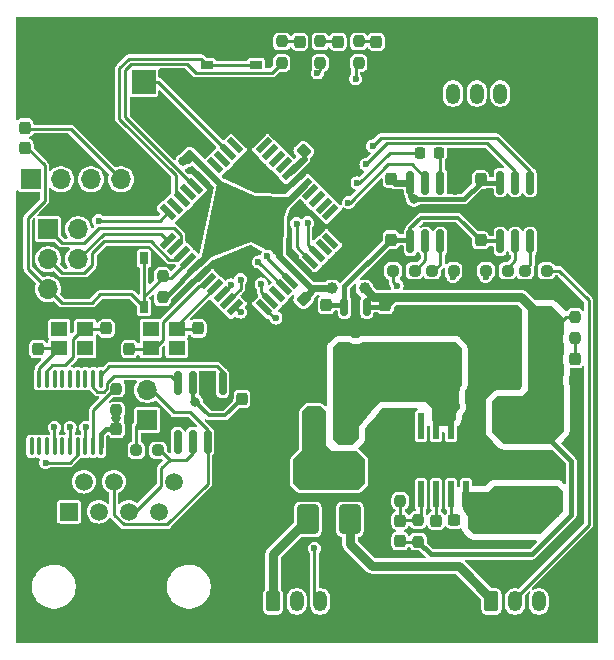
<source format=gbr>
%TF.GenerationSoftware,KiCad,Pcbnew,8.0.2*%
%TF.CreationDate,2024-06-12T01:24:27+02:00*%
%TF.ProjectId,JK-BMS_CAN,4a4b2d42-4d53-45f4-9341-4e2e6b696361,rev?*%
%TF.SameCoordinates,Original*%
%TF.FileFunction,Copper,L1,Top*%
%TF.FilePolarity,Positive*%
%FSLAX46Y46*%
G04 Gerber Fmt 4.6, Leading zero omitted, Abs format (unit mm)*
G04 Created by KiCad (PCBNEW 8.0.2) date 2024-06-12 01:24:27*
%MOMM*%
%LPD*%
G01*
G04 APERTURE LIST*
G04 Aperture macros list*
%AMRoundRect*
0 Rectangle with rounded corners*
0 $1 Rounding radius*
0 $2 $3 $4 $5 $6 $7 $8 $9 X,Y pos of 4 corners*
0 Add a 4 corners polygon primitive as box body*
4,1,4,$2,$3,$4,$5,$6,$7,$8,$9,$2,$3,0*
0 Add four circle primitives for the rounded corners*
1,1,$1+$1,$2,$3*
1,1,$1+$1,$4,$5*
1,1,$1+$1,$6,$7*
1,1,$1+$1,$8,$9*
0 Add four rect primitives between the rounded corners*
20,1,$1+$1,$2,$3,$4,$5,0*
20,1,$1+$1,$4,$5,$6,$7,0*
20,1,$1+$1,$6,$7,$8,$9,0*
20,1,$1+$1,$8,$9,$2,$3,0*%
%AMRotRect*
0 Rectangle, with rotation*
0 The origin of the aperture is its center*
0 $1 length*
0 $2 width*
0 $3 Rotation angle, in degrees counterclockwise*
0 Add horizontal line*
21,1,$1,$2,0,0,$3*%
G04 Aperture macros list end*
%TA.AperFunction,SMDPad,CuDef*%
%ADD10RoundRect,0.237500X0.237500X-0.287500X0.237500X0.287500X-0.237500X0.287500X-0.237500X-0.287500X0*%
%TD*%
%TA.AperFunction,SMDPad,CuDef*%
%ADD11RoundRect,0.237500X0.237500X-0.300000X0.237500X0.300000X-0.237500X0.300000X-0.237500X-0.300000X0*%
%TD*%
%TA.AperFunction,SMDPad,CuDef*%
%ADD12RoundRect,0.237500X0.250000X0.237500X-0.250000X0.237500X-0.250000X-0.237500X0.250000X-0.237500X0*%
%TD*%
%TA.AperFunction,ComponentPad*%
%ADD13RoundRect,0.250000X-0.350000X-0.625000X0.350000X-0.625000X0.350000X0.625000X-0.350000X0.625000X0*%
%TD*%
%TA.AperFunction,ComponentPad*%
%ADD14O,1.200000X1.750000*%
%TD*%
%TA.AperFunction,SMDPad,CuDef*%
%ADD15RoundRect,0.237500X-0.237500X0.300000X-0.237500X-0.300000X0.237500X-0.300000X0.237500X0.300000X0*%
%TD*%
%TA.AperFunction,SMDPad,CuDef*%
%ADD16RoundRect,0.237500X-0.237500X0.250000X-0.237500X-0.250000X0.237500X-0.250000X0.237500X0.250000X0*%
%TD*%
%TA.AperFunction,SMDPad,CuDef*%
%ADD17RoundRect,0.250000X1.000000X0.650000X-1.000000X0.650000X-1.000000X-0.650000X1.000000X-0.650000X0*%
%TD*%
%TA.AperFunction,SMDPad,CuDef*%
%ADD18RoundRect,0.237500X-0.044194X-0.380070X0.380070X0.044194X0.044194X0.380070X-0.380070X-0.044194X0*%
%TD*%
%TA.AperFunction,SMDPad,CuDef*%
%ADD19RoundRect,0.250000X-0.650000X1.000000X-0.650000X-1.000000X0.650000X-1.000000X0.650000X1.000000X0*%
%TD*%
%TA.AperFunction,SMDPad,CuDef*%
%ADD20RoundRect,0.237500X0.237500X-0.250000X0.237500X0.250000X-0.237500X0.250000X-0.237500X-0.250000X0*%
%TD*%
%TA.AperFunction,SMDPad,CuDef*%
%ADD21RoundRect,0.100000X-0.100000X0.637500X-0.100000X-0.637500X0.100000X-0.637500X0.100000X0.637500X0*%
%TD*%
%TA.AperFunction,ComponentPad*%
%ADD22R,2.000000X2.000000*%
%TD*%
%TA.AperFunction,ComponentPad*%
%ADD23C,2.000000*%
%TD*%
%TA.AperFunction,SMDPad,CuDef*%
%ADD24RoundRect,0.250000X-0.375000X-1.075000X0.375000X-1.075000X0.375000X1.075000X-0.375000X1.075000X0*%
%TD*%
%TA.AperFunction,ComponentPad*%
%ADD25R,1.700000X1.700000*%
%TD*%
%TA.AperFunction,ComponentPad*%
%ADD26O,1.700000X1.700000*%
%TD*%
%TA.AperFunction,SMDPad,CuDef*%
%ADD27RoundRect,0.250000X-0.337500X-0.475000X0.337500X-0.475000X0.337500X0.475000X-0.337500X0.475000X0*%
%TD*%
%TA.AperFunction,SMDPad,CuDef*%
%ADD28R,1.400000X1.200000*%
%TD*%
%TA.AperFunction,ComponentPad*%
%ADD29C,4.500000*%
%TD*%
%TA.AperFunction,SMDPad,CuDef*%
%ADD30RoundRect,0.150000X0.150000X-0.825000X0.150000X0.825000X-0.150000X0.825000X-0.150000X-0.825000X0*%
%TD*%
%TA.AperFunction,SMDPad,CuDef*%
%ADD31R,5.334000X2.413000*%
%TD*%
%TA.AperFunction,SMDPad,CuDef*%
%ADD32RoundRect,0.150000X-0.150000X0.825000X-0.150000X-0.825000X0.150000X-0.825000X0.150000X0.825000X0*%
%TD*%
%TA.AperFunction,SMDPad,CuDef*%
%ADD33RoundRect,0.218750X0.218750X0.256250X-0.218750X0.256250X-0.218750X-0.256250X0.218750X-0.256250X0*%
%TD*%
%TA.AperFunction,SMDPad,CuDef*%
%ADD34RoundRect,0.237500X0.044194X0.380070X-0.380070X-0.044194X-0.044194X-0.380070X0.380070X0.044194X0*%
%TD*%
%TA.AperFunction,SMDPad,CuDef*%
%ADD35RoundRect,0.237500X-0.250000X-0.237500X0.250000X-0.237500X0.250000X0.237500X-0.250000X0.237500X0*%
%TD*%
%TA.AperFunction,SMDPad,CuDef*%
%ADD36RoundRect,0.237500X-0.300000X-0.237500X0.300000X-0.237500X0.300000X0.237500X-0.300000X0.237500X0*%
%TD*%
%TA.AperFunction,SMDPad,CuDef*%
%ADD37RoundRect,0.150000X-0.150000X0.587500X-0.150000X-0.587500X0.150000X-0.587500X0.150000X0.587500X0*%
%TD*%
%TA.AperFunction,SMDPad,CuDef*%
%ADD38R,1.050000X0.650000*%
%TD*%
%TA.AperFunction,ComponentPad*%
%ADD39R,1.500000X1.500000*%
%TD*%
%TA.AperFunction,ComponentPad*%
%ADD40C,1.500000*%
%TD*%
%TA.AperFunction,ComponentPad*%
%ADD41RoundRect,0.250000X0.350000X0.625000X-0.350000X0.625000X-0.350000X-0.625000X0.350000X-0.625000X0*%
%TD*%
%TA.AperFunction,SMDPad,CuDef*%
%ADD42RoundRect,0.250000X-0.412500X-1.100000X0.412500X-1.100000X0.412500X1.100000X-0.412500X1.100000X0*%
%TD*%
%TA.AperFunction,SMDPad,CuDef*%
%ADD43R,0.500000X2.200000*%
%TD*%
%TA.AperFunction,ComponentPad*%
%ADD44C,0.630000*%
%TD*%
%TA.AperFunction,SMDPad,CuDef*%
%ADD45R,4.900000X2.950000*%
%TD*%
%TA.AperFunction,SMDPad,CuDef*%
%ADD46RotRect,1.500000X0.550000X45.000000*%
%TD*%
%TA.AperFunction,SMDPad,CuDef*%
%ADD47RotRect,1.500000X0.550000X135.000000*%
%TD*%
%TA.AperFunction,SMDPad,CuDef*%
%ADD48RoundRect,0.250000X0.412500X1.100000X-0.412500X1.100000X-0.412500X-1.100000X0.412500X-1.100000X0*%
%TD*%
%TA.AperFunction,SMDPad,CuDef*%
%ADD49R,0.650000X1.050000*%
%TD*%
%TA.AperFunction,SMDPad,CuDef*%
%ADD50RoundRect,0.237500X0.380070X-0.044194X-0.044194X0.380070X-0.380070X0.044194X0.044194X-0.380070X0*%
%TD*%
%TA.AperFunction,ViaPad*%
%ADD51C,0.800000*%
%TD*%
%TA.AperFunction,ViaPad*%
%ADD52C,0.600000*%
%TD*%
%TA.AperFunction,ViaPad*%
%ADD53C,1.000000*%
%TD*%
%TA.AperFunction,Conductor*%
%ADD54C,0.400000*%
%TD*%
%TA.AperFunction,Conductor*%
%ADD55C,0.250000*%
%TD*%
%TA.AperFunction,Conductor*%
%ADD56C,0.300000*%
%TD*%
%TA.AperFunction,Conductor*%
%ADD57C,0.800000*%
%TD*%
%TA.AperFunction,Conductor*%
%ADD58C,0.600000*%
%TD*%
G04 APERTURE END LIST*
D10*
%TO.P,D4,1,K*%
%TO.N,GND*%
X131318000Y-103999000D03*
%TO.P,D4,2,A*%
%TO.N,Net-(D4-A)*%
X131318000Y-102249000D03*
%TD*%
D11*
%TO.P,C21,1*%
%TO.N,GND*%
X92500000Y-109862500D03*
%TO.P,C21,2*%
%TO.N,+5V*%
X92500000Y-108137500D03*
%TD*%
D12*
%TO.P,R13,1*%
%TO.N,/Nano/CAN-L*%
X96012500Y-109950000D03*
%TO.P,R13,2*%
%TO.N,Net-(JP1-A)*%
X94187500Y-109950000D03*
%TD*%
D11*
%TO.P,C15,1*%
%TO.N,Net-(U5-XTAL2)*%
X93600000Y-101362500D03*
%TO.P,C15,2*%
%TO.N,GND*%
X93600000Y-99637500D03*
%TD*%
D13*
%TO.P,J2,1,Pin_1*%
%TO.N,/Vin_BMS2*%
X124250000Y-122750000D03*
D14*
%TO.P,J2,2,Pin_2*%
%TO.N,/BMS-2_tx*%
X126250000Y-122750000D03*
%TO.P,J2,3,Pin_3*%
%TO.N,/BMS-2_rx*%
X128250000Y-122750000D03*
%TO.P,J2,4,Pin_4*%
%TO.N,GND*%
X130250000Y-122750000D03*
%TD*%
D15*
%TO.P,C22,1*%
%TO.N,GND*%
X103095000Y-103887500D03*
%TO.P,C22,2*%
%TO.N,+5V*%
X103095000Y-105612500D03*
%TD*%
D16*
%TO.P,R7,1*%
%TO.N,+5V*%
X131318000Y-98655500D03*
%TO.P,R7,2*%
%TO.N,Net-(D4-A)*%
X131318000Y-100480500D03*
%TD*%
D17*
%TO.P,D3,1,A1*%
%TO.N,Net-(D3-A1)*%
X112490000Y-102870000D03*
%TO.P,D3,2,A2*%
%TO.N,GND*%
X108490000Y-102870000D03*
%TD*%
D16*
%TO.P,R5,1*%
%TO.N,Net-(U1-FB)*%
X118033800Y-115851300D03*
%TO.P,R5,2*%
%TO.N,+5V*%
X118033800Y-117676300D03*
%TD*%
D15*
%TO.P,C13,1*%
%TO.N,+3.3V*%
X110250000Y-97637500D03*
%TO.P,C13,2*%
%TO.N,GND*%
X110250000Y-99362500D03*
%TD*%
%TO.P,C14,1*%
%TO.N,Net-(U5-XTAL1)*%
X99400000Y-99637500D03*
%TO.P,C14,2*%
%TO.N,GND*%
X99400000Y-101362500D03*
%TD*%
D18*
%TO.P,C17,1*%
%TO.N,+5V*%
X98640120Y-85109880D03*
%TO.P,C17,2*%
%TO.N,GND*%
X99859880Y-83890120D03*
%TD*%
D15*
%TO.P,C9,1*%
%TO.N,Net-(U1-FB)*%
X116509800Y-115901300D03*
%TO.P,C9,2*%
%TO.N,+5V*%
X116509800Y-117626300D03*
%TD*%
D19*
%TO.P,D2,1,K*%
%TO.N,Net-(D1-K)*%
X112268000Y-111792000D03*
%TO.P,D2,2,A*%
%TO.N,/Vin_BMS2*%
X112268000Y-115792000D03*
%TD*%
D12*
%TO.P,R3,1*%
%TO.N,Net-(U3-VOA)*%
X125610500Y-94750000D03*
%TO.P,R3,2*%
%TO.N,/BMS-2_rx*%
X123785500Y-94750000D03*
%TD*%
D20*
%TO.P,R9,1*%
%TO.N,/Nano/LED*%
X106500000Y-77162500D03*
%TO.P,R9,2*%
%TO.N,Net-(D6-A)*%
X106500000Y-75337500D03*
%TD*%
D21*
%TO.P,U6,1,TXCAN*%
%TO.N,Net-(U6-TXCAN)*%
X91175000Y-103887500D03*
%TO.P,U6,2,RXCAN*%
%TO.N,Net-(U6-RXCAN)*%
X90525000Y-103887500D03*
%TO.P,U6,3,CLKOUT/SOF*%
%TO.N,unconnected-(U6-CLKOUT{slash}SOF-Pad3)*%
X89875000Y-103887500D03*
%TO.P,U6,4,~{TX0RTS}*%
%TO.N,unconnected-(U6-~{TX0RTS}-Pad4)*%
X89225000Y-103887500D03*
%TO.P,U6,5,~{TX1RTS}*%
%TO.N,unconnected-(U6-~{TX1RTS}-Pad5)*%
X88575000Y-103887500D03*
%TO.P,U6,6,NC*%
%TO.N,unconnected-(U6-NC-Pad6)*%
X87925000Y-103887500D03*
%TO.P,U6,7,~{TX2RTS}*%
%TO.N,unconnected-(U6-~{TX2RTS}-Pad7)*%
X87275000Y-103887500D03*
%TO.P,U6,8,OSC2*%
%TO.N,Net-(U6-OSC2)*%
X86625000Y-103887500D03*
%TO.P,U6,9,OSC1*%
%TO.N,Net-(U6-OSC1)*%
X85975000Y-103887500D03*
%TO.P,U6,10,VSS*%
%TO.N,GND*%
X85325000Y-103887500D03*
%TO.P,U6,11,~{RX1BF}*%
%TO.N,unconnected-(U6-~{RX1BF}-Pad11)*%
X85325000Y-109612500D03*
%TO.P,U6,12,~{RX0BF}*%
%TO.N,unconnected-(U6-~{RX0BF}-Pad12)*%
X85975000Y-109612500D03*
%TO.P,U6,13,~{INT}*%
%TO.N,unconnected-(U6-~{INT}-Pad13)*%
X86625000Y-109612500D03*
%TO.P,U6,14,SCK*%
%TO.N,/Nano/SCK*%
X87275000Y-109612500D03*
%TO.P,U6,15,NC*%
%TO.N,unconnected-(U6-NC-Pad15)*%
X87925000Y-109612500D03*
%TO.P,U6,16,SI*%
%TO.N,/Nano/MOSI*%
X88575000Y-109612500D03*
%TO.P,U6,17,SO*%
%TO.N,/Nano/MISO*%
X89225000Y-109612500D03*
%TO.P,U6,18,~{CS}*%
%TO.N,/Nano/CS*%
X89875000Y-109612500D03*
%TO.P,U6,19,~{RESET}*%
%TO.N,Net-(U6-~{RESET})*%
X90525000Y-109612500D03*
%TO.P,U6,20,VDD*%
%TO.N,+5V*%
X91175000Y-109612500D03*
%TD*%
D22*
%TO.P,BZ1,1,+*%
%TO.N,/Nano/Buzz*%
X94800000Y-78750000D03*
D23*
%TO.P,BZ1,2,-*%
%TO.N,GND*%
X87200000Y-78750000D03*
%TD*%
D24*
%TO.P,F1,1*%
%TO.N,Net-(D1-K)*%
X109090000Y-107696000D03*
%TO.P,F1,2*%
%TO.N,Net-(D3-A1)*%
X111890000Y-107696000D03*
%TD*%
D15*
%TO.P,C19,1*%
%TO.N,Net-(U6-OSC2)*%
X91650000Y-99637500D03*
%TO.P,C19,2*%
%TO.N,GND*%
X91650000Y-101362500D03*
%TD*%
D25*
%TO.P,JP1,1,A*%
%TO.N,Net-(JP1-A)*%
X95095000Y-107375000D03*
D26*
%TO.P,JP1,2,B*%
%TO.N,/Nano/CAN-H*%
X95095000Y-104835000D03*
%TD*%
D12*
%TO.P,R1,1*%
%TO.N,Net-(U2-VOA)*%
X117736500Y-94750000D03*
%TO.P,R1,2*%
%TO.N,/BMS-1_rx*%
X115911500Y-94750000D03*
%TD*%
D27*
%TO.P,C2,1*%
%TO.N,Net-(D3-A1)*%
X120552300Y-105460800D03*
%TO.P,C2,2*%
%TO.N,GND*%
X122627300Y-105460800D03*
%TD*%
D28*
%TO.P,Y2,1,1*%
%TO.N,Net-(U6-OSC2)*%
X89850000Y-99700000D03*
%TO.P,Y2,2,2*%
%TO.N,unconnected-(Y2-Pad2)*%
X87650000Y-99700000D03*
%TO.P,Y2,3,3*%
%TO.N,Net-(U6-OSC1)*%
X87650000Y-101300000D03*
%TO.P,Y2,4,4*%
%TO.N,unconnected-(Y2-Pad4)*%
X89850000Y-101300000D03*
%TD*%
D11*
%TO.P,C23,1*%
%TO.N,/Nano/~{RESET}*%
X84750000Y-84362500D03*
%TO.P,C23,2*%
%TO.N,/Nano/DTR*%
X84750000Y-82637500D03*
%TD*%
D29*
%TO.P,H1,1,1*%
%TO.N,GND*%
X118000000Y-123190000D03*
%TD*%
D16*
%TO.P,R8,1*%
%TO.N,/Nano/~{RESET}*%
X96400000Y-95187500D03*
%TO.P,R8,2*%
%TO.N,+5V*%
X96400000Y-97012500D03*
%TD*%
D30*
%TO.P,U3,1,VDD1*%
%TO.N,+3.3V*%
X124980400Y-92248500D03*
%TO.P,U3,2,VOA*%
%TO.N,Net-(U3-VOA)*%
X126250400Y-92248500D03*
%TO.P,U3,3,VIB*%
%TO.N,Net-(U3-VIB)*%
X127520400Y-92248500D03*
%TO.P,U3,4,GND1*%
%TO.N,GND*%
X128790400Y-92248500D03*
%TO.P,U3,5,GND2*%
X128790400Y-87298500D03*
%TO.P,U3,6,VOB*%
%TO.N,nano2_rx*%
X127520400Y-87298500D03*
%TO.P,U3,7,VIA*%
%TO.N,nano2_tx*%
X126250400Y-87298500D03*
%TO.P,U3,8,VDD2*%
%TO.N,+5V*%
X124980400Y-87298500D03*
%TD*%
D13*
%TO.P,J1,1,Pin_1*%
%TO.N,/Vin_BMS1*%
X105750000Y-122750000D03*
D14*
%TO.P,J1,2,Pin_2*%
%TO.N,/BMS-1_tx*%
X107750000Y-122750000D03*
%TO.P,J1,3,Pin_3*%
%TO.N,/BMS-1_rx*%
X109750000Y-122750000D03*
%TO.P,J1,4,Pin_4*%
%TO.N,GND*%
X111750000Y-122750000D03*
%TD*%
D25*
%TO.P,J3,1,Pin_1*%
%TO.N,+5V*%
X85250000Y-87000000D03*
D26*
%TO.P,J3,2,Pin_2*%
%TO.N,/Nano/rx_flash*%
X87790000Y-87000000D03*
%TO.P,J3,3,Pin_3*%
%TO.N,/Nano/tx_flash*%
X90330000Y-87000000D03*
%TO.P,J3,4,Pin_4*%
%TO.N,/Nano/DTR*%
X92870000Y-87000000D03*
%TO.P,J3,5,Pin_5*%
%TO.N,GND*%
X95410000Y-87000000D03*
%TD*%
D31*
%TO.P,L1,1*%
%TO.N,Net-(U1-SW)*%
X127304800Y-114413800D03*
%TO.P,L1,2*%
%TO.N,+5V*%
X127304800Y-107175800D03*
%TD*%
D19*
%TO.P,D1,1,K*%
%TO.N,Net-(D1-K)*%
X108712000Y-111792000D03*
%TO.P,D1,2,A*%
%TO.N,/Vin_BMS1*%
X108712000Y-115792000D03*
%TD*%
D10*
%TO.P,D8,1,K*%
%TO.N,GND*%
X114500000Y-77125000D03*
%TO.P,D8,2,A*%
%TO.N,Net-(D8-A)*%
X114500000Y-75375000D03*
%TD*%
D32*
%TO.P,U7,1,D*%
%TO.N,Net-(U6-TXCAN)*%
X101500000Y-104275000D03*
%TO.P,U7,2,GND*%
%TO.N,GND*%
X100230000Y-104275000D03*
%TO.P,U7,3,VCC*%
%TO.N,+5V*%
X98960000Y-104275000D03*
%TO.P,U7,4,R*%
%TO.N,Net-(U6-RXCAN)*%
X97690000Y-104275000D03*
%TO.P,U7,5,Vref*%
%TO.N,unconnected-(U7-Vref-Pad5)*%
X97690000Y-109225000D03*
%TO.P,U7,6,CANL*%
%TO.N,/Nano/CAN-L*%
X98960000Y-109225000D03*
%TO.P,U7,7,CANH*%
%TO.N,/Nano/CAN-H*%
X100230000Y-109225000D03*
%TO.P,U7,8,Rs*%
%TO.N,GND*%
X101500000Y-109225000D03*
%TD*%
D33*
%TO.P,D5,1,K*%
%TO.N,nano1_rx*%
X119787500Y-84750000D03*
%TO.P,D5,2,A*%
%TO.N,/Nano/rx_flash*%
X118212500Y-84750000D03*
%TD*%
D34*
%TO.P,C18,1*%
%TO.N,+5V*%
X108359880Y-97140120D03*
%TO.P,C18,2*%
%TO.N,GND*%
X107140120Y-98359880D03*
%TD*%
D20*
%TO.P,R11,1*%
%TO.N,/Nano/CAN_Status*%
X113000000Y-77162500D03*
%TO.P,R11,2*%
%TO.N,Net-(D8-A)*%
X113000000Y-75337500D03*
%TD*%
D10*
%TO.P,D6,1,K*%
%TO.N,GND*%
X108000000Y-77125000D03*
%TO.P,D6,2,A*%
%TO.N,Net-(D6-A)*%
X108000000Y-75375000D03*
%TD*%
D35*
%TO.P,R4,1*%
%TO.N,Net-(U3-VIB)*%
X127087500Y-94750000D03*
%TO.P,R4,2*%
%TO.N,/BMS-2_tx*%
X128912500Y-94750000D03*
%TD*%
D28*
%TO.P,Y1,1,1*%
%TO.N,Net-(U5-XTAL1)*%
X97600000Y-99700000D03*
%TO.P,Y1,2,2*%
%TO.N,unconnected-(Y1-Pad2)*%
X95400000Y-99700000D03*
%TO.P,Y1,3,3*%
%TO.N,Net-(U5-XTAL2)*%
X95400000Y-101300000D03*
%TO.P,Y1,4,4*%
%TO.N,unconnected-(Y1-Pad4)*%
X97600000Y-101300000D03*
%TD*%
D11*
%TO.P,C20,1*%
%TO.N,Net-(U6-OSC1)*%
X85850000Y-101362500D03*
%TO.P,C20,2*%
%TO.N,GND*%
X85850000Y-99637500D03*
%TD*%
D36*
%TO.P,C6,1*%
%TO.N,Net-(U1-BOOT)*%
X121108300Y-115874800D03*
%TO.P,C6,2*%
%TO.N,Net-(U1-SW)*%
X122833300Y-115874800D03*
%TD*%
D35*
%TO.P,R2,1*%
%TO.N,Net-(U2-VIB)*%
X119213500Y-94750000D03*
%TO.P,R2,2*%
%TO.N,/BMS-1_tx*%
X121038500Y-94750000D03*
%TD*%
D37*
%TO.P,U4,1,VI*%
%TO.N,+5V*%
X113700000Y-97812500D03*
%TO.P,U4,2,VO*%
%TO.N,+3.3V*%
X111800000Y-97812500D03*
%TO.P,U4,3,GND*%
%TO.N,GND*%
X112750000Y-99687500D03*
%TD*%
D15*
%TO.P,C3,1*%
%TO.N,Net-(U1-VCC)*%
X119557800Y-115901300D03*
%TO.P,C3,2*%
%TO.N,GND*%
X119557800Y-117626300D03*
%TD*%
D38*
%TO.P,SW2,1,1*%
%TO.N,/Nano/D2*%
X104325000Y-77325000D03*
X100175000Y-77325000D03*
%TO.P,SW2,2,2*%
%TO.N,GND*%
X104325000Y-75175000D03*
X100200000Y-75175000D03*
%TD*%
D16*
%TO.P,R12,1*%
%TO.N,Net-(U6-~{RESET})*%
X92500000Y-104737500D03*
%TO.P,R12,2*%
%TO.N,+5V*%
X92500000Y-106562500D03*
%TD*%
D39*
%TO.P,J6,1*%
%TO.N,unconnected-(J6-Pad1)*%
X88467500Y-115150000D03*
D40*
%TO.P,J6,2*%
%TO.N,unconnected-(J6-Pad2)*%
X89737500Y-112610000D03*
%TO.P,J6,3*%
%TO.N,unconnected-(J6-Pad3)*%
X91007500Y-115150000D03*
%TO.P,J6,4*%
%TO.N,/Nano/CAN-H*%
X92277500Y-112610000D03*
%TO.P,J6,5*%
%TO.N,/Nano/CAN-L*%
X93547500Y-115150000D03*
%TO.P,J6,6*%
%TO.N,GND*%
X94817500Y-112610000D03*
%TO.P,J6,7*%
%TO.N,unconnected-(J6-Pad7)*%
X96087500Y-115150000D03*
%TO.P,J6,8*%
%TO.N,unconnected-(J6-Pad8)*%
X97357500Y-112610000D03*
%TD*%
D25*
%TO.P,J4,1,Pin_1*%
%TO.N,/Nano/MISO*%
X86725000Y-91225000D03*
D26*
%TO.P,J4,2,Pin_2*%
%TO.N,+5V*%
X89265000Y-91225000D03*
%TO.P,J4,3,Pin_3*%
%TO.N,/Nano/SCK*%
X86725000Y-93765000D03*
%TO.P,J4,4,Pin_4*%
%TO.N,/Nano/MOSI*%
X89265000Y-93765000D03*
%TO.P,J4,5,Pin_5*%
%TO.N,/Nano/~{RESET}*%
X86725000Y-96305000D03*
%TO.P,J4,6,Pin_6*%
%TO.N,GND*%
X89265000Y-96305000D03*
%TD*%
D41*
%TO.P,J5,1,Pin_1*%
%TO.N,GND*%
X127000000Y-79750000D03*
D14*
%TO.P,J5,2,Pin_2*%
%TO.N,+5V*%
X125000000Y-79750000D03*
%TO.P,J5,3,Pin_3*%
%TO.N,/Nano/SDA*%
X123000000Y-79750000D03*
%TO.P,J5,4,Pin_4*%
%TO.N,/Nano/SCL*%
X121000000Y-79750000D03*
%TD*%
D20*
%TO.P,R10,1*%
%TO.N,/Nano/BMS_Status*%
X109750000Y-77162500D03*
%TO.P,R10,2*%
%TO.N,Net-(D7-A)*%
X109750000Y-75337500D03*
%TD*%
D15*
%TO.P,C7,1*%
%TO.N,+5V*%
X115750000Y-86958500D03*
%TO.P,C7,2*%
%TO.N,GND*%
X115750000Y-88683500D03*
%TD*%
D42*
%TO.P,C1,1*%
%TO.N,Net-(D3-A1)*%
X120408300Y-102793800D03*
%TO.P,C1,2*%
%TO.N,GND*%
X123533300Y-102793800D03*
%TD*%
D10*
%TO.P,D7,1,K*%
%TO.N,GND*%
X111250000Y-77125000D03*
%TO.P,D7,2,A*%
%TO.N,Net-(D7-A)*%
X111250000Y-75375000D03*
%TD*%
D11*
%TO.P,C5,1*%
%TO.N,+3.3V*%
X123326400Y-92160000D03*
%TO.P,C5,2*%
%TO.N,GND*%
X123326400Y-90435000D03*
%TD*%
D43*
%TO.P,U1,1,PGND*%
%TO.N,GND*%
X122097800Y-107919800D03*
%TO.P,U1,2,VIN*%
%TO.N,Net-(D3-A1)*%
X120827800Y-107919800D03*
%TO.P,U1,3,EN*%
X119557800Y-107919800D03*
%TO.P,U1,4,PG*%
%TO.N,/PWR_good*%
X118287800Y-107919800D03*
%TO.P,U1,5,FB*%
%TO.N,Net-(U1-FB)*%
X118287800Y-113669800D03*
%TO.P,U1,6,VCC*%
%TO.N,Net-(U1-VCC)*%
X119557800Y-113669800D03*
%TO.P,U1,7,BOOT*%
%TO.N,Net-(U1-BOOT)*%
X120827800Y-113669800D03*
%TO.P,U1,8,SW*%
%TO.N,Net-(U1-SW)*%
X122097800Y-113669800D03*
D44*
%TO.P,U1,9,PAD*%
%TO.N,GND*%
X121492800Y-110144800D03*
X120192800Y-110144800D03*
X118892800Y-110144800D03*
D45*
X120192800Y-110794800D03*
D44*
X121492800Y-111444800D03*
X120192800Y-111444800D03*
X118892800Y-111444800D03*
%TD*%
D46*
%TO.P,U5,1,MOSI*%
%TO.N,/Nano/MOSI*%
X96891064Y-92202082D03*
%TO.P,U5,2,MISO*%
%TO.N,/Nano/MISO*%
X97456750Y-92767767D03*
%TO.P,U5,3,SCK*%
%TO.N,/Nano/SCK*%
X98022435Y-93333452D03*
%TO.P,U5,4,~{RESET}*%
%TO.N,/Nano/~{RESET}*%
X98588120Y-93899138D03*
%TO.P,U5,5,VCC*%
%TO.N,+5V*%
X99153806Y-94464823D03*
%TO.P,U5,6,GND*%
%TO.N,GND*%
X99719491Y-95030509D03*
%TO.P,U5,7,XTAL2*%
%TO.N,Net-(U5-XTAL2)*%
X100285177Y-95596194D03*
%TO.P,U5,8,XTAL1*%
%TO.N,Net-(U5-XTAL1)*%
X100850862Y-96161880D03*
%TO.P,U5,9,RXD0*%
%TO.N,/Nano/rx_flash*%
X101416548Y-96727565D03*
%TO.P,U5,10,TXD0*%
%TO.N,/Nano/tx_flash*%
X101982233Y-97293250D03*
%TO.P,U5,11,RXD1*%
%TO.N,nano2_tx*%
X102547918Y-97858936D03*
D47*
%TO.P,U5,12,TXD1*%
%TO.N,nano2_rx*%
X104952082Y-97858936D03*
%TO.P,U5,13,PD4(D12)*%
%TO.N,nano1_tx*%
X105517767Y-97293250D03*
%TO.P,U5,14,PD5(D13)*%
%TO.N,unconnected-(U5-PD5(D13)-Pad14)*%
X106083452Y-96727565D03*
%TO.P,U5,15,PD6(D14)*%
%TO.N,/Nano/BMS_Status*%
X106649138Y-96161880D03*
%TO.P,U5,16,PD7(D15)*%
%TO.N,/Nano/CAN_Status*%
X107214823Y-95596194D03*
%TO.P,U5,17,VCC*%
%TO.N,+5V*%
X107780509Y-95030509D03*
%TO.P,U5,18,GND*%
%TO.N,GND*%
X108346194Y-94464823D03*
%TO.P,U5,19,SCL*%
%TO.N,/Nano/SCL*%
X108911880Y-93899138D03*
%TO.P,U5,20,SDA*%
%TO.N,/Nano/SDA*%
X109477565Y-93333452D03*
%TO.P,U5,21,PC2(D18\u002CTCK)*%
%TO.N,unconnected-(U5-PC2(D18\u002CTCK)-Pad21)*%
X110043250Y-92767767D03*
%TO.P,U5,22,PC3(D19\u002CTMS)*%
%TO.N,unconnected-(U5-PC3(D19\u002CTMS)-Pad22)*%
X110608936Y-92202082D03*
D46*
%TO.P,U5,23,PC4(D20\u002CTDO)*%
%TO.N,unconnected-(U5-PC4(D20\u002CTDO)-Pad23)*%
X110608936Y-89797918D03*
%TO.P,U5,24,PC5(D21\u002CTDI)*%
%TO.N,unconnected-(U5-PC5(D21\u002CTDI)-Pad24)*%
X110043250Y-89232233D03*
%TO.P,U5,25,PC6(D22)*%
%TO.N,unconnected-(U5-PC6(D22)-Pad25)*%
X109477565Y-88666548D03*
%TO.P,U5,26,PC7(D23)*%
%TO.N,unconnected-(U5-PC7(D23)-Pad26)*%
X108911880Y-88100862D03*
%TO.P,U5,27,AVCC*%
%TO.N,+5V*%
X108346194Y-87535177D03*
%TO.P,U5,28,GND*%
%TO.N,GND*%
X107780509Y-86969491D03*
%TO.P,U5,29,AREF*%
%TO.N,Net-(U5-AREF)*%
X107214823Y-86403806D03*
%TO.P,U5,30,PA7(A7)*%
%TO.N,unconnected-(U5-PA7(A7)-Pad30)*%
X106649138Y-85838120D03*
%TO.P,U5,31,PA6(A6)*%
%TO.N,unconnected-(U5-PA6(A6)-Pad31)*%
X106083452Y-85272435D03*
%TO.P,U5,32,PA5(A5)*%
%TO.N,unconnected-(U5-PA5(A5)-Pad32)*%
X105517767Y-84706750D03*
%TO.P,U5,33,PA4(A4)*%
%TO.N,unconnected-(U5-PA4(A4)-Pad33)*%
X104952082Y-84141064D03*
D47*
%TO.P,U5,34,PA3(A3)*%
%TO.N,unconnected-(U5-PA3(A3)-Pad34)*%
X102547918Y-84141064D03*
%TO.P,U5,35,A2*%
%TO.N,/Nano/Buzz*%
X101982233Y-84706750D03*
%TO.P,U5,36,PA1(A1)*%
%TO.N,unconnected-(U5-PA1(A1)-Pad36)*%
X101416548Y-85272435D03*
%TO.P,U5,37,PA0(A0)*%
%TO.N,unconnected-(U5-PA0(A0)-Pad37)*%
X100850862Y-85838120D03*
%TO.P,U5,38,VCC*%
%TO.N,+5V*%
X100285177Y-86403806D03*
%TO.P,U5,39,GND*%
%TO.N,GND*%
X99719491Y-86969491D03*
%TO.P,U5,40,LED*%
%TO.N,/Nano/LED*%
X99153806Y-87535177D03*
%TO.P,U5,41,PB1(D1)*%
%TO.N,unconnected-(U5-PB1(D1)-Pad41)*%
X98588120Y-88100862D03*
%TO.P,U5,42,D2*%
%TO.N,/Nano/D2*%
X98022435Y-88666548D03*
%TO.P,U5,43,PB3(D3)*%
%TO.N,unconnected-(U5-PB3(D3)-Pad43)*%
X97456750Y-89232233D03*
%TO.P,U5,44,~{SS}*%
%TO.N,/Nano/CS*%
X96891064Y-89797918D03*
%TD*%
D48*
%TO.P,C10,1*%
%TO.N,+5V*%
X128613300Y-102793800D03*
%TO.P,C10,2*%
%TO.N,GND*%
X125488300Y-102793800D03*
%TD*%
D49*
%TO.P,SW1,1,1*%
%TO.N,GND*%
X92675000Y-97825000D03*
X92675000Y-93675000D03*
%TO.P,SW1,2,2*%
%TO.N,/Nano/~{RESET}*%
X94825000Y-97825000D03*
X94825000Y-93700000D03*
%TD*%
D16*
%TO.P,R6,1*%
%TO.N,GND*%
X116509800Y-112422300D03*
%TO.P,R6,2*%
%TO.N,Net-(U1-FB)*%
X116509800Y-114247300D03*
%TD*%
D50*
%TO.P,C16,1*%
%TO.N,Net-(U5-AREF)*%
X108359880Y-84609880D03*
%TO.P,C16,2*%
%TO.N,GND*%
X107140120Y-83390120D03*
%TD*%
D48*
%TO.P,C11,1*%
%TO.N,+5V*%
X128613300Y-99491800D03*
%TO.P,C11,2*%
%TO.N,GND*%
X125488300Y-99491800D03*
%TD*%
D11*
%TO.P,C4,1*%
%TO.N,+3.3V*%
X115750000Y-92112500D03*
%TO.P,C4,2*%
%TO.N,GND*%
X115750000Y-90387500D03*
%TD*%
D15*
%TO.P,C8,1*%
%TO.N,+5V*%
X123326400Y-87006000D03*
%TO.P,C8,2*%
%TO.N,GND*%
X123326400Y-88731000D03*
%TD*%
D30*
%TO.P,U2,1,VDD1*%
%TO.N,+3.3V*%
X117383400Y-92248500D03*
%TO.P,U2,2,VOA*%
%TO.N,Net-(U2-VOA)*%
X118653400Y-92248500D03*
%TO.P,U2,3,VIB*%
%TO.N,Net-(U2-VIB)*%
X119923400Y-92248500D03*
%TO.P,U2,4,GND1*%
%TO.N,GND*%
X121193400Y-92248500D03*
%TO.P,U2,5,GND2*%
X121193400Y-87298500D03*
%TO.P,U2,6,VOB*%
%TO.N,nano1_rx*%
X119923400Y-87298500D03*
%TO.P,U2,7,VIA*%
%TO.N,nano1_tx*%
X118653400Y-87298500D03*
%TO.P,U2,8,VDD2*%
%TO.N,+5V*%
X117383400Y-87298500D03*
%TD*%
D15*
%TO.P,C12,1*%
%TO.N,+5V*%
X115250000Y-97637500D03*
%TO.P,C12,2*%
%TO.N,GND*%
X115250000Y-99362500D03*
%TD*%
D51*
%TO.N,GND*%
X103700000Y-85850000D03*
X85000000Y-125000000D03*
X127250000Y-111250000D03*
X129500000Y-111250000D03*
X85000000Y-102750000D03*
X85000000Y-74500000D03*
X92500000Y-95250000D03*
X122500000Y-93750000D03*
X85000000Y-98250000D03*
X111750000Y-94500000D03*
X107000000Y-78750000D03*
X103750000Y-101500000D03*
X89500000Y-78500000D03*
X90250000Y-125250000D03*
X116500000Y-107750000D03*
X118750000Y-99000000D03*
X121000000Y-117750000D03*
X97750000Y-78500000D03*
X122500000Y-89500000D03*
X107750000Y-105250000D03*
X123250000Y-85250000D03*
X116500000Y-111000000D03*
X85000000Y-113250000D03*
X93500000Y-95250000D03*
X107750000Y-100500000D03*
X132250000Y-87750000D03*
X103750000Y-79250000D03*
X128500000Y-82500000D03*
X114250000Y-92000000D03*
X120500000Y-99000000D03*
X103750000Y-83250000D03*
X91250000Y-102250000D03*
X85000000Y-119250000D03*
X132250000Y-74500000D03*
X110000000Y-84250000D03*
X99250000Y-92350000D03*
X99850000Y-89100000D03*
X116750000Y-79250000D03*
X117000000Y-99000000D03*
X122250000Y-99000000D03*
X102000000Y-125250000D03*
X93500000Y-98250000D03*
X102000000Y-119250000D03*
X85000000Y-106500000D03*
X131000000Y-109400000D03*
X124750000Y-111250000D03*
X106000000Y-101500000D03*
X125500000Y-121000000D03*
X102000000Y-113000000D03*
X98500000Y-83000000D03*
X124000000Y-99000000D03*
X95500000Y-125250000D03*
X132250000Y-81250000D03*
X100750000Y-101500000D03*
X103250000Y-94000000D03*
X132250000Y-95000000D03*
X108500000Y-83000000D03*
D52*
%TO.N,/BMS-1_tx*%
X121000000Y-95250000D03*
%TO.N,/BMS-1_rx*%
X116250000Y-96000000D03*
X109250000Y-118250000D03*
%TO.N,/BMS-2_rx*%
X123750000Y-95250000D03*
D51*
%TO.N,+5V*%
X99172500Y-105827500D03*
X98150000Y-85500000D03*
X117673500Y-88673500D03*
D53*
X110750000Y-96250000D03*
D51*
X92500000Y-107250000D03*
D53*
X113500000Y-96250000D03*
D52*
%TO.N,/Nano/rx_flash*%
X112875000Y-87308058D03*
X102197057Y-95947057D03*
%TO.N,/Nano/MISO*%
X86500000Y-111000000D03*
%TO.N,/Nano/MOSI*%
X88575000Y-108000000D03*
%TO.N,/Nano/SCK*%
X87250000Y-108000000D03*
%TO.N,/Nano/SDA*%
X108691942Y-90691942D03*
%TO.N,/Nano/SCL*%
X107750000Y-90750000D03*
%TO.N,/Nano/BMS_Status*%
X104500000Y-94000000D03*
X109500000Y-78000000D03*
%TO.N,/Nano/CAN_Status*%
X112750000Y-78500000D03*
X105250000Y-93500000D03*
%TO.N,nano1_tx*%
X112120558Y-88995558D03*
X104750000Y-95875000D03*
%TO.N,nano2_rx*%
X106000000Y-98750000D03*
X114183058Y-84183058D03*
%TO.N,nano2_tx*%
X103000000Y-98250000D03*
X113625000Y-85741116D03*
%TO.N,/Nano/tx_flash*%
X103000000Y-95500000D03*
%TO.N,/Nano/CS*%
X91000000Y-90500000D03*
X89900000Y-108000000D03*
%TD*%
D54*
%TO.N,+5V*%
X92500000Y-107250000D02*
X92500000Y-106562500D01*
X92500000Y-107250000D02*
X92500000Y-108137500D01*
D55*
%TO.N,/BMS-1_rx*%
X109250000Y-122250000D02*
X109750000Y-122750000D01*
X109250000Y-118250000D02*
X109250000Y-122250000D01*
%TO.N,GND*%
X100230000Y-104275000D02*
X100230000Y-105385000D01*
X101750000Y-106000000D02*
X102295000Y-105455000D01*
X100845000Y-106000000D02*
X101750000Y-106000000D01*
X102295000Y-104687500D02*
X103095000Y-103887500D01*
X102295000Y-105455000D02*
X102295000Y-104687500D01*
X100230000Y-105385000D02*
X100845000Y-106000000D01*
D54*
%TO.N,+3.3V*%
X111800000Y-97812500D02*
X111800000Y-96062500D01*
X117247400Y-92112500D02*
X117383400Y-92248500D01*
D56*
X124980400Y-92248500D02*
X123414900Y-92248500D01*
D54*
X110250000Y-97637500D02*
X111625000Y-97637500D01*
D56*
X123326400Y-92160000D02*
X121416400Y-90250000D01*
D54*
X115750000Y-92112500D02*
X117247400Y-92112500D01*
D56*
X118276000Y-90250000D02*
X117383400Y-91142600D01*
D54*
X111625000Y-97637500D02*
X111800000Y-97812500D01*
X111800000Y-96062500D02*
X115750000Y-92112500D01*
D56*
X117383400Y-91142600D02*
X117383400Y-92248500D01*
X121416400Y-90250000D02*
X118276000Y-90250000D01*
D57*
%TO.N,/Vin_BMS1*%
X105750000Y-118754000D02*
X108712000Y-115792000D01*
X105750000Y-122750000D02*
X105750000Y-118754000D01*
%TO.N,/Vin_BMS2*%
X121500000Y-119750000D02*
X114162000Y-119750000D01*
X114162000Y-119750000D02*
X112268000Y-117856000D01*
X112268000Y-117856000D02*
X112268000Y-115792000D01*
X124250000Y-122500000D02*
X121500000Y-119750000D01*
D55*
%TO.N,/BMS-1_tx*%
X121000000Y-95250000D02*
X121000000Y-94788500D01*
%TO.N,/BMS-1_rx*%
X115911500Y-95661500D02*
X115911500Y-94750000D01*
X116250000Y-96000000D02*
X115911500Y-95661500D01*
%TO.N,/BMS-2_rx*%
X123750000Y-95250000D02*
X123785500Y-95214500D01*
X123785500Y-95214500D02*
X123785500Y-94750000D01*
%TO.N,/BMS-2_tx*%
X132500000Y-116250000D02*
X126250000Y-122500000D01*
X132500000Y-97250000D02*
X132500000Y-116250000D01*
X130000000Y-94750000D02*
X132500000Y-97250000D01*
X128912500Y-94750000D02*
X130000000Y-94750000D01*
%TO.N,Net-(U1-VCC)*%
X119557800Y-113669800D02*
X119557800Y-115901300D01*
%TO.N,Net-(U1-BOOT)*%
X120827800Y-113669800D02*
X120827800Y-115594300D01*
%TO.N,Net-(U1-FB)*%
X116509800Y-115901300D02*
X116509800Y-114247300D01*
X118287800Y-113669800D02*
X118287800Y-115597300D01*
X118033800Y-115851300D02*
X116559800Y-115851300D01*
%TO.N,Net-(U2-VOA)*%
X117736500Y-94750000D02*
X118653400Y-93833100D01*
X118653400Y-93833100D02*
X118653400Y-92248500D01*
%TO.N,Net-(U2-VIB)*%
X119923400Y-94190600D02*
X119923400Y-92248500D01*
X119467500Y-94646500D02*
X119923400Y-94190600D01*
%TO.N,Net-(U3-VOA)*%
X126250400Y-93856100D02*
X126250400Y-92248500D01*
X125356500Y-94750000D02*
X126250400Y-93856100D01*
%TO.N,Net-(U3-VIB)*%
X127520400Y-94213600D02*
X127520400Y-92248500D01*
X127087500Y-94646500D02*
X127520400Y-94213600D01*
%TO.N,Net-(D4-A)*%
X131318000Y-100480500D02*
X131318000Y-102249000D01*
D57*
%TO.N,+5V*%
X115250000Y-97637500D02*
X115887500Y-97000000D01*
D54*
X116090000Y-87298500D02*
X115750000Y-86958500D01*
D56*
X99172500Y-105827500D02*
X98960000Y-105615000D01*
D58*
X100285177Y-86403806D02*
X98991251Y-85109880D01*
D57*
X126750000Y-97000000D02*
X128613300Y-98863300D01*
D58*
X99153806Y-94464823D02*
X104287258Y-89331371D01*
D54*
X113700000Y-97812500D02*
X115075000Y-97812500D01*
X117383400Y-88383400D02*
X117383400Y-87298500D01*
X91175000Y-108575000D02*
X91175000Y-109612500D01*
X98150000Y-85500000D02*
X98540120Y-85109880D01*
D58*
X104287258Y-89331371D02*
X106550000Y-89331371D01*
X106250000Y-89631371D02*
X106550000Y-89331371D01*
D57*
X114250000Y-97000000D02*
X115887500Y-97000000D01*
D58*
X107780509Y-95030509D02*
X106250000Y-93500000D01*
D54*
X123618900Y-87298500D02*
X123326400Y-87006000D01*
X121938258Y-88673500D02*
X123326400Y-87285358D01*
D57*
X115887500Y-97000000D02*
X126750000Y-97000000D01*
D54*
X91612500Y-108137500D02*
X91175000Y-108575000D01*
X96500000Y-97162500D02*
X98050000Y-95612500D01*
X98050000Y-95568629D02*
X99153806Y-94464823D01*
D56*
X101707500Y-107000000D02*
X100345000Y-107000000D01*
D54*
X98050000Y-95612500D02*
X98050000Y-95568629D01*
X131000000Y-115392100D02*
X127642100Y-118750000D01*
D58*
X110750000Y-96250000D02*
X109000000Y-96250000D01*
D54*
X117673500Y-88673500D02*
X117383400Y-88383400D01*
D55*
X116559800Y-117676300D02*
X118033800Y-117676300D01*
D54*
X124980400Y-87298500D02*
X123618900Y-87298500D01*
D56*
X100345000Y-107000000D02*
X99172500Y-105827500D01*
D54*
X117673500Y-88673500D02*
X121938258Y-88673500D01*
X131000000Y-115392100D02*
X131000000Y-110871000D01*
D58*
X106550000Y-89331371D02*
X103212742Y-89331371D01*
D55*
X131318000Y-98655500D02*
X130594500Y-98655500D01*
D58*
X106250000Y-93500000D02*
X106250000Y-89631371D01*
X106550000Y-89331371D02*
X108346194Y-87535177D01*
X109000000Y-96250000D02*
X109000000Y-96500000D01*
D54*
X119107500Y-118750000D02*
X118033800Y-117676300D01*
D58*
X103081371Y-89200000D02*
X100285177Y-86403806D01*
D57*
X113500000Y-96250000D02*
X114250000Y-97000000D01*
D55*
X130594500Y-98655500D02*
X130250000Y-99000000D01*
D56*
X98960000Y-105615000D02*
X98960000Y-104275000D01*
X103095000Y-105612500D02*
X101707500Y-107000000D01*
D54*
X131000000Y-110871000D02*
X127304800Y-107175800D01*
D58*
X103212742Y-89331371D02*
X103081371Y-89200000D01*
X109000000Y-96250000D02*
X107780509Y-95030509D01*
D54*
X127642100Y-118750000D02*
X119107500Y-118750000D01*
D58*
X109000000Y-96500000D02*
X108359880Y-97140120D01*
D54*
X92500000Y-106412500D02*
X92500000Y-107250000D01*
X92500000Y-108137500D02*
X91612500Y-108137500D01*
D58*
X117383400Y-87298500D02*
X116090000Y-87298500D01*
%TO.N,Net-(U5-AREF)*%
X107214823Y-86403806D02*
X108359880Y-85258749D01*
D55*
X108359880Y-85258749D02*
X108359880Y-84609880D01*
%TO.N,Net-(D6-A)*%
X106500000Y-75337500D02*
X107962500Y-75337500D01*
%TO.N,Net-(D7-A)*%
X109750000Y-75337500D02*
X111212500Y-75337500D01*
%TO.N,/Nano/rx_flash*%
X115616116Y-84750000D02*
X118462500Y-84750000D01*
X102197056Y-95947057D02*
X101416548Y-96727565D01*
X113058058Y-87308058D02*
X115616116Y-84750000D01*
X102197057Y-95947057D02*
X102197056Y-95947057D01*
X112875000Y-87308058D02*
X113058058Y-87308058D01*
%TO.N,/Nano/MISO*%
X97940848Y-91731586D02*
X97361560Y-91152298D01*
X89225000Y-110303812D02*
X89225000Y-109612500D01*
X90999403Y-91152298D02*
X97361560Y-91152298D01*
X87900000Y-92400000D02*
X86725000Y-91225000D01*
X89751701Y-92400000D02*
X87900000Y-92400000D01*
X86500000Y-111000000D02*
X88528812Y-111000000D01*
X88528812Y-111000000D02*
X89225000Y-110303812D01*
X97940848Y-92283669D02*
X97940848Y-91731586D01*
X97456750Y-92767767D02*
X97940848Y-92283669D01*
X90999403Y-91152298D02*
X89751701Y-92400000D01*
%TO.N,/Nano/MOSI*%
X88575000Y-108000000D02*
X88575000Y-109612500D01*
X91427702Y-91602298D02*
X96291280Y-91602298D01*
X91427702Y-91602298D02*
X89265000Y-93765000D01*
X96891064Y-92202082D02*
X96291280Y-91602298D01*
%TO.N,/Nano/SCK*%
X90440000Y-94251701D02*
X89751701Y-94940000D01*
X96986254Y-93817551D02*
X95418703Y-92250000D01*
X87250000Y-109587500D02*
X87250000Y-108000000D01*
X87900000Y-94940000D02*
X86725000Y-93765000D01*
X91468299Y-92250000D02*
X90440000Y-93278299D01*
X91468299Y-92250000D02*
X95418703Y-92250000D01*
X90440000Y-93278299D02*
X90440000Y-94251701D01*
X89751701Y-94940000D02*
X87900000Y-94940000D01*
X98022435Y-93333452D02*
X97538336Y-93817551D01*
X97538336Y-93817551D02*
X96986254Y-93817551D01*
%TO.N,/Nano/SDA*%
X108691942Y-92547829D02*
X109477565Y-93333452D01*
X108691942Y-90691942D02*
X108691942Y-92547829D01*
%TO.N,/Nano/SCL*%
X107750000Y-90750000D02*
X107750000Y-92737258D01*
X107750000Y-92737258D02*
X108911880Y-93899138D01*
%TO.N,Net-(JP1-A)*%
X94182500Y-109750000D02*
X94182500Y-107912500D01*
X94182500Y-107912500D02*
X95095000Y-107000000D01*
%TO.N,/Nano/LED*%
X93250000Y-77750000D02*
X93250000Y-81750000D01*
X93250000Y-81750000D02*
X98551078Y-87051078D01*
X106500000Y-77162500D02*
X105662500Y-78000000D01*
X98500000Y-77250000D02*
X93750000Y-77250000D01*
X98669707Y-87051078D02*
X99153806Y-87535177D01*
X93750000Y-77250000D02*
X93250000Y-77750000D01*
X98551078Y-87051078D02*
X98669707Y-87051078D01*
X99250000Y-78000000D02*
X98500000Y-77250000D01*
X105662500Y-78000000D02*
X99250000Y-78000000D01*
%TO.N,/Nano/BMS_Status*%
X109750000Y-77750000D02*
X109750000Y-77162500D01*
X109500000Y-78000000D02*
X109750000Y-77750000D01*
X104500000Y-94012742D02*
X106649138Y-96161880D01*
X104500000Y-94000000D02*
X104500000Y-94012742D01*
%TO.N,/Nano/CAN_Status*%
X112750000Y-78500000D02*
X112750000Y-77412500D01*
X105250000Y-93631371D02*
X107214823Y-95596194D01*
X105250000Y-93500000D02*
X105250000Y-93631371D01*
%TO.N,Net-(U6-~{RESET})*%
X92500000Y-104587500D02*
X90525000Y-106562500D01*
X90525000Y-106562500D02*
X90525000Y-109612500D01*
%TO.N,/Nano/D2*%
X93563604Y-76800000D02*
X92750000Y-77613604D01*
X99650000Y-76800000D02*
X93563604Y-76800000D01*
X100175000Y-77325000D02*
X104325000Y-77325000D01*
X97500000Y-88144113D02*
X98022435Y-88666548D01*
X92750000Y-81886396D02*
X97500000Y-86636396D01*
X97500000Y-86636396D02*
X97500000Y-88144113D01*
X100175000Y-77325000D02*
X99650000Y-76800000D01*
X92750000Y-77613604D02*
X92750000Y-81886396D01*
%TO.N,nano1_rx*%
X119923400Y-87298500D02*
X119923400Y-84864100D01*
%TO.N,nano1_tx*%
X104750000Y-95875000D02*
X104750000Y-96525483D01*
X112263326Y-88995558D02*
X115507628Y-85751256D01*
X117487064Y-85751256D02*
X118653400Y-86917592D01*
X112120558Y-88995558D02*
X112263326Y-88995558D01*
X104750000Y-96525483D02*
X105517767Y-97293250D01*
X115507628Y-85751256D02*
X117487064Y-85751256D01*
%TO.N,nano2_rx*%
X127520400Y-86323501D02*
X127520400Y-87298500D01*
X105843146Y-98750000D02*
X104952082Y-97858936D01*
X106000000Y-98750000D02*
X105843146Y-98750000D01*
X124696899Y-83500000D02*
X127520400Y-86323501D01*
X114183058Y-84183058D02*
X114866116Y-83500000D01*
X114866116Y-83500000D02*
X124696899Y-83500000D01*
%TO.N,nano2_tx*%
X113625000Y-85741116D02*
X115416116Y-83950000D01*
X126250400Y-86323501D02*
X126250400Y-87298500D01*
X115416116Y-83950000D02*
X123876899Y-83950000D01*
X102938982Y-98250000D02*
X102547918Y-97858936D01*
X123876899Y-83950000D02*
X126250400Y-86323501D01*
X103000000Y-98250000D02*
X102938982Y-98250000D01*
%TO.N,/Nano/Buzz*%
X96025483Y-78750000D02*
X94800000Y-78750000D01*
X101982233Y-84706750D02*
X96025483Y-78750000D01*
%TO.N,Net-(U5-XTAL2)*%
X96425000Y-99100000D02*
X96425000Y-100625000D01*
X100285177Y-95596194D02*
X99801078Y-96080293D01*
X96425000Y-100625000D02*
X95750000Y-101300000D01*
X94750000Y-101362500D02*
X93500000Y-101362500D01*
X99444707Y-96080293D02*
X96425000Y-99100000D01*
X99801078Y-96080293D02*
X99444707Y-96080293D01*
X94750000Y-101362500D02*
X95337500Y-101362500D01*
%TO.N,Net-(U5-XTAL1)*%
X100850862Y-96161880D02*
X97600000Y-99412742D01*
X97600000Y-99700000D02*
X99437500Y-99700000D01*
%TO.N,Net-(D8-A)*%
X113000000Y-75337500D02*
X114462500Y-75337500D01*
%TO.N,/Nano/tx_flash*%
X103000000Y-95500000D02*
X103000000Y-96275483D01*
X103000000Y-96275483D02*
X101982233Y-97293250D01*
%TO.N,/Nano/CS*%
X91000000Y-90500000D02*
X96188982Y-90500000D01*
X89875000Y-108025000D02*
X89875000Y-109612500D01*
X96188982Y-90500000D02*
X96891064Y-89797918D01*
X89900000Y-108000000D02*
X89875000Y-108025000D01*
%TO.N,Net-(U6-TXCAN)*%
X101049999Y-102850000D02*
X91900000Y-102850000D01*
X91900000Y-102850000D02*
X91175000Y-103575000D01*
X101500000Y-103300001D02*
X101049999Y-102850000D01*
X101500000Y-104275000D02*
X101500000Y-103300001D01*
%TO.N,Net-(U6-OSC2)*%
X88825000Y-102075000D02*
X88150000Y-102750000D01*
X88825000Y-100500000D02*
X88825000Y-102075000D01*
X89625000Y-99700000D02*
X88825000Y-100500000D01*
X87071188Y-102750000D02*
X86625000Y-103196188D01*
X88150000Y-102750000D02*
X87071188Y-102750000D01*
X86625000Y-103196188D02*
X86625000Y-103887500D01*
X89850000Y-99700000D02*
X91687500Y-99700000D01*
%TO.N,Net-(U6-RXCAN)*%
X91700000Y-104247924D02*
X92287924Y-103660000D01*
X90875553Y-104975552D02*
X91428260Y-104975552D01*
X90525000Y-103887500D02*
X90525000Y-104624999D01*
X97075000Y-103660000D02*
X97690000Y-104275000D01*
X90525000Y-104624999D02*
X90875553Y-104975552D01*
X92287924Y-103660000D02*
X97075000Y-103660000D01*
X91700000Y-104703812D02*
X91700000Y-104247924D01*
X91428260Y-104975552D02*
X91700000Y-104703812D01*
%TO.N,Net-(U6-OSC1)*%
X85975000Y-102975000D02*
X85975000Y-103887500D01*
X87650000Y-101300000D02*
X85812500Y-101300000D01*
X87650000Y-101300000D02*
X85975000Y-102975000D01*
%TO.N,/Nano/~{RESET}*%
X87900000Y-97480000D02*
X90395000Y-97480000D01*
X90395000Y-97480000D02*
X91125000Y-96750000D01*
X94825000Y-97825000D02*
X94825000Y-93700000D01*
X94825000Y-96925000D02*
X96412500Y-95337500D01*
X91125000Y-96750000D02*
X93750000Y-96750000D01*
X94825000Y-97512500D02*
X94825000Y-96925000D01*
X85000000Y-90250000D02*
X85000000Y-94580000D01*
X86725000Y-96305000D02*
X87900000Y-97480000D01*
X86425000Y-85825000D02*
X86425000Y-88825000D01*
X85000000Y-94580000D02*
X86725000Y-96305000D01*
X97149758Y-95337500D02*
X98588120Y-93899138D01*
X86425000Y-88825000D02*
X85000000Y-90250000D01*
X84962500Y-84362500D02*
X86425000Y-85825000D01*
X96412500Y-95337500D02*
X97149758Y-95337500D01*
X93750000Y-96750000D02*
X94825000Y-97825000D01*
%TO.N,/Nano/CAN-L*%
X97007500Y-110750000D02*
X98409999Y-110750000D01*
X98960000Y-110199999D02*
X98960000Y-109225000D01*
X96282500Y-112967500D02*
X94100000Y-115150000D01*
X97007500Y-110750000D02*
X96282500Y-111475000D01*
X96282500Y-111475000D02*
X96282500Y-112967500D01*
X98409999Y-110750000D02*
X98960000Y-110199999D01*
X96007500Y-109750000D02*
X97007500Y-110750000D01*
%TO.N,/Nano/CAN-H*%
X92277500Y-115400280D02*
X93102220Y-116225000D01*
X96775000Y-116225000D02*
X100230000Y-112770000D01*
X98729999Y-106750000D02*
X97385000Y-106750000D01*
X93102220Y-116225000D02*
X96775000Y-116225000D01*
X97385000Y-106750000D02*
X95095000Y-104460000D01*
X100230000Y-109225000D02*
X100230000Y-108250001D01*
X100230000Y-112770000D02*
X100230000Y-109225000D01*
X100230000Y-108250001D02*
X98729999Y-106750000D01*
X92277500Y-112610000D02*
X92277500Y-115400280D01*
%TO.N,/Nano/DTR*%
X88620000Y-82750000D02*
X84862500Y-82750000D01*
X92870000Y-87000000D02*
X88620000Y-82750000D01*
%TD*%
%TA.AperFunction,Conductor*%
%TO.N,+5V*%
G36*
X129352477Y-97733485D02*
G01*
X129373119Y-97750119D01*
X130316481Y-98693481D01*
X130349966Y-98754804D01*
X130352800Y-98781162D01*
X130352800Y-100074183D01*
X130352158Y-100086786D01*
X130342500Y-100181315D01*
X130342500Y-100779669D01*
X130342501Y-100779687D01*
X130352158Y-100874213D01*
X130352800Y-100886814D01*
X130352800Y-101805183D01*
X130352158Y-101817786D01*
X130342500Y-101912315D01*
X130342500Y-102585669D01*
X130342501Y-102585687D01*
X130352158Y-102680213D01*
X130352800Y-102692814D01*
X130352800Y-103555183D01*
X130352158Y-103567786D01*
X130342500Y-103662315D01*
X130342500Y-104335669D01*
X130342501Y-104335687D01*
X130352158Y-104430213D01*
X130352800Y-104442814D01*
X130352800Y-108330438D01*
X130333115Y-108397477D01*
X130316481Y-108418119D01*
X129373119Y-109361481D01*
X129311796Y-109394966D01*
X129285438Y-109397800D01*
X125324162Y-109397800D01*
X125257123Y-109378115D01*
X125236481Y-109361481D01*
X124293119Y-108418119D01*
X124259634Y-108356796D01*
X124256800Y-108330438D01*
X124256800Y-105893162D01*
X124276485Y-105826123D01*
X124293119Y-105805481D01*
X124728481Y-105370119D01*
X124789804Y-105336634D01*
X124816162Y-105333800D01*
X126796800Y-105333800D01*
X127304800Y-104825800D01*
X127304800Y-104317800D01*
X127304800Y-97837800D01*
X127324485Y-97770761D01*
X127377289Y-97725006D01*
X127428800Y-97713800D01*
X129285438Y-97713800D01*
X129352477Y-97733485D01*
G37*
%TD.AperFunction*%
%TD*%
%TA.AperFunction,Conductor*%
%TO.N,Net-(D1-K)*%
G36*
X109743677Y-106191685D02*
G01*
X109764319Y-106208319D01*
X110199681Y-106643681D01*
X110233166Y-106705004D01*
X110236000Y-106731362D01*
X110236000Y-109474000D01*
X110744000Y-109982000D01*
X112724638Y-109982000D01*
X112791677Y-110001685D01*
X112812319Y-110018319D01*
X113501681Y-110707681D01*
X113535166Y-110769004D01*
X113538000Y-110795362D01*
X113538000Y-112724638D01*
X113518315Y-112791677D01*
X113501681Y-112812319D01*
X113066319Y-113247681D01*
X113004996Y-113281166D01*
X112978638Y-113284000D01*
X108001362Y-113284000D01*
X107934323Y-113264315D01*
X107913681Y-113247681D01*
X107478319Y-112812319D01*
X107444834Y-112750996D01*
X107442000Y-112724638D01*
X107442000Y-110795362D01*
X107461685Y-110728323D01*
X107478319Y-110707681D01*
X108204000Y-109982000D01*
X108204000Y-106731362D01*
X108223685Y-106664323D01*
X108240319Y-106643681D01*
X108675681Y-106208319D01*
X108737004Y-106174834D01*
X108763362Y-106172000D01*
X109676638Y-106172000D01*
X109743677Y-106191685D01*
G37*
%TD.AperFunction*%
%TD*%
%TA.AperFunction,Conductor*%
%TO.N,+5V*%
G36*
X101364057Y-87129985D02*
G01*
X101369049Y-87132143D01*
X104200000Y-88450000D01*
X107117422Y-88497826D01*
X107175294Y-88517685D01*
X107210441Y-88567768D01*
X107210243Y-88626496D01*
X106700000Y-90249998D01*
X106556814Y-93590996D01*
X106535433Y-93648324D01*
X106484438Y-93682135D01*
X106423309Y-93679515D01*
X106410384Y-93673606D01*
X105803992Y-93341806D01*
X105762019Y-93297287D01*
X105760049Y-93292842D01*
X105730862Y-93222378D01*
X105730861Y-93222375D01*
X105642621Y-93107379D01*
X105527625Y-93019139D01*
X105527621Y-93019137D01*
X105393709Y-92963670D01*
X105393708Y-92963669D01*
X105250000Y-92944750D01*
X105249999Y-92944750D01*
X105143697Y-92958745D01*
X105083536Y-92947595D01*
X105083254Y-92947441D01*
X103900000Y-92300000D01*
X103899999Y-92300000D01*
X100110234Y-93776532D01*
X100049149Y-93780040D01*
X100004290Y-93754290D01*
X99788033Y-93538033D01*
X99760256Y-93483516D01*
X99761211Y-93447394D01*
X99833674Y-93107377D01*
X101044898Y-87423936D01*
X101065668Y-87381197D01*
X101251231Y-87158522D01*
X101303007Y-87125925D01*
X101364057Y-87129985D01*
G37*
%TD.AperFunction*%
%TD*%
%TA.AperFunction,Conductor*%
%TO.N,Net-(U1-SW)*%
G36*
X129868477Y-112973485D02*
G01*
X129889119Y-112990119D01*
X130263181Y-113364181D01*
X130296666Y-113425504D01*
X130299500Y-113451862D01*
X130299500Y-115050581D01*
X130279815Y-115117620D01*
X130263181Y-115138262D01*
X128419962Y-116981481D01*
X128358639Y-117014966D01*
X128332281Y-117017800D01*
X122776162Y-117017800D01*
X122709123Y-116998115D01*
X122688481Y-116981481D01*
X122261119Y-116554119D01*
X122227634Y-116492796D01*
X122224800Y-116466438D01*
X122224800Y-115853011D01*
X122224800Y-115853010D01*
X122224800Y-115493800D01*
X122095299Y-115364299D01*
X122081708Y-115323284D01*
X121991140Y-115176450D01*
X121929063Y-115114373D01*
X121902183Y-115074145D01*
X121726239Y-114649377D01*
X121716800Y-114601924D01*
X121716800Y-113583814D01*
X121736485Y-113516775D01*
X121789289Y-113471020D01*
X121805850Y-113464842D01*
X121807292Y-113464419D01*
X121928332Y-113386631D01*
X122004001Y-113299305D01*
X122062776Y-113261533D01*
X122132646Y-113261533D01*
X122191424Y-113299307D01*
X122202026Y-113313470D01*
X122216267Y-113335630D01*
X122216271Y-113335634D01*
X122319986Y-113425504D01*
X122325006Y-113429854D01*
X122365325Y-113448267D01*
X122455880Y-113489623D01*
X122455883Y-113489623D01*
X122455884Y-113489624D01*
X122598300Y-113510100D01*
X122598303Y-113510100D01*
X123698000Y-113510100D01*
X123698016Y-113510099D01*
X123745993Y-113504940D01*
X123805452Y-113498548D01*
X123805456Y-113498546D01*
X123805458Y-113498546D01*
X123879257Y-113471020D01*
X123940260Y-113448267D01*
X124055442Y-113362042D01*
X124427365Y-112990119D01*
X124488688Y-112956634D01*
X124515046Y-112953800D01*
X129801438Y-112953800D01*
X129868477Y-112973485D01*
G37*
%TD.AperFunction*%
%TD*%
%TA.AperFunction,Conductor*%
%TO.N,Net-(D3-A1)*%
G36*
X112182530Y-100781485D02*
G01*
X112191590Y-100788786D01*
X112191969Y-100788298D01*
X112198132Y-100793078D01*
X112198135Y-100793081D01*
X112339602Y-100876744D01*
X112381224Y-100888836D01*
X112497426Y-100922597D01*
X112497429Y-100922597D01*
X112497431Y-100922598D01*
X112534306Y-100925500D01*
X112534314Y-100925500D01*
X112965686Y-100925500D01*
X112965694Y-100925500D01*
X113002569Y-100922598D01*
X113002571Y-100922597D01*
X113002573Y-100922597D01*
X113044191Y-100910505D01*
X113160398Y-100876744D01*
X113301865Y-100793081D01*
X113301870Y-100793075D01*
X113308031Y-100788298D01*
X113310049Y-100790899D01*
X113358151Y-100764634D01*
X113384509Y-100761800D01*
X121165438Y-100761800D01*
X121232477Y-100781485D01*
X121253119Y-100798119D01*
X121680481Y-101225481D01*
X121713966Y-101286804D01*
X121716800Y-101313162D01*
X121716800Y-104450019D01*
X121698339Y-104515115D01*
X121604989Y-104666459D01*
X121604986Y-104666466D01*
X121549801Y-104833003D01*
X121549801Y-104833004D01*
X121549800Y-104833004D01*
X121539300Y-104935783D01*
X121539300Y-105985801D01*
X121539301Y-105985819D01*
X121549800Y-106088596D01*
X121549801Y-106088599D01*
X121591461Y-106214318D01*
X121593863Y-106284146D01*
X121588316Y-106300775D01*
X121548459Y-106396998D01*
X121508211Y-106448810D01*
X121490259Y-106462249D01*
X121490251Y-106462257D01*
X121404006Y-106577464D01*
X121404002Y-106577471D01*
X121353708Y-106712317D01*
X121353638Y-106712961D01*
X121208800Y-106857800D01*
X121208800Y-107217008D01*
X121208800Y-107322438D01*
X121189115Y-107389477D01*
X121172481Y-107410119D01*
X120745119Y-107837481D01*
X120683796Y-107870966D01*
X120657438Y-107873800D01*
X119728162Y-107873800D01*
X119661123Y-107854115D01*
X119640481Y-107837481D01*
X119213119Y-107410119D01*
X119179634Y-107348796D01*
X119176800Y-107322438D01*
X119176800Y-106709011D01*
X119176800Y-106709010D01*
X119176800Y-106349800D01*
X118668800Y-105841800D01*
X118309591Y-105841800D01*
X115307999Y-105841800D01*
X114808000Y-105841800D01*
X114076620Y-106709008D01*
X113352351Y-107567783D01*
X113352350Y-107567783D01*
X113352350Y-107567784D01*
X113030000Y-107950000D01*
X113030000Y-108450000D01*
X113030000Y-108450001D01*
X113030000Y-108922638D01*
X113010315Y-108989677D01*
X112993681Y-109010319D01*
X112566319Y-109437681D01*
X112504996Y-109471166D01*
X112478638Y-109474000D01*
X111346162Y-109474000D01*
X111279123Y-109454315D01*
X111258481Y-109437681D01*
X110831119Y-109010319D01*
X110797634Y-108948996D01*
X110794800Y-108922638D01*
X110794800Y-101313162D01*
X110814485Y-101246123D01*
X110831119Y-101225481D01*
X111258481Y-100798119D01*
X111319804Y-100764634D01*
X111346162Y-100761800D01*
X112115491Y-100761800D01*
X112182530Y-100781485D01*
G37*
%TD.AperFunction*%
%TD*%
%TA.AperFunction,Conductor*%
%TO.N,GND*%
G36*
X126496231Y-97670185D02*
G01*
X126516873Y-97686819D01*
X126762981Y-97932926D01*
X126796466Y-97994249D01*
X126799300Y-98020607D01*
X126799300Y-104565054D01*
X126779615Y-104632093D01*
X126762981Y-104652735D01*
X126623735Y-104791981D01*
X126562412Y-104825466D01*
X126536054Y-104828300D01*
X124816160Y-104828300D01*
X124762111Y-104831197D01*
X124762110Y-104831197D01*
X124735777Y-104834029D01*
X124735750Y-104834032D01*
X124682354Y-104842685D01*
X124682352Y-104842685D01*
X124547547Y-104892966D01*
X124486222Y-104926451D01*
X124371040Y-105012676D01*
X124371028Y-105012686D01*
X123935692Y-105448023D01*
X123935655Y-105448062D01*
X123899528Y-105488280D01*
X123899518Y-105488292D01*
X123882876Y-105508943D01*
X123851233Y-105552825D01*
X123791463Y-105683699D01*
X123771776Y-105750744D01*
X123751300Y-105893163D01*
X123751300Y-108330440D01*
X123754197Y-108384488D01*
X123754197Y-108384489D01*
X123757029Y-108410822D01*
X123757032Y-108410849D01*
X123765685Y-108464245D01*
X123765685Y-108464247D01*
X123793902Y-108539897D01*
X123815968Y-108599057D01*
X123849453Y-108660380D01*
X123935677Y-108775561D01*
X123935681Y-108775565D01*
X123935686Y-108775571D01*
X124412696Y-109252580D01*
X124879039Y-109718923D01*
X124879055Y-109718937D01*
X124879062Y-109718944D01*
X124919280Y-109755071D01*
X124919292Y-109755081D01*
X124919300Y-109755088D01*
X124939942Y-109771722D01*
X124983826Y-109803367D01*
X125114703Y-109863138D01*
X125181742Y-109882823D01*
X125181746Y-109882824D01*
X125324162Y-109903300D01*
X125324165Y-109903300D01*
X126799300Y-109903300D01*
X123698000Y-113004600D01*
X122598300Y-113004600D01*
X122598300Y-112545123D01*
X122598299Y-112545121D01*
X122583767Y-112472064D01*
X122583766Y-112472060D01*
X122528401Y-112389199D01*
X122445540Y-112333834D01*
X122445539Y-112333833D01*
X122445535Y-112333832D01*
X122372477Y-112319300D01*
X122372474Y-112319300D01*
X121823126Y-112319300D01*
X121823123Y-112319300D01*
X121750064Y-112333832D01*
X121750060Y-112333833D01*
X121667199Y-112389199D01*
X121611833Y-112472060D01*
X121611832Y-112472064D01*
X121597300Y-112545121D01*
X121597300Y-113004600D01*
X121328300Y-113004600D01*
X121328300Y-112545123D01*
X121328299Y-112545121D01*
X121313767Y-112472064D01*
X121313766Y-112472060D01*
X121258401Y-112389199D01*
X121175540Y-112333834D01*
X121175539Y-112333833D01*
X121175535Y-112333832D01*
X121102477Y-112319300D01*
X121102474Y-112319300D01*
X120553126Y-112319300D01*
X120553123Y-112319300D01*
X120480064Y-112333832D01*
X120480060Y-112333833D01*
X120397199Y-112389199D01*
X120341833Y-112472060D01*
X120341832Y-112472064D01*
X120327300Y-112545121D01*
X120327300Y-113004600D01*
X120058300Y-113004600D01*
X120058300Y-112545123D01*
X120058299Y-112545121D01*
X120043767Y-112472064D01*
X120043766Y-112472060D01*
X119988401Y-112389199D01*
X119905540Y-112333834D01*
X119905539Y-112333833D01*
X119905535Y-112333832D01*
X119832477Y-112319300D01*
X119832474Y-112319300D01*
X119283126Y-112319300D01*
X119283123Y-112319300D01*
X119210064Y-112333832D01*
X119210060Y-112333833D01*
X119127199Y-112389199D01*
X119071833Y-112472060D01*
X119071832Y-112472064D01*
X119057300Y-112545121D01*
X119057300Y-113004600D01*
X118788300Y-113004600D01*
X118788300Y-112545123D01*
X118788299Y-112545121D01*
X118773767Y-112472064D01*
X118773766Y-112472060D01*
X118718401Y-112389199D01*
X118635540Y-112333834D01*
X118635539Y-112333833D01*
X118635535Y-112333832D01*
X118562477Y-112319300D01*
X118562474Y-112319300D01*
X118013126Y-112319300D01*
X118013123Y-112319300D01*
X117940064Y-112333832D01*
X117940060Y-112333833D01*
X117857199Y-112389199D01*
X117801833Y-112472060D01*
X117801832Y-112472064D01*
X117787300Y-112545121D01*
X117787300Y-113004600D01*
X116281200Y-113004600D01*
X116281200Y-106347300D01*
X117887713Y-106347300D01*
X117954752Y-106366985D01*
X118000507Y-106419789D01*
X118010451Y-106488947D01*
X117981426Y-106552503D01*
X117949295Y-106575672D01*
X117950215Y-106577049D01*
X117940060Y-106583833D01*
X117940060Y-106583834D01*
X117904301Y-106607727D01*
X117857199Y-106639199D01*
X117801833Y-106722060D01*
X117801832Y-106722064D01*
X117787300Y-106795121D01*
X117787300Y-109044478D01*
X117801832Y-109117535D01*
X117801833Y-109117539D01*
X117820205Y-109145035D01*
X117857199Y-109200401D01*
X117935292Y-109252580D01*
X117940060Y-109255766D01*
X117940064Y-109255767D01*
X118013121Y-109270299D01*
X118013124Y-109270300D01*
X118013126Y-109270300D01*
X118562476Y-109270300D01*
X118562477Y-109270299D01*
X118635540Y-109255766D01*
X118718401Y-109200401D01*
X118773766Y-109117540D01*
X118788300Y-109044474D01*
X118788300Y-107999546D01*
X118807985Y-107932507D01*
X118860789Y-107886752D01*
X118929947Y-107876808D01*
X118993503Y-107905833D01*
X118999981Y-107911865D01*
X119020981Y-107932865D01*
X119054466Y-107994188D01*
X119057300Y-108020546D01*
X119057300Y-109044478D01*
X119071832Y-109117535D01*
X119071833Y-109117539D01*
X119090205Y-109145035D01*
X119127199Y-109200401D01*
X119205292Y-109252580D01*
X119210060Y-109255766D01*
X119210064Y-109255767D01*
X119283121Y-109270299D01*
X119283124Y-109270300D01*
X119283126Y-109270300D01*
X119832476Y-109270300D01*
X119832477Y-109270299D01*
X119905540Y-109255766D01*
X119988401Y-109200401D01*
X120043766Y-109117540D01*
X120058300Y-109044474D01*
X120058300Y-108503300D01*
X120077985Y-108436261D01*
X120130789Y-108390506D01*
X120182300Y-108379300D01*
X120203300Y-108379300D01*
X120270339Y-108398985D01*
X120316094Y-108451789D01*
X120327300Y-108503300D01*
X120327300Y-109044478D01*
X120341832Y-109117535D01*
X120341833Y-109117539D01*
X120360205Y-109145035D01*
X120397199Y-109200401D01*
X120475292Y-109252580D01*
X120480060Y-109255766D01*
X120480064Y-109255767D01*
X120553121Y-109270299D01*
X120553124Y-109270300D01*
X120553126Y-109270300D01*
X121102476Y-109270300D01*
X121102477Y-109270299D01*
X121175540Y-109255766D01*
X121258401Y-109200401D01*
X121313766Y-109117540D01*
X121328300Y-109044474D01*
X121328300Y-108020546D01*
X121347985Y-107953507D01*
X121364619Y-107932865D01*
X121420676Y-107876808D01*
X121529923Y-107767561D01*
X121566088Y-107727300D01*
X121582722Y-107706658D01*
X121614367Y-107662774D01*
X121674138Y-107531897D01*
X121693823Y-107464858D01*
X121693824Y-107464854D01*
X121714300Y-107322438D01*
X121714300Y-107114379D01*
X121733985Y-107047340D01*
X121746107Y-107031455D01*
X121746870Y-107030607D01*
X121812732Y-106919897D01*
X121817427Y-106915535D01*
X121821550Y-106904481D01*
X121822133Y-106903000D01*
X121822296Y-106902484D01*
X121827337Y-106888968D01*
X121846002Y-106838920D01*
X121862912Y-106807952D01*
X121872323Y-106795380D01*
X121884680Y-106781248D01*
X121907416Y-106758916D01*
X121947664Y-106707104D01*
X122015480Y-106590445D01*
X122055337Y-106494222D01*
X122067841Y-106460732D01*
X122073388Y-106444103D01*
X122083496Y-106409803D01*
X122099064Y-106266768D01*
X122096735Y-106199061D01*
X122096707Y-106197447D01*
X122096662Y-106196948D01*
X122096662Y-106196940D01*
X122096662Y-106196939D01*
X122071302Y-106055311D01*
X122051326Y-105995029D01*
X122045672Y-105968596D01*
X122045439Y-105966309D01*
X122044800Y-105953741D01*
X122044800Y-104967858D01*
X122045437Y-104955301D01*
X122045672Y-104953000D01*
X122051325Y-104926571D01*
X122061688Y-104895298D01*
X122073850Y-104869217D01*
X122128579Y-104780490D01*
X122184660Y-104653034D01*
X122203121Y-104587938D01*
X122222300Y-104450019D01*
X122222300Y-101313162D01*
X122219403Y-101259122D01*
X122216569Y-101232764D01*
X122207914Y-101179352D01*
X122157632Y-101044543D01*
X122124147Y-100983220D01*
X122037923Y-100868039D01*
X122037918Y-100868034D01*
X122037913Y-100868028D01*
X121610576Y-100440692D01*
X121610561Y-100440677D01*
X121610537Y-100440655D01*
X121570319Y-100404528D01*
X121570307Y-100404518D01*
X121549656Y-100387876D01*
X121505774Y-100356233D01*
X121374900Y-100296463D01*
X121307855Y-100276776D01*
X121260382Y-100269950D01*
X121165438Y-100256300D01*
X116281200Y-100256300D01*
X116281200Y-97650500D01*
X126429192Y-97650500D01*
X126496231Y-97670185D01*
G37*
%TD.AperFunction*%
%TA.AperFunction,Conductor*%
G36*
X130352800Y-98014916D02*
G01*
X129730561Y-97392677D01*
X129730537Y-97392655D01*
X129690319Y-97356528D01*
X129690307Y-97356518D01*
X129669656Y-97339876D01*
X129625774Y-97308233D01*
X129494900Y-97248463D01*
X129427855Y-97228776D01*
X129380382Y-97221950D01*
X129285438Y-97208300D01*
X129285436Y-97208300D01*
X127929608Y-97208300D01*
X127921094Y-97205800D01*
X130352800Y-97205800D01*
X130352800Y-98014916D01*
G37*
%TD.AperFunction*%
%TD*%
%TA.AperFunction,Conductor*%
%TO.N,GND*%
G36*
X133208691Y-73269407D02*
G01*
X133244655Y-73318907D01*
X133249500Y-73349500D01*
X133249500Y-126150500D01*
X133230593Y-126208691D01*
X133181093Y-126244655D01*
X133150500Y-126249500D01*
X84099500Y-126249500D01*
X84041309Y-126230593D01*
X84005345Y-126181093D01*
X84000500Y-126150500D01*
X84000500Y-121378448D01*
X85343000Y-121378448D01*
X85343000Y-121621551D01*
X85374730Y-121862563D01*
X85374730Y-121862568D01*
X85437649Y-122097387D01*
X85530678Y-122321979D01*
X85652230Y-122532515D01*
X85700152Y-122594967D01*
X85800222Y-122725380D01*
X85972120Y-122897278D01*
X86164984Y-123045269D01*
X86375516Y-123166819D01*
X86375517Y-123166819D01*
X86375520Y-123166821D01*
X86600112Y-123259850D01*
X86834929Y-123322769D01*
X87075950Y-123354500D01*
X87075951Y-123354500D01*
X87319049Y-123354500D01*
X87319050Y-123354500D01*
X87560071Y-123322769D01*
X87794888Y-123259850D01*
X88019484Y-123166819D01*
X88230016Y-123045269D01*
X88422880Y-122897278D01*
X88594778Y-122725380D01*
X88742769Y-122532516D01*
X88864319Y-122321984D01*
X88957350Y-122097388D01*
X89020269Y-121862571D01*
X89052000Y-121621550D01*
X89052000Y-121378450D01*
X89052000Y-121378448D01*
X96773000Y-121378448D01*
X96773000Y-121621551D01*
X96804730Y-121862563D01*
X96804730Y-121862568D01*
X96867649Y-122097387D01*
X96960678Y-122321979D01*
X97082230Y-122532515D01*
X97130152Y-122594967D01*
X97230222Y-122725380D01*
X97402120Y-122897278D01*
X97594984Y-123045269D01*
X97805516Y-123166819D01*
X97805517Y-123166819D01*
X97805520Y-123166821D01*
X98030112Y-123259850D01*
X98264929Y-123322769D01*
X98505950Y-123354500D01*
X98505951Y-123354500D01*
X98749049Y-123354500D01*
X98749050Y-123354500D01*
X98990071Y-123322769D01*
X99224888Y-123259850D01*
X99449484Y-123166819D01*
X99660016Y-123045269D01*
X99852880Y-122897278D01*
X100024778Y-122725380D01*
X100172769Y-122532516D01*
X100294319Y-122321984D01*
X100387350Y-122097388D01*
X100392778Y-122077129D01*
X104899500Y-122077129D01*
X104899500Y-123422866D01*
X104899500Y-123422869D01*
X104899501Y-123422872D01*
X104900038Y-123427863D01*
X104905908Y-123482480D01*
X104905909Y-123482485D01*
X104956202Y-123617329D01*
X105042450Y-123732541D01*
X105042454Y-123732546D01*
X105042457Y-123732548D01*
X105042458Y-123732549D01*
X105157670Y-123818797D01*
X105292511Y-123869089D01*
X105292512Y-123869089D01*
X105292517Y-123869091D01*
X105352127Y-123875500D01*
X106147872Y-123875499D01*
X106207483Y-123869091D01*
X106277935Y-123842814D01*
X106342329Y-123818797D01*
X106342329Y-123818796D01*
X106342331Y-123818796D01*
X106457546Y-123732546D01*
X106543796Y-123617331D01*
X106594091Y-123482483D01*
X106600500Y-123422873D01*
X106600499Y-122391230D01*
X106899500Y-122391230D01*
X106899500Y-123108769D01*
X106932183Y-123273079D01*
X106932185Y-123273085D01*
X106996296Y-123427862D01*
X106996297Y-123427863D01*
X107089374Y-123567162D01*
X107207838Y-123685626D01*
X107347137Y-123778703D01*
X107501918Y-123842816D01*
X107666233Y-123875500D01*
X107666234Y-123875500D01*
X107833766Y-123875500D01*
X107833767Y-123875500D01*
X107998082Y-123842816D01*
X108152863Y-123778703D01*
X108292162Y-123685626D01*
X108410626Y-123567162D01*
X108503703Y-123427863D01*
X108567816Y-123273082D01*
X108600500Y-123108767D01*
X108600500Y-122391233D01*
X108567816Y-122226918D01*
X108503703Y-122072137D01*
X108410626Y-121932838D01*
X108292162Y-121814374D01*
X108176382Y-121737012D01*
X108152862Y-121721296D01*
X107998085Y-121657185D01*
X107998079Y-121657183D01*
X107833769Y-121624500D01*
X107833767Y-121624500D01*
X107666233Y-121624500D01*
X107666230Y-121624500D01*
X107501920Y-121657183D01*
X107501914Y-121657185D01*
X107347137Y-121721296D01*
X107207838Y-121814374D01*
X107207834Y-121814377D01*
X107089377Y-121932834D01*
X107089374Y-121932838D01*
X106996296Y-122072137D01*
X106932185Y-122226914D01*
X106932183Y-122226920D01*
X106899500Y-122391230D01*
X106600499Y-122391230D01*
X106600499Y-122077128D01*
X106594091Y-122017517D01*
X106588402Y-122002264D01*
X106543797Y-121882670D01*
X106457549Y-121767458D01*
X106457548Y-121767457D01*
X106457546Y-121767454D01*
X106445171Y-121758190D01*
X106440169Y-121754445D01*
X106404917Y-121704435D01*
X106400500Y-121675193D01*
X106400500Y-119064453D01*
X106419407Y-119006262D01*
X106429490Y-118994455D01*
X107173946Y-118249999D01*
X108694750Y-118249999D01*
X108694750Y-118250000D01*
X108713669Y-118393708D01*
X108713670Y-118393709D01*
X108769139Y-118527625D01*
X108854042Y-118638273D01*
X108874466Y-118695947D01*
X108874500Y-118698539D01*
X108874500Y-122299435D01*
X108880541Y-122321979D01*
X108896127Y-122380147D01*
X108899500Y-122405770D01*
X108899500Y-123108769D01*
X108932183Y-123273079D01*
X108932185Y-123273085D01*
X108996296Y-123427862D01*
X108996297Y-123427863D01*
X109089374Y-123567162D01*
X109207838Y-123685626D01*
X109347137Y-123778703D01*
X109501918Y-123842816D01*
X109666233Y-123875500D01*
X109666234Y-123875500D01*
X109833766Y-123875500D01*
X109833767Y-123875500D01*
X109998082Y-123842816D01*
X110152863Y-123778703D01*
X110292162Y-123685626D01*
X110410626Y-123567162D01*
X110503703Y-123427863D01*
X110567816Y-123273082D01*
X110600500Y-123108767D01*
X110600500Y-122391233D01*
X110567816Y-122226918D01*
X110503703Y-122072137D01*
X110410626Y-121932838D01*
X110292162Y-121814374D01*
X110176382Y-121737012D01*
X110152862Y-121721296D01*
X109998085Y-121657185D01*
X109998079Y-121657183D01*
X109833769Y-121624500D01*
X109833767Y-121624500D01*
X109724500Y-121624500D01*
X109666309Y-121605593D01*
X109630345Y-121556093D01*
X109625500Y-121525500D01*
X109625500Y-118698539D01*
X109644407Y-118640348D01*
X109645925Y-118638314D01*
X109730861Y-118527625D01*
X109786330Y-118393709D01*
X109805250Y-118250000D01*
X109793740Y-118162578D01*
X109786330Y-118106291D01*
X109730861Y-117972375D01*
X109642621Y-117857379D01*
X109527625Y-117769139D01*
X109527621Y-117769137D01*
X109393709Y-117713670D01*
X109393708Y-117713669D01*
X109250000Y-117694750D01*
X109106291Y-117713669D01*
X109106290Y-117713670D01*
X108972378Y-117769137D01*
X108972374Y-117769139D01*
X108857381Y-117857377D01*
X108857377Y-117857381D01*
X108769139Y-117972374D01*
X108769139Y-117972375D01*
X108713670Y-118106290D01*
X108713669Y-118106291D01*
X108694750Y-118249999D01*
X107173946Y-118249999D01*
X108102450Y-117321494D01*
X108156967Y-117293718D01*
X108172454Y-117292499D01*
X109409867Y-117292499D01*
X109409872Y-117292499D01*
X109469483Y-117286091D01*
X109536907Y-117260943D01*
X109604329Y-117235797D01*
X109604329Y-117235796D01*
X109604331Y-117235796D01*
X109719546Y-117149546D01*
X109805796Y-117034331D01*
X109826923Y-116977688D01*
X109856089Y-116899488D01*
X109856090Y-116899485D01*
X109856091Y-116899483D01*
X109862500Y-116839873D01*
X109862499Y-114744128D01*
X109856091Y-114684517D01*
X109825353Y-114602104D01*
X109805797Y-114549670D01*
X109719549Y-114434458D01*
X109719548Y-114434457D01*
X109719546Y-114434454D01*
X109719541Y-114434450D01*
X109604329Y-114348202D01*
X109469488Y-114297910D01*
X109469483Y-114297909D01*
X109469481Y-114297908D01*
X109469477Y-114297908D01*
X109438249Y-114294550D01*
X109409873Y-114291500D01*
X109409870Y-114291500D01*
X108014133Y-114291500D01*
X108014129Y-114291500D01*
X108014128Y-114291501D01*
X108006949Y-114292272D01*
X107954519Y-114297908D01*
X107954514Y-114297909D01*
X107819670Y-114348202D01*
X107704458Y-114434450D01*
X107704450Y-114434458D01*
X107618202Y-114549670D01*
X107567910Y-114684511D01*
X107567908Y-114684522D01*
X107561500Y-114744129D01*
X107561500Y-115981545D01*
X107542593Y-116039736D01*
X107532504Y-116051549D01*
X105244720Y-118339334D01*
X105194631Y-118414300D01*
X105173534Y-118445873D01*
X105124500Y-118564252D01*
X105124499Y-118564257D01*
X105099500Y-118689930D01*
X105099500Y-121675193D01*
X105080593Y-121733384D01*
X105059831Y-121754445D01*
X105042457Y-121767451D01*
X105042450Y-121767458D01*
X104956202Y-121882670D01*
X104905910Y-122017511D01*
X104905908Y-122017522D01*
X104899500Y-122077129D01*
X100392778Y-122077129D01*
X100450269Y-121862571D01*
X100482000Y-121621550D01*
X100482000Y-121378450D01*
X100450269Y-121137429D01*
X100387350Y-120902612D01*
X100294319Y-120678016D01*
X100172769Y-120467484D01*
X100024778Y-120274620D01*
X99852880Y-120102722D01*
X99660016Y-119954731D01*
X99660017Y-119954731D01*
X99660015Y-119954730D01*
X99449479Y-119833178D01*
X99224887Y-119740149D01*
X99064501Y-119697174D01*
X98990071Y-119677231D01*
X98990068Y-119677230D01*
X98990066Y-119677230D01*
X98749051Y-119645500D01*
X98749050Y-119645500D01*
X98505950Y-119645500D01*
X98505948Y-119645500D01*
X98264936Y-119677230D01*
X98264931Y-119677230D01*
X98030112Y-119740149D01*
X97805520Y-119833178D01*
X97594984Y-119954730D01*
X97402123Y-120102719D01*
X97230219Y-120274623D01*
X97082230Y-120467484D01*
X96960678Y-120678020D01*
X96867649Y-120902612D01*
X96804730Y-121137431D01*
X96804730Y-121137436D01*
X96773000Y-121378448D01*
X89052000Y-121378448D01*
X89020269Y-121137429D01*
X88957350Y-120902612D01*
X88864319Y-120678016D01*
X88742769Y-120467484D01*
X88594778Y-120274620D01*
X88422880Y-120102722D01*
X88230016Y-119954731D01*
X88230017Y-119954731D01*
X88230015Y-119954730D01*
X88019479Y-119833178D01*
X87794887Y-119740149D01*
X87634501Y-119697174D01*
X87560071Y-119677231D01*
X87560068Y-119677230D01*
X87560066Y-119677230D01*
X87319051Y-119645500D01*
X87319050Y-119645500D01*
X87075950Y-119645500D01*
X87075948Y-119645500D01*
X86834936Y-119677230D01*
X86834931Y-119677230D01*
X86600112Y-119740149D01*
X86375520Y-119833178D01*
X86164984Y-119954730D01*
X85972123Y-120102719D01*
X85800219Y-120274623D01*
X85652230Y-120467484D01*
X85530678Y-120678020D01*
X85437649Y-120902612D01*
X85374730Y-121137431D01*
X85374730Y-121137436D01*
X85343000Y-121378448D01*
X84000500Y-121378448D01*
X84000500Y-114375327D01*
X87467000Y-114375327D01*
X87467000Y-115924672D01*
X87467001Y-115924684D01*
X87481533Y-115997736D01*
X87481535Y-115997742D01*
X87536897Y-116080599D01*
X87536900Y-116080602D01*
X87583360Y-116111645D01*
X87619760Y-116135966D01*
X87675308Y-116147015D01*
X87692815Y-116150498D01*
X87692820Y-116150498D01*
X87692826Y-116150500D01*
X87692827Y-116150500D01*
X89242173Y-116150500D01*
X89242174Y-116150500D01*
X89315240Y-116135966D01*
X89398101Y-116080601D01*
X89453466Y-115997740D01*
X89468000Y-115924674D01*
X89468000Y-114375326D01*
X89453466Y-114302260D01*
X89446277Y-114291500D01*
X89398102Y-114219400D01*
X89398099Y-114219397D01*
X89315242Y-114164035D01*
X89315240Y-114164034D01*
X89315237Y-114164033D01*
X89315236Y-114164033D01*
X89242184Y-114149501D01*
X89242174Y-114149500D01*
X87692826Y-114149500D01*
X87692825Y-114149500D01*
X87692815Y-114149501D01*
X87619763Y-114164033D01*
X87619757Y-114164035D01*
X87536900Y-114219397D01*
X87536897Y-114219400D01*
X87481535Y-114302257D01*
X87481533Y-114302263D01*
X87467001Y-114375315D01*
X87467000Y-114375327D01*
X84000500Y-114375327D01*
X84000500Y-112609996D01*
X88732159Y-112609996D01*
X88732159Y-112610003D01*
X88751474Y-112806126D01*
X88751475Y-112806129D01*
X88808687Y-112994730D01*
X88808688Y-112994732D01*
X88859070Y-113088989D01*
X88901590Y-113168538D01*
X88901592Y-113168540D01*
X88901593Y-113168542D01*
X89026612Y-113320878D01*
X89026621Y-113320887D01*
X89157565Y-113428350D01*
X89178962Y-113445910D01*
X89352773Y-113538814D01*
X89541368Y-113596024D01*
X89541370Y-113596024D01*
X89541373Y-113596025D01*
X89737497Y-113615341D01*
X89737500Y-113615341D01*
X89737503Y-113615341D01*
X89933626Y-113596025D01*
X89933627Y-113596024D01*
X89933632Y-113596024D01*
X90122227Y-113538814D01*
X90296038Y-113445910D01*
X90448383Y-113320883D01*
X90573410Y-113168538D01*
X90666314Y-112994727D01*
X90723524Y-112806132D01*
X90724460Y-112796635D01*
X90742841Y-112610003D01*
X90742841Y-112609996D01*
X90723525Y-112413873D01*
X90723524Y-112413870D01*
X90723524Y-112413868D01*
X90666314Y-112225273D01*
X90573410Y-112051462D01*
X90573406Y-112051457D01*
X90448387Y-111899121D01*
X90448378Y-111899112D01*
X90296042Y-111774093D01*
X90296040Y-111774092D01*
X90296038Y-111774090D01*
X90255118Y-111752218D01*
X90122232Y-111681188D01*
X90122230Y-111681187D01*
X89933629Y-111623975D01*
X89933626Y-111623974D01*
X89737503Y-111604659D01*
X89737497Y-111604659D01*
X89541373Y-111623974D01*
X89541370Y-111623975D01*
X89352769Y-111681187D01*
X89352767Y-111681188D01*
X89178967Y-111774087D01*
X89178957Y-111774093D01*
X89026621Y-111899112D01*
X89026612Y-111899121D01*
X88901593Y-112051457D01*
X88901587Y-112051467D01*
X88808688Y-112225267D01*
X88808687Y-112225269D01*
X88751475Y-112413870D01*
X88751474Y-112413873D01*
X88732159Y-112609996D01*
X84000500Y-112609996D01*
X84000500Y-108941740D01*
X84874500Y-108941740D01*
X84874500Y-110283260D01*
X84875817Y-110292299D01*
X84884427Y-110351395D01*
X84935801Y-110456481D01*
X84935802Y-110456483D01*
X85018517Y-110539198D01*
X85072285Y-110565483D01*
X85123604Y-110590572D01*
X85123605Y-110590572D01*
X85123607Y-110590573D01*
X85191740Y-110600500D01*
X85191743Y-110600500D01*
X85458257Y-110600500D01*
X85458260Y-110600500D01*
X85526393Y-110590573D01*
X85606519Y-110551401D01*
X85667101Y-110542830D01*
X85693480Y-110551401D01*
X85773607Y-110590573D01*
X85841740Y-110600500D01*
X85841743Y-110600500D01*
X85921458Y-110600500D01*
X85979649Y-110619407D01*
X86015613Y-110668907D01*
X86015613Y-110730093D01*
X86012924Y-110737379D01*
X86007697Y-110749999D01*
X85963670Y-110856291D01*
X85963669Y-110856291D01*
X85944750Y-110999999D01*
X85944750Y-111000000D01*
X85963669Y-111143708D01*
X85963670Y-111143709D01*
X86005392Y-111244438D01*
X86019139Y-111277625D01*
X86107379Y-111392621D01*
X86222375Y-111480861D01*
X86356291Y-111536330D01*
X86500000Y-111555250D01*
X86643709Y-111536330D01*
X86777625Y-111480861D01*
X86888273Y-111395957D01*
X86945947Y-111375534D01*
X86948539Y-111375500D01*
X88578248Y-111375500D01*
X88625998Y-111362705D01*
X88625999Y-111362705D01*
X88673746Y-111349911D01*
X88673745Y-111349911D01*
X88673750Y-111349910D01*
X88759374Y-111300475D01*
X88794330Y-111265518D01*
X88829288Y-111230562D01*
X89486385Y-110573463D01*
X89540902Y-110545685D01*
X89599868Y-110554524D01*
X89673607Y-110590573D01*
X89741740Y-110600500D01*
X89741743Y-110600500D01*
X90008257Y-110600500D01*
X90008260Y-110600500D01*
X90076393Y-110590573D01*
X90156519Y-110551401D01*
X90217101Y-110542830D01*
X90243480Y-110551401D01*
X90323607Y-110590573D01*
X90391740Y-110600500D01*
X90391743Y-110600500D01*
X90658257Y-110600500D01*
X90658260Y-110600500D01*
X90726393Y-110590573D01*
X90806519Y-110551401D01*
X90867101Y-110542830D01*
X90893480Y-110551401D01*
X90973607Y-110590573D01*
X91041740Y-110600500D01*
X91041743Y-110600500D01*
X91308257Y-110600500D01*
X91308260Y-110600500D01*
X91376393Y-110590573D01*
X91481483Y-110539198D01*
X91564198Y-110456483D01*
X91615573Y-110351393D01*
X91625500Y-110283260D01*
X91625500Y-110234170D01*
X93449499Y-110234170D01*
X93455748Y-110292293D01*
X93455750Y-110292304D01*
X93504786Y-110423776D01*
X93577329Y-110520681D01*
X93588884Y-110536116D01*
X93588887Y-110536118D01*
X93588888Y-110536119D01*
X93701223Y-110620213D01*
X93832695Y-110669249D01*
X93832696Y-110669249D01*
X93832701Y-110669251D01*
X93890826Y-110675500D01*
X93890830Y-110675500D01*
X94484170Y-110675500D01*
X94484174Y-110675500D01*
X94542299Y-110669251D01*
X94603171Y-110646547D01*
X94673776Y-110620213D01*
X94673776Y-110620212D01*
X94673778Y-110620212D01*
X94786116Y-110536116D01*
X94870212Y-110423778D01*
X94872960Y-110416412D01*
X94919249Y-110292304D01*
X94919248Y-110292304D01*
X94919251Y-110292299D01*
X94925500Y-110234174D01*
X94925500Y-109665826D01*
X94919251Y-109607701D01*
X94919249Y-109607695D01*
X94870213Y-109476223D01*
X94786119Y-109363888D01*
X94786118Y-109363887D01*
X94786116Y-109363884D01*
X94737506Y-109327495D01*
X94673778Y-109279788D01*
X94622402Y-109260625D01*
X94574488Y-109222573D01*
X94558000Y-109167867D01*
X94558000Y-108574500D01*
X94576907Y-108516309D01*
X94626407Y-108480345D01*
X94657000Y-108475500D01*
X95969673Y-108475500D01*
X95969674Y-108475500D01*
X96042740Y-108460966D01*
X96125601Y-108405601D01*
X96180966Y-108322740D01*
X96195500Y-108249674D01*
X96195500Y-106500326D01*
X96180966Y-106427260D01*
X96169306Y-106409809D01*
X96125602Y-106344400D01*
X96125599Y-106344397D01*
X96042742Y-106289035D01*
X96042740Y-106289034D01*
X96042737Y-106289033D01*
X96042736Y-106289033D01*
X95969684Y-106274501D01*
X95969674Y-106274500D01*
X94220326Y-106274500D01*
X94220325Y-106274500D01*
X94220315Y-106274501D01*
X94147263Y-106289033D01*
X94147257Y-106289035D01*
X94064400Y-106344397D01*
X94064397Y-106344400D01*
X94009035Y-106427257D01*
X94009033Y-106427263D01*
X93994501Y-106500315D01*
X93994500Y-106500327D01*
X93994500Y-107528455D01*
X93975593Y-107586646D01*
X93965505Y-107598456D01*
X93951938Y-107612025D01*
X93951937Y-107612024D01*
X93882024Y-107681938D01*
X93832591Y-107767559D01*
X93832590Y-107767561D01*
X93825388Y-107794435D01*
X93825389Y-107794436D01*
X93825389Y-107794437D01*
X93808816Y-107856291D01*
X93807589Y-107860869D01*
X93807583Y-107860889D01*
X93807000Y-107863062D01*
X93807000Y-109171597D01*
X93788093Y-109229788D01*
X93742599Y-109264354D01*
X93701220Y-109279788D01*
X93701219Y-109279788D01*
X93588888Y-109363880D01*
X93588880Y-109363888D01*
X93504786Y-109476223D01*
X93455750Y-109607695D01*
X93455748Y-109607706D01*
X93449500Y-109665829D01*
X93449500Y-110234170D01*
X93449499Y-110234170D01*
X91625500Y-110234170D01*
X91625500Y-108941740D01*
X91625500Y-108802609D01*
X91644407Y-108744418D01*
X91654491Y-108732611D01*
X91699142Y-108687960D01*
X91753655Y-108660184D01*
X91814087Y-108669755D01*
X91848396Y-108698636D01*
X91913880Y-108786111D01*
X91913884Y-108786116D01*
X91913887Y-108786118D01*
X91913888Y-108786119D01*
X92026223Y-108870213D01*
X92157695Y-108919249D01*
X92157696Y-108919249D01*
X92157701Y-108919251D01*
X92215826Y-108925500D01*
X92215830Y-108925500D01*
X92784170Y-108925500D01*
X92784174Y-108925500D01*
X92842299Y-108919251D01*
X92964684Y-108873604D01*
X92973776Y-108870213D01*
X92973776Y-108870212D01*
X92973778Y-108870212D01*
X93086116Y-108786116D01*
X93170212Y-108673778D01*
X93171333Y-108670774D01*
X93219249Y-108542304D01*
X93219248Y-108542304D01*
X93219251Y-108542299D01*
X93225500Y-108484174D01*
X93225500Y-107790826D01*
X93219251Y-107732701D01*
X93215400Y-107722375D01*
X93170213Y-107601223D01*
X93131333Y-107549287D01*
X93111596Y-107491372D01*
X93118019Y-107454853D01*
X93136237Y-107406818D01*
X93155278Y-107250000D01*
X93141129Y-107133475D01*
X93152884Y-107073430D01*
X93160156Y-107062210D01*
X93170212Y-107048778D01*
X93219251Y-106917299D01*
X93225500Y-106859174D01*
X93225500Y-106265826D01*
X93219251Y-106207701D01*
X93215877Y-106198655D01*
X93170213Y-106076223D01*
X93086119Y-105963888D01*
X93086118Y-105963887D01*
X93086116Y-105963884D01*
X93086111Y-105963880D01*
X92973776Y-105879786D01*
X92842304Y-105830750D01*
X92842299Y-105830749D01*
X92842297Y-105830748D01*
X92842293Y-105830748D01*
X92816011Y-105827922D01*
X92784174Y-105824500D01*
X92215826Y-105824500D01*
X92187940Y-105827498D01*
X92157706Y-105830748D01*
X92157695Y-105830750D01*
X92026223Y-105879786D01*
X91990887Y-105906239D01*
X91932972Y-105925975D01*
X91874517Y-105907900D01*
X91837851Y-105858918D01*
X91836977Y-105797739D01*
X91861553Y-105756983D01*
X92116613Y-105501923D01*
X92171128Y-105474148D01*
X92197196Y-105473497D01*
X92215826Y-105475500D01*
X92215829Y-105475500D01*
X92784170Y-105475500D01*
X92784174Y-105475500D01*
X92842299Y-105469251D01*
X92899171Y-105448039D01*
X92973776Y-105420213D01*
X92973776Y-105420212D01*
X92973778Y-105420212D01*
X93086116Y-105336116D01*
X93170212Y-105223778D01*
X93176209Y-105207701D01*
X93202224Y-105137948D01*
X93219251Y-105092299D01*
X93225500Y-105034174D01*
X93225500Y-104440826D01*
X93219251Y-104382701D01*
X93217810Y-104378837D01*
X93170213Y-104251223D01*
X93127248Y-104193829D01*
X93107511Y-104135914D01*
X93125585Y-104077459D01*
X93174567Y-104040792D01*
X93206501Y-104035500D01*
X94120892Y-104035500D01*
X94179083Y-104054407D01*
X94215047Y-104103907D01*
X94215047Y-104165093D01*
X94199897Y-104194157D01*
X94175443Y-104226541D01*
X94155328Y-104253177D01*
X94155323Y-104253186D01*
X94064419Y-104435747D01*
X94064418Y-104435750D01*
X94008603Y-104631917D01*
X93989785Y-104835000D01*
X94008603Y-105038083D01*
X94064418Y-105234250D01*
X94155327Y-105416821D01*
X94278236Y-105579579D01*
X94428959Y-105716981D01*
X94602363Y-105824348D01*
X94792544Y-105898024D01*
X94993024Y-105935500D01*
X95196976Y-105935500D01*
X95397456Y-105898024D01*
X95587637Y-105824348D01*
X95731367Y-105735354D01*
X95790792Y-105720796D01*
X95847427Y-105743949D01*
X95853485Y-105749522D01*
X97084525Y-106980562D01*
X97084524Y-106980562D01*
X97154438Y-107050475D01*
X97240058Y-107099908D01*
X97240062Y-107099910D01*
X97287812Y-107112705D01*
X97287813Y-107112705D01*
X97335564Y-107125500D01*
X97335565Y-107125500D01*
X98533454Y-107125500D01*
X98591645Y-107144407D01*
X98603458Y-107154496D01*
X99290776Y-107841814D01*
X99318553Y-107896331D01*
X99308982Y-107956763D01*
X99265717Y-108000028D01*
X99205285Y-108009599D01*
X99141522Y-107999500D01*
X98778479Y-107999500D01*
X98778476Y-107999501D01*
X98684700Y-108014352D01*
X98684695Y-108014354D01*
X98571659Y-108071949D01*
X98481949Y-108161659D01*
X98424354Y-108274694D01*
X98422781Y-108284628D01*
X98395002Y-108339143D01*
X98340484Y-108366920D01*
X98280053Y-108357346D01*
X98236789Y-108314081D01*
X98227219Y-108284623D01*
X98225647Y-108274700D01*
X98225646Y-108274698D01*
X98225646Y-108274696D01*
X98168050Y-108161658D01*
X98078342Y-108071950D01*
X97965304Y-108014354D01*
X97965305Y-108014354D01*
X97871522Y-107999500D01*
X97508479Y-107999500D01*
X97508476Y-107999501D01*
X97414700Y-108014352D01*
X97414695Y-108014354D01*
X97301659Y-108071949D01*
X97211949Y-108161659D01*
X97154354Y-108274695D01*
X97139500Y-108368478D01*
X97139500Y-110081516D01*
X97142544Y-110100732D01*
X97132971Y-110161164D01*
X97089705Y-110204428D01*
X97029273Y-110213998D01*
X96974758Y-110186221D01*
X96779496Y-109990959D01*
X96751719Y-109936442D01*
X96750500Y-109920955D01*
X96750500Y-109665829D01*
X96750500Y-109665826D01*
X96744251Y-109607701D01*
X96744249Y-109607695D01*
X96695213Y-109476223D01*
X96611119Y-109363888D01*
X96611118Y-109363887D01*
X96611116Y-109363884D01*
X96581469Y-109341690D01*
X96498776Y-109279786D01*
X96367304Y-109230750D01*
X96367299Y-109230749D01*
X96367297Y-109230748D01*
X96367293Y-109230748D01*
X96341011Y-109227922D01*
X96309174Y-109224500D01*
X95715826Y-109224500D01*
X95687823Y-109227510D01*
X95657706Y-109230748D01*
X95657695Y-109230750D01*
X95526223Y-109279786D01*
X95413888Y-109363880D01*
X95413880Y-109363888D01*
X95329786Y-109476223D01*
X95280750Y-109607695D01*
X95280748Y-109607706D01*
X95274500Y-109665829D01*
X95274500Y-110234170D01*
X95274499Y-110234170D01*
X95280748Y-110292293D01*
X95280750Y-110292304D01*
X95329786Y-110423776D01*
X95402329Y-110520681D01*
X95413884Y-110536116D01*
X95413887Y-110536118D01*
X95413888Y-110536119D01*
X95526223Y-110620213D01*
X95657695Y-110669249D01*
X95657696Y-110669249D01*
X95657701Y-110669251D01*
X95715826Y-110675500D01*
X95715830Y-110675500D01*
X96311825Y-110675500D01*
X96311825Y-110677145D01*
X96365348Y-110691120D01*
X96404157Y-110738423D01*
X96407750Y-110799503D01*
X96381965Y-110844495D01*
X96051938Y-111174524D01*
X95982024Y-111244438D01*
X95932591Y-111330057D01*
X95907000Y-111425566D01*
X95907000Y-112770954D01*
X95888093Y-112829145D01*
X95878004Y-112840958D01*
X94333618Y-114385343D01*
X94279101Y-114413120D01*
X94218669Y-114403549D01*
X94200809Y-114391867D01*
X94106042Y-114314093D01*
X94106040Y-114314092D01*
X94106038Y-114314090D01*
X94063775Y-114291500D01*
X93932232Y-114221188D01*
X93932230Y-114221187D01*
X93743629Y-114163975D01*
X93743626Y-114163974D01*
X93547503Y-114144659D01*
X93547497Y-114144659D01*
X93351373Y-114163974D01*
X93351370Y-114163975D01*
X93162769Y-114221187D01*
X93162767Y-114221188D01*
X92988967Y-114314087D01*
X92988957Y-114314093D01*
X92836621Y-114439112D01*
X92836611Y-114439122D01*
X92828527Y-114448973D01*
X92776995Y-114481960D01*
X92715916Y-114478357D01*
X92668619Y-114439540D01*
X92653000Y-114386167D01*
X92653000Y-113603084D01*
X92671907Y-113544893D01*
X92705332Y-113515774D01*
X92724725Y-113505408D01*
X92836038Y-113445910D01*
X92988383Y-113320883D01*
X93113410Y-113168538D01*
X93206314Y-112994727D01*
X93263524Y-112806132D01*
X93264460Y-112796635D01*
X93282841Y-112610003D01*
X93282841Y-112609996D01*
X93263525Y-112413873D01*
X93263524Y-112413870D01*
X93263524Y-112413868D01*
X93206314Y-112225273D01*
X93113410Y-112051462D01*
X93113406Y-112051457D01*
X92988387Y-111899121D01*
X92988378Y-111899112D01*
X92836042Y-111774093D01*
X92836040Y-111774092D01*
X92836038Y-111774090D01*
X92795118Y-111752218D01*
X92662232Y-111681188D01*
X92662230Y-111681187D01*
X92473629Y-111623975D01*
X92473626Y-111623974D01*
X92277503Y-111604659D01*
X92277497Y-111604659D01*
X92081373Y-111623974D01*
X92081370Y-111623975D01*
X91892769Y-111681187D01*
X91892767Y-111681188D01*
X91718967Y-111774087D01*
X91718957Y-111774093D01*
X91566621Y-111899112D01*
X91566612Y-111899121D01*
X91441593Y-112051457D01*
X91441587Y-112051467D01*
X91348688Y-112225267D01*
X91348687Y-112225269D01*
X91291475Y-112413870D01*
X91291474Y-112413873D01*
X91272159Y-112609996D01*
X91272159Y-112610003D01*
X91291474Y-112806126D01*
X91291475Y-112806129D01*
X91348687Y-112994730D01*
X91348688Y-112994732D01*
X91399070Y-113088989D01*
X91441590Y-113168538D01*
X91441592Y-113168540D01*
X91441593Y-113168542D01*
X91566612Y-113320878D01*
X91566621Y-113320887D01*
X91697565Y-113428350D01*
X91718962Y-113445910D01*
X91829379Y-113504929D01*
X91849668Y-113515774D01*
X91892075Y-113559880D01*
X91902000Y-113603084D01*
X91902000Y-114386167D01*
X91883093Y-114444358D01*
X91833593Y-114480322D01*
X91772407Y-114480322D01*
X91726473Y-114448973D01*
X91718388Y-114439122D01*
X91718378Y-114439112D01*
X91566042Y-114314093D01*
X91566040Y-114314092D01*
X91566038Y-114314090D01*
X91523775Y-114291500D01*
X91392232Y-114221188D01*
X91392230Y-114221187D01*
X91203629Y-114163975D01*
X91203626Y-114163974D01*
X91007503Y-114144659D01*
X91007497Y-114144659D01*
X90811373Y-114163974D01*
X90811370Y-114163975D01*
X90622769Y-114221187D01*
X90622767Y-114221188D01*
X90448967Y-114314087D01*
X90448957Y-114314093D01*
X90296621Y-114439112D01*
X90296612Y-114439121D01*
X90171593Y-114591457D01*
X90171587Y-114591467D01*
X90078688Y-114765267D01*
X90078687Y-114765269D01*
X90021475Y-114953870D01*
X90021474Y-114953873D01*
X90002159Y-115149996D01*
X90002159Y-115150003D01*
X90021474Y-115346126D01*
X90021475Y-115346129D01*
X90078687Y-115534730D01*
X90078688Y-115534732D01*
X90138243Y-115646151D01*
X90171590Y-115708538D01*
X90171592Y-115708540D01*
X90171593Y-115708542D01*
X90296612Y-115860878D01*
X90296621Y-115860887D01*
X90374346Y-115924674D01*
X90448962Y-115985910D01*
X90622773Y-116078814D01*
X90811368Y-116136024D01*
X90811370Y-116136024D01*
X90811373Y-116136025D01*
X91007497Y-116155341D01*
X91007500Y-116155341D01*
X91007503Y-116155341D01*
X91203626Y-116136025D01*
X91203627Y-116136024D01*
X91203632Y-116136024D01*
X91392227Y-116078814D01*
X91566038Y-115985910D01*
X91718383Y-115860883D01*
X91843410Y-115708538D01*
X91854089Y-115688557D01*
X91898194Y-115646151D01*
X91958802Y-115637766D01*
X92011404Y-115665221D01*
X92801745Y-116455562D01*
X92801744Y-116455562D01*
X92871658Y-116525475D01*
X92957278Y-116574908D01*
X92957279Y-116574908D01*
X92957282Y-116574910D01*
X92987663Y-116583050D01*
X92987664Y-116583051D01*
X93007504Y-116588367D01*
X93052784Y-116600500D01*
X93052785Y-116600500D01*
X96824435Y-116600500D01*
X96824436Y-116600500D01*
X96889555Y-116583051D01*
X96919938Y-116574910D01*
X97005562Y-116525475D01*
X97075475Y-116455562D01*
X97075474Y-116455562D01*
X100530475Y-113000563D01*
X100558516Y-112951993D01*
X100579910Y-112914938D01*
X100605500Y-112819435D01*
X100605500Y-110431899D01*
X100624407Y-110373708D01*
X100634490Y-110361901D01*
X100708050Y-110288342D01*
X100765646Y-110175304D01*
X100780500Y-110081519D01*
X100780499Y-108368482D01*
X100780499Y-108368481D01*
X100780499Y-108368478D01*
X100780498Y-108368476D01*
X100765647Y-108274700D01*
X100765646Y-108274698D01*
X100765646Y-108274696D01*
X100708050Y-108161658D01*
X100618342Y-108071950D01*
X100618339Y-108071948D01*
X100560188Y-108042318D01*
X100536465Y-108022623D01*
X100535063Y-108024026D01*
X99997739Y-107486702D01*
X99969962Y-107432185D01*
X99979533Y-107371753D01*
X100022798Y-107328488D01*
X100083230Y-107318917D01*
X100117241Y-107330961D01*
X100190413Y-107373207D01*
X100292273Y-107400500D01*
X100292275Y-107400500D01*
X101760225Y-107400500D01*
X101760227Y-107400500D01*
X101862088Y-107373207D01*
X101862090Y-107373205D01*
X101862092Y-107373205D01*
X101953408Y-107320483D01*
X101953408Y-107320482D01*
X101953413Y-107320480D01*
X102844397Y-106429496D01*
X102898914Y-106401719D01*
X102914401Y-106400500D01*
X103379170Y-106400500D01*
X103379174Y-106400500D01*
X103437299Y-106394251D01*
X103512488Y-106366207D01*
X103568776Y-106345213D01*
X103568776Y-106345212D01*
X103568778Y-106345212D01*
X103681116Y-106261116D01*
X103765212Y-106148778D01*
X103814251Y-106017299D01*
X103820500Y-105959174D01*
X103820500Y-105265826D01*
X103814251Y-105207701D01*
X103806125Y-105185913D01*
X103765213Y-105076223D01*
X103681119Y-104963888D01*
X103681118Y-104963887D01*
X103681116Y-104963884D01*
X103681111Y-104963880D01*
X103568776Y-104879786D01*
X103437304Y-104830750D01*
X103437299Y-104830749D01*
X103437297Y-104830748D01*
X103437293Y-104830748D01*
X103411011Y-104827922D01*
X103379174Y-104824500D01*
X102810826Y-104824500D01*
X102786819Y-104827081D01*
X102752706Y-104830748D01*
X102752695Y-104830750D01*
X102621223Y-104879786D01*
X102508888Y-104963880D01*
X102508880Y-104963888D01*
X102424786Y-105076223D01*
X102375750Y-105207695D01*
X102375748Y-105207706D01*
X102369500Y-105265829D01*
X102369500Y-105730599D01*
X102350593Y-105788790D01*
X102340504Y-105800603D01*
X101570603Y-106570504D01*
X101516086Y-106598281D01*
X101500599Y-106599500D01*
X100551901Y-106599500D01*
X100493710Y-106580593D01*
X100481897Y-106570504D01*
X99852238Y-105940845D01*
X99824461Y-105886328D01*
X99823964Y-105858910D01*
X99827778Y-105827500D01*
X99827395Y-105824348D01*
X99808737Y-105670683D01*
X99808737Y-105670682D01*
X99752720Y-105522977D01*
X99687197Y-105428050D01*
X99662984Y-105392971D01*
X99586783Y-105325463D01*
X99544740Y-105288217D01*
X99544738Y-105288216D01*
X99542797Y-105286876D01*
X99541896Y-105285697D01*
X99540258Y-105284246D01*
X99540542Y-105283925D01*
X99505646Y-105238261D01*
X99501251Y-105189912D01*
X99510500Y-105131519D01*
X99510499Y-103418482D01*
X99510499Y-103418481D01*
X99510499Y-103418478D01*
X99498068Y-103339986D01*
X99507640Y-103279554D01*
X99550905Y-103236290D01*
X99595849Y-103225500D01*
X100853454Y-103225500D01*
X100911645Y-103244407D01*
X100923458Y-103254496D01*
X100932692Y-103263730D01*
X100960469Y-103318247D01*
X100960469Y-103349221D01*
X100949500Y-103418477D01*
X100949500Y-105131521D01*
X100949501Y-105131523D01*
X100964352Y-105225299D01*
X100964354Y-105225304D01*
X101021950Y-105338342D01*
X101111658Y-105428050D01*
X101224696Y-105485646D01*
X101318481Y-105500500D01*
X101681518Y-105500499D01*
X101681520Y-105500499D01*
X101681521Y-105500498D01*
X101758521Y-105488304D01*
X101775299Y-105485647D01*
X101775299Y-105485646D01*
X101775304Y-105485646D01*
X101888342Y-105428050D01*
X101978050Y-105338342D01*
X102035646Y-105225304D01*
X102050500Y-105131519D01*
X102050499Y-103418482D01*
X102050499Y-103418481D01*
X102050499Y-103418478D01*
X102050498Y-103418476D01*
X102035647Y-103324700D01*
X102035646Y-103324698D01*
X102035646Y-103324696D01*
X101978050Y-103211658D01*
X101888342Y-103121950D01*
X101888339Y-103121948D01*
X101888337Y-103121947D01*
X101830186Y-103092317D01*
X101806522Y-103072568D01*
X101805063Y-103074028D01*
X101800476Y-103069441D01*
X101800475Y-103069439D01*
X101280562Y-102549526D01*
X101280562Y-102549525D01*
X101194940Y-102500091D01*
X101194936Y-102500089D01*
X101118325Y-102479561D01*
X101118324Y-102479561D01*
X101099437Y-102474500D01*
X101099435Y-102474500D01*
X101099434Y-102474500D01*
X91949436Y-102474500D01*
X91850564Y-102474500D01*
X91831673Y-102479562D01*
X91831672Y-102479561D01*
X91755063Y-102500089D01*
X91721552Y-102519437D01*
X91721551Y-102519437D01*
X91669439Y-102549523D01*
X91669437Y-102549524D01*
X91348457Y-102870504D01*
X91293941Y-102898281D01*
X91278454Y-102899500D01*
X91041740Y-102899500D01*
X91007673Y-102904463D01*
X90973604Y-102909427D01*
X90893480Y-102948598D01*
X90832898Y-102957169D01*
X90806520Y-102948598D01*
X90726395Y-102909427D01*
X90699139Y-102905456D01*
X90658260Y-102899500D01*
X90391740Y-102899500D01*
X90357673Y-102904463D01*
X90323604Y-102909427D01*
X90243480Y-102948598D01*
X90182898Y-102957169D01*
X90156520Y-102948598D01*
X90076395Y-102909427D01*
X90049139Y-102905456D01*
X90008260Y-102899500D01*
X89741740Y-102899500D01*
X89707673Y-102904463D01*
X89673604Y-102909427D01*
X89593480Y-102948598D01*
X89532898Y-102957169D01*
X89506520Y-102948598D01*
X89426395Y-102909427D01*
X89399139Y-102905456D01*
X89358260Y-102899500D01*
X89091740Y-102899500D01*
X89057673Y-102904463D01*
X89023604Y-102909427D01*
X88943480Y-102948598D01*
X88882898Y-102957169D01*
X88856520Y-102948598D01*
X88776391Y-102909426D01*
X88776393Y-102909426D01*
X88749261Y-102905473D01*
X88694405Y-102878373D01*
X88665954Y-102824205D01*
X88674777Y-102763659D01*
X88693533Y-102737504D01*
X89125475Y-102305563D01*
X89125474Y-102305563D01*
X89125475Y-102305562D01*
X89174910Y-102219938D01*
X89174911Y-102219932D01*
X89177392Y-102213946D01*
X89179687Y-102214896D01*
X89207177Y-102172564D01*
X89264298Y-102150636D01*
X89269481Y-102150500D01*
X90574673Y-102150500D01*
X90574674Y-102150500D01*
X90647740Y-102135966D01*
X90730601Y-102080601D01*
X90785966Y-101997740D01*
X90800500Y-101924674D01*
X90800500Y-101709170D01*
X92874499Y-101709170D01*
X92880748Y-101767293D01*
X92880750Y-101767304D01*
X92929786Y-101898776D01*
X93003872Y-101997742D01*
X93013884Y-102011116D01*
X93013887Y-102011118D01*
X93013888Y-102011119D01*
X93126223Y-102095213D01*
X93257695Y-102144249D01*
X93257696Y-102144249D01*
X93257701Y-102144251D01*
X93315826Y-102150500D01*
X93315830Y-102150500D01*
X93884170Y-102150500D01*
X93884174Y-102150500D01*
X93942299Y-102144251D01*
X93987948Y-102127224D01*
X94073776Y-102095213D01*
X94073776Y-102095212D01*
X94073778Y-102095212D01*
X94186116Y-102011116D01*
X94255865Y-101917943D01*
X94274456Y-101893109D01*
X94277093Y-101895083D01*
X94311421Y-101862551D01*
X94372089Y-101854606D01*
X94425840Y-101883837D01*
X94451079Y-101932620D01*
X94464033Y-101997737D01*
X94464035Y-101997742D01*
X94519397Y-102080599D01*
X94519400Y-102080602D01*
X94541290Y-102095228D01*
X94602260Y-102135966D01*
X94643901Y-102144249D01*
X94675315Y-102150498D01*
X94675320Y-102150498D01*
X94675326Y-102150500D01*
X94675327Y-102150500D01*
X96124673Y-102150500D01*
X96124674Y-102150500D01*
X96197740Y-102135966D01*
X96280601Y-102080601D01*
X96335966Y-101997740D01*
X96350500Y-101924674D01*
X96350500Y-101271545D01*
X96369407Y-101213354D01*
X96379496Y-101201541D01*
X96480496Y-101100541D01*
X96535013Y-101072764D01*
X96595445Y-101082335D01*
X96638710Y-101125600D01*
X96649500Y-101170545D01*
X96649500Y-101924672D01*
X96649501Y-101924684D01*
X96664033Y-101997736D01*
X96664035Y-101997742D01*
X96719397Y-102080599D01*
X96719400Y-102080602D01*
X96741290Y-102095228D01*
X96802260Y-102135966D01*
X96843901Y-102144249D01*
X96875315Y-102150498D01*
X96875320Y-102150498D01*
X96875326Y-102150500D01*
X96875327Y-102150500D01*
X98324673Y-102150500D01*
X98324674Y-102150500D01*
X98397740Y-102135966D01*
X98480601Y-102080601D01*
X98535966Y-101997740D01*
X98550500Y-101924674D01*
X98550500Y-100675326D01*
X98535966Y-100602260D01*
X98535964Y-100602257D01*
X98535964Y-100602256D01*
X98517418Y-100574500D01*
X98504388Y-100555000D01*
X98487780Y-100496114D01*
X98504388Y-100445000D01*
X98535966Y-100397740D01*
X98550500Y-100324674D01*
X98550500Y-100231724D01*
X98569407Y-100173533D01*
X98618907Y-100137569D01*
X98680093Y-100137569D01*
X98728753Y-100172395D01*
X98729787Y-100173776D01*
X98729788Y-100173778D01*
X98773166Y-100231724D01*
X98806890Y-100276774D01*
X98813884Y-100286116D01*
X98813887Y-100286118D01*
X98813888Y-100286119D01*
X98926223Y-100370213D01*
X99057695Y-100419249D01*
X99057696Y-100419249D01*
X99057701Y-100419251D01*
X99115826Y-100425500D01*
X99115830Y-100425500D01*
X99684170Y-100425500D01*
X99684174Y-100425500D01*
X99742299Y-100419251D01*
X99826408Y-100387880D01*
X99873776Y-100370213D01*
X99873776Y-100370212D01*
X99873778Y-100370212D01*
X99986116Y-100286116D01*
X100070212Y-100173778D01*
X100070304Y-100173533D01*
X100119249Y-100042304D01*
X100119248Y-100042304D01*
X100119251Y-100042299D01*
X100125500Y-99984174D01*
X100125500Y-99290826D01*
X100119251Y-99232701D01*
X100118565Y-99230861D01*
X100070213Y-99101223D01*
X99986119Y-98988888D01*
X99986118Y-98988887D01*
X99986116Y-98988884D01*
X99908153Y-98930521D01*
X99873776Y-98904786D01*
X99742304Y-98855750D01*
X99742299Y-98855749D01*
X99742297Y-98855748D01*
X99742293Y-98855748D01*
X99714711Y-98852783D01*
X99684174Y-98849500D01*
X99115826Y-98849500D01*
X99087823Y-98852510D01*
X99057706Y-98855748D01*
X99057695Y-98855750D01*
X98926223Y-98904786D01*
X98891846Y-98930521D01*
X98833931Y-98950257D01*
X98775476Y-98932182D01*
X98738810Y-98883200D01*
X98737936Y-98822021D01*
X98762512Y-98781265D01*
X100341179Y-97202598D01*
X100395694Y-97174823D01*
X100456126Y-97184394D01*
X100493497Y-97217603D01*
X100497186Y-97223124D01*
X100920989Y-97646927D01*
X100920992Y-97646929D01*
X100920994Y-97646931D01*
X100989665Y-97692814D01*
X101016981Y-97720129D01*
X101057344Y-97780537D01*
X101062871Y-97788809D01*
X101486674Y-98212612D01*
X101548617Y-98254000D01*
X101548619Y-98254000D01*
X101555349Y-98258497D01*
X101582665Y-98285813D01*
X101594689Y-98303809D01*
X101628556Y-98354495D01*
X102052359Y-98778298D01*
X102052362Y-98778300D01*
X102114300Y-98819685D01*
X102114302Y-98819686D01*
X102212042Y-98839129D01*
X102309783Y-98819686D01*
X102371725Y-98778298D01*
X102489417Y-98660604D01*
X102543933Y-98632827D01*
X102604365Y-98642398D01*
X102619682Y-98652062D01*
X102722375Y-98730861D01*
X102856291Y-98786330D01*
X103000000Y-98805250D01*
X103143709Y-98786330D01*
X103277625Y-98730861D01*
X103392621Y-98642621D01*
X103480861Y-98527625D01*
X103536330Y-98393709D01*
X103555250Y-98250000D01*
X103536330Y-98106291D01*
X103480861Y-97972375D01*
X103402065Y-97869686D01*
X103381642Y-97812013D01*
X103399019Y-97753347D01*
X103410603Y-97739419D01*
X103467280Y-97682743D01*
X103508668Y-97620801D01*
X103528111Y-97523060D01*
X103528110Y-97523058D01*
X103528111Y-97523057D01*
X103508668Y-97425322D01*
X103508667Y-97425318D01*
X103467282Y-97363380D01*
X103467280Y-97363377D01*
X103043477Y-96939574D01*
X103037956Y-96935885D01*
X103000076Y-96887835D01*
X102997674Y-96826697D01*
X103022954Y-96783565D01*
X103102274Y-96704245D01*
X103300474Y-96506046D01*
X103302633Y-96502307D01*
X103307014Y-96494720D01*
X103349908Y-96420424D01*
X103349910Y-96420420D01*
X103350545Y-96418053D01*
X103355358Y-96400088D01*
X103367592Y-96354435D01*
X103370486Y-96343631D01*
X103375500Y-96324919D01*
X103375500Y-96226047D01*
X103375500Y-95948539D01*
X103394407Y-95890348D01*
X103395925Y-95888314D01*
X103480861Y-95777625D01*
X103536330Y-95643709D01*
X103555250Y-95500000D01*
X103553166Y-95484174D01*
X103536330Y-95356291D01*
X103480861Y-95222375D01*
X103392621Y-95107379D01*
X103277625Y-95019139D01*
X103277621Y-95019137D01*
X103143709Y-94963670D01*
X103143708Y-94963669D01*
X103000000Y-94944750D01*
X102856291Y-94963669D01*
X102856290Y-94963670D01*
X102722378Y-95019137D01*
X102722374Y-95019139D01*
X102607381Y-95107377D01*
X102607377Y-95107381D01*
X102519139Y-95222374D01*
X102519138Y-95222375D01*
X102464310Y-95354744D01*
X102424573Y-95401269D01*
X102365078Y-95415553D01*
X102347322Y-95411319D01*
X102347031Y-95412406D01*
X102340765Y-95410726D01*
X102197057Y-95391807D01*
X102053348Y-95410726D01*
X102053347Y-95410727D01*
X101919435Y-95466194D01*
X101919431Y-95466196D01*
X101804428Y-95554442D01*
X101801381Y-95557489D01*
X101746861Y-95585259D01*
X101686430Y-95575680D01*
X101661384Y-95557480D01*
X101346420Y-95242517D01*
X101277742Y-95196629D01*
X101250426Y-95169313D01*
X101245927Y-95162580D01*
X101245927Y-95162578D01*
X101204539Y-95100635D01*
X100780736Y-94676832D01*
X100762341Y-94664541D01*
X100718794Y-94635444D01*
X100718790Y-94635443D01*
X100621055Y-94616001D01*
X100621054Y-94616001D01*
X100621053Y-94616001D01*
X100523312Y-94635444D01*
X100523310Y-94635444D01*
X100523310Y-94635445D01*
X100461373Y-94676829D01*
X99462405Y-95675797D01*
X99407888Y-95703574D01*
X99399539Y-95704231D01*
X99395273Y-95704792D01*
X99299765Y-95730383D01*
X99214149Y-95779814D01*
X96194438Y-98799525D01*
X96194437Y-98799524D01*
X96173461Y-98820502D01*
X96118945Y-98848281D01*
X96103456Y-98849500D01*
X94675326Y-98849500D01*
X94675325Y-98849500D01*
X94675315Y-98849501D01*
X94602263Y-98864033D01*
X94602257Y-98864035D01*
X94519400Y-98919397D01*
X94519397Y-98919400D01*
X94464035Y-99002257D01*
X94464033Y-99002263D01*
X94449501Y-99075315D01*
X94449500Y-99075327D01*
X94449500Y-100324672D01*
X94449501Y-100324684D01*
X94464033Y-100397736D01*
X94464036Y-100397745D01*
X94495610Y-100445000D01*
X94512218Y-100503888D01*
X94495610Y-100555000D01*
X94464036Y-100602254D01*
X94464033Y-100602263D01*
X94449501Y-100675315D01*
X94449500Y-100675327D01*
X94449500Y-100768275D01*
X94430593Y-100826466D01*
X94381093Y-100862430D01*
X94319907Y-100862430D01*
X94271247Y-100827604D01*
X94186119Y-100713888D01*
X94186118Y-100713887D01*
X94186116Y-100713884D01*
X94186111Y-100713880D01*
X94073776Y-100629786D01*
X93942304Y-100580750D01*
X93942299Y-100580749D01*
X93942297Y-100580748D01*
X93942293Y-100580748D01*
X93916011Y-100577922D01*
X93884174Y-100574500D01*
X93315826Y-100574500D01*
X93287823Y-100577510D01*
X93257706Y-100580748D01*
X93257695Y-100580750D01*
X93126223Y-100629786D01*
X93013888Y-100713880D01*
X93013880Y-100713888D01*
X92929786Y-100826223D01*
X92880750Y-100957695D01*
X92880748Y-100957706D01*
X92874500Y-101015829D01*
X92874500Y-101709170D01*
X92874499Y-101709170D01*
X90800500Y-101709170D01*
X90800500Y-100675326D01*
X90785966Y-100602260D01*
X90785964Y-100602257D01*
X90785964Y-100602256D01*
X90767418Y-100574500D01*
X90754388Y-100555000D01*
X90737780Y-100496114D01*
X90754388Y-100445000D01*
X90785966Y-100397740D01*
X90800500Y-100324674D01*
X90800500Y-100231724D01*
X90819407Y-100173533D01*
X90868907Y-100137569D01*
X90930093Y-100137569D01*
X90978753Y-100172395D01*
X90979787Y-100173776D01*
X90979788Y-100173778D01*
X91023166Y-100231724D01*
X91056890Y-100276774D01*
X91063884Y-100286116D01*
X91063887Y-100286118D01*
X91063888Y-100286119D01*
X91176223Y-100370213D01*
X91307695Y-100419249D01*
X91307696Y-100419249D01*
X91307701Y-100419251D01*
X91365826Y-100425500D01*
X91365830Y-100425500D01*
X91934170Y-100425500D01*
X91934174Y-100425500D01*
X91992299Y-100419251D01*
X92076408Y-100387880D01*
X92123776Y-100370213D01*
X92123776Y-100370212D01*
X92123778Y-100370212D01*
X92236116Y-100286116D01*
X92320212Y-100173778D01*
X92320304Y-100173533D01*
X92369249Y-100042304D01*
X92369248Y-100042304D01*
X92369251Y-100042299D01*
X92375500Y-99984174D01*
X92375500Y-99290826D01*
X92369251Y-99232701D01*
X92368565Y-99230861D01*
X92320213Y-99101223D01*
X92236119Y-98988888D01*
X92236118Y-98988887D01*
X92236116Y-98988884D01*
X92158153Y-98930521D01*
X92123776Y-98904786D01*
X91992304Y-98855750D01*
X91992299Y-98855749D01*
X91992297Y-98855748D01*
X91992293Y-98855748D01*
X91964711Y-98852783D01*
X91934174Y-98849500D01*
X91365826Y-98849500D01*
X91337823Y-98852510D01*
X91307706Y-98855748D01*
X91307695Y-98855750D01*
X91176223Y-98904786D01*
X91063888Y-98988880D01*
X91063880Y-98988888D01*
X90975544Y-99106891D01*
X90972937Y-99104940D01*
X90938365Y-99137548D01*
X90877679Y-99145350D01*
X90823998Y-99115991D01*
X90798920Y-99067378D01*
X90786887Y-99006891D01*
X90785966Y-99002260D01*
X90752500Y-98952174D01*
X90730602Y-98919400D01*
X90730599Y-98919397D01*
X90647742Y-98864035D01*
X90647740Y-98864034D01*
X90647737Y-98864033D01*
X90647736Y-98864033D01*
X90574684Y-98849501D01*
X90574674Y-98849500D01*
X89125326Y-98849500D01*
X89125325Y-98849500D01*
X89125315Y-98849501D01*
X89052263Y-98864033D01*
X89052257Y-98864035D01*
X88969400Y-98919397D01*
X88969397Y-98919400D01*
X88914035Y-99002257D01*
X88914033Y-99002263D01*
X88899501Y-99075315D01*
X88899500Y-99075327D01*
X88899500Y-99853454D01*
X88880593Y-99911645D01*
X88870504Y-99923458D01*
X88769504Y-100024458D01*
X88714987Y-100052235D01*
X88654555Y-100042664D01*
X88611290Y-99999399D01*
X88600500Y-99954454D01*
X88600500Y-99075327D01*
X88600498Y-99075315D01*
X88597015Y-99057808D01*
X88585966Y-99002260D01*
X88552500Y-98952174D01*
X88530602Y-98919400D01*
X88530599Y-98919397D01*
X88447742Y-98864035D01*
X88447740Y-98864034D01*
X88447737Y-98864033D01*
X88447736Y-98864033D01*
X88374684Y-98849501D01*
X88374674Y-98849500D01*
X86925326Y-98849500D01*
X86925325Y-98849500D01*
X86925315Y-98849501D01*
X86852263Y-98864033D01*
X86852257Y-98864035D01*
X86769400Y-98919397D01*
X86769397Y-98919400D01*
X86714035Y-99002257D01*
X86714033Y-99002263D01*
X86699501Y-99075315D01*
X86699500Y-99075327D01*
X86699500Y-100324672D01*
X86699501Y-100324684D01*
X86714033Y-100397736D01*
X86714036Y-100397745D01*
X86745610Y-100445000D01*
X86762218Y-100503888D01*
X86745610Y-100555000D01*
X86714036Y-100602254D01*
X86714033Y-100602263D01*
X86699501Y-100675315D01*
X86699500Y-100675327D01*
X86699500Y-100768275D01*
X86680593Y-100826466D01*
X86631093Y-100862430D01*
X86569907Y-100862430D01*
X86521247Y-100827604D01*
X86436119Y-100713888D01*
X86436118Y-100713887D01*
X86436116Y-100713884D01*
X86436111Y-100713880D01*
X86323776Y-100629786D01*
X86192304Y-100580750D01*
X86192299Y-100580749D01*
X86192297Y-100580748D01*
X86192293Y-100580748D01*
X86166011Y-100577922D01*
X86134174Y-100574500D01*
X85565826Y-100574500D01*
X85537823Y-100577510D01*
X85507706Y-100580748D01*
X85507695Y-100580750D01*
X85376223Y-100629786D01*
X85263888Y-100713880D01*
X85263880Y-100713888D01*
X85179786Y-100826223D01*
X85130750Y-100957695D01*
X85130748Y-100957706D01*
X85124500Y-101015829D01*
X85124500Y-101709170D01*
X85124499Y-101709170D01*
X85130748Y-101767293D01*
X85130750Y-101767304D01*
X85179786Y-101898776D01*
X85253872Y-101997742D01*
X85263884Y-102011116D01*
X85263887Y-102011118D01*
X85263888Y-102011119D01*
X85376223Y-102095213D01*
X85507695Y-102144249D01*
X85507696Y-102144249D01*
X85507701Y-102144251D01*
X85565826Y-102150500D01*
X85565830Y-102150500D01*
X86029454Y-102150500D01*
X86087645Y-102169407D01*
X86123609Y-102218907D01*
X86123609Y-102280093D01*
X86099458Y-102319503D01*
X85744438Y-102674524D01*
X85674524Y-102744438D01*
X85625089Y-102830061D01*
X85625090Y-102830062D01*
X85614359Y-102870111D01*
X85606502Y-102899435D01*
X85603001Y-102912500D01*
X85599500Y-102925564D01*
X85599500Y-102992616D01*
X85586183Y-103034572D01*
X85589405Y-103036147D01*
X85534427Y-103148604D01*
X85534427Y-103148607D01*
X85524500Y-103216740D01*
X85524500Y-104558260D01*
X85528824Y-104587935D01*
X85534427Y-104626395D01*
X85547452Y-104653037D01*
X85585802Y-104731483D01*
X85668517Y-104814198D01*
X85722285Y-104840483D01*
X85773604Y-104865572D01*
X85773605Y-104865572D01*
X85773607Y-104865573D01*
X85841740Y-104875500D01*
X85841743Y-104875500D01*
X86108257Y-104875500D01*
X86108260Y-104875500D01*
X86176393Y-104865573D01*
X86256519Y-104826401D01*
X86317101Y-104817830D01*
X86343480Y-104826401D01*
X86423607Y-104865573D01*
X86491740Y-104875500D01*
X86491743Y-104875500D01*
X86758257Y-104875500D01*
X86758260Y-104875500D01*
X86826393Y-104865573D01*
X86906519Y-104826401D01*
X86967101Y-104817830D01*
X86993480Y-104826401D01*
X87073607Y-104865573D01*
X87141740Y-104875500D01*
X87141743Y-104875500D01*
X87408257Y-104875500D01*
X87408260Y-104875500D01*
X87476393Y-104865573D01*
X87556519Y-104826401D01*
X87617101Y-104817830D01*
X87643480Y-104826401D01*
X87723607Y-104865573D01*
X87791740Y-104875500D01*
X87791743Y-104875500D01*
X88058257Y-104875500D01*
X88058260Y-104875500D01*
X88126393Y-104865573D01*
X88206519Y-104826401D01*
X88267101Y-104817830D01*
X88293480Y-104826401D01*
X88373607Y-104865573D01*
X88441740Y-104875500D01*
X88441743Y-104875500D01*
X88708257Y-104875500D01*
X88708260Y-104875500D01*
X88776393Y-104865573D01*
X88856519Y-104826401D01*
X88917101Y-104817830D01*
X88943480Y-104826401D01*
X89023607Y-104865573D01*
X89091740Y-104875500D01*
X89091743Y-104875500D01*
X89358257Y-104875500D01*
X89358260Y-104875500D01*
X89426393Y-104865573D01*
X89506519Y-104826401D01*
X89567101Y-104817830D01*
X89593480Y-104826401D01*
X89673607Y-104865573D01*
X89741740Y-104875500D01*
X89741743Y-104875500D01*
X90008257Y-104875500D01*
X90008260Y-104875500D01*
X90076393Y-104865573D01*
X90119108Y-104844690D01*
X90179688Y-104836119D01*
X90232591Y-104863627D01*
X90644990Y-105276027D01*
X90730616Y-105325463D01*
X90826117Y-105351052D01*
X90826118Y-105351052D01*
X90966403Y-105351052D01*
X91024594Y-105369959D01*
X91060558Y-105419459D01*
X91060558Y-105480645D01*
X91036407Y-105520056D01*
X90294438Y-106262025D01*
X90294437Y-106262024D01*
X90224524Y-106331938D01*
X90175091Y-106417557D01*
X90166525Y-106449526D01*
X90151928Y-106504006D01*
X90149500Y-106513066D01*
X90149500Y-107364709D01*
X90130593Y-107422900D01*
X90081093Y-107458864D01*
X90037578Y-107462862D01*
X89900001Y-107444750D01*
X89900000Y-107444750D01*
X89756291Y-107463669D01*
X89756290Y-107463670D01*
X89622378Y-107519137D01*
X89622374Y-107519139D01*
X89507381Y-107607377D01*
X89507377Y-107607381D01*
X89419139Y-107722374D01*
X89419137Y-107722378D01*
X89363670Y-107856290D01*
X89363669Y-107856291D01*
X89344750Y-107999999D01*
X89344750Y-108000000D01*
X89363669Y-108143708D01*
X89363670Y-108143709D01*
X89419137Y-108277621D01*
X89419142Y-108277630D01*
X89479041Y-108355690D01*
X89499466Y-108413365D01*
X89499500Y-108415958D01*
X89499500Y-108530609D01*
X89480593Y-108588800D01*
X89431093Y-108624764D01*
X89386227Y-108628574D01*
X89358260Y-108624500D01*
X89091740Y-108624500D01*
X89063772Y-108628574D01*
X89003464Y-108618254D01*
X88960740Y-108574457D01*
X88950500Y-108530609D01*
X88950500Y-108448539D01*
X88969407Y-108390348D01*
X88970925Y-108388314D01*
X89055861Y-108277625D01*
X89111330Y-108143709D01*
X89130250Y-108000000D01*
X89116601Y-107896331D01*
X89111330Y-107856291D01*
X89055861Y-107722375D01*
X88967621Y-107607379D01*
X88852625Y-107519139D01*
X88852621Y-107519137D01*
X88718709Y-107463670D01*
X88718708Y-107463669D01*
X88575000Y-107444750D01*
X88431291Y-107463669D01*
X88431290Y-107463670D01*
X88297378Y-107519137D01*
X88297374Y-107519139D01*
X88182381Y-107607377D01*
X88182377Y-107607381D01*
X88094139Y-107722374D01*
X88094137Y-107722378D01*
X88038670Y-107856290D01*
X88038669Y-107856291D01*
X88019750Y-107999999D01*
X88019750Y-108000000D01*
X88038669Y-108143708D01*
X88038670Y-108143709D01*
X88092925Y-108274696D01*
X88094139Y-108277625D01*
X88179042Y-108388273D01*
X88199466Y-108445947D01*
X88199500Y-108448539D01*
X88199500Y-108530609D01*
X88180593Y-108588800D01*
X88131093Y-108624764D01*
X88086227Y-108628574D01*
X88058260Y-108624500D01*
X87791740Y-108624500D01*
X87738772Y-108632217D01*
X87678464Y-108621896D01*
X87635739Y-108578098D01*
X87625500Y-108534251D01*
X87625500Y-108448539D01*
X87644407Y-108390348D01*
X87645925Y-108388314D01*
X87730861Y-108277625D01*
X87786330Y-108143709D01*
X87805250Y-108000000D01*
X87791601Y-107896331D01*
X87786330Y-107856291D01*
X87730861Y-107722375D01*
X87642621Y-107607379D01*
X87527625Y-107519139D01*
X87527621Y-107519137D01*
X87393709Y-107463670D01*
X87393708Y-107463669D01*
X87250000Y-107444750D01*
X87106291Y-107463669D01*
X87106290Y-107463670D01*
X86972378Y-107519137D01*
X86972374Y-107519139D01*
X86857381Y-107607377D01*
X86857377Y-107607381D01*
X86769139Y-107722374D01*
X86769137Y-107722378D01*
X86713670Y-107856290D01*
X86713669Y-107856291D01*
X86694750Y-107999999D01*
X86694750Y-108000000D01*
X86713669Y-108143708D01*
X86713670Y-108143709D01*
X86767925Y-108274696D01*
X86769139Y-108277625D01*
X86854042Y-108388273D01*
X86874466Y-108445947D01*
X86874500Y-108448539D01*
X86874500Y-108526966D01*
X86855593Y-108585157D01*
X86806093Y-108621121D01*
X86761236Y-108624933D01*
X86758265Y-108624500D01*
X86758260Y-108624500D01*
X86491740Y-108624500D01*
X86463772Y-108628575D01*
X86423604Y-108634427D01*
X86343480Y-108673598D01*
X86282898Y-108682169D01*
X86256520Y-108673598D01*
X86176395Y-108634427D01*
X86149139Y-108630456D01*
X86108260Y-108624500D01*
X85841740Y-108624500D01*
X85813772Y-108628575D01*
X85773604Y-108634427D01*
X85693480Y-108673598D01*
X85632898Y-108682169D01*
X85606520Y-108673598D01*
X85526395Y-108634427D01*
X85499139Y-108630456D01*
X85458260Y-108624500D01*
X85191740Y-108624500D01*
X85163772Y-108628575D01*
X85123604Y-108634427D01*
X85018518Y-108685801D01*
X84935801Y-108768518D01*
X84884427Y-108873604D01*
X84884427Y-108873607D01*
X84874500Y-108941740D01*
X84000500Y-108941740D01*
X84000500Y-88029354D01*
X84019407Y-87971163D01*
X84068907Y-87935199D01*
X84130093Y-87935199D01*
X84179593Y-87971163D01*
X84181816Y-87974354D01*
X84219395Y-88030597D01*
X84219399Y-88030601D01*
X84302260Y-88085966D01*
X84357808Y-88097015D01*
X84375315Y-88100498D01*
X84375320Y-88100498D01*
X84375326Y-88100500D01*
X85950500Y-88100500D01*
X86008691Y-88119407D01*
X86044655Y-88168907D01*
X86049500Y-88199500D01*
X86049500Y-88628455D01*
X86030593Y-88686646D01*
X86020504Y-88698459D01*
X84769438Y-89949525D01*
X84769437Y-89949524D01*
X84699524Y-90019438D01*
X84650091Y-90105058D01*
X84650089Y-90105062D01*
X84637294Y-90152811D01*
X84637295Y-90152812D01*
X84624787Y-90199495D01*
X84624780Y-90199520D01*
X84624500Y-90200561D01*
X84624500Y-94629438D01*
X84627602Y-94641014D01*
X84627602Y-94641015D01*
X84650089Y-94724937D01*
X84661924Y-94745435D01*
X84693831Y-94800699D01*
X84699526Y-94810563D01*
X85191668Y-95302705D01*
X85677389Y-95788426D01*
X85705166Y-95842943D01*
X85696011Y-95902548D01*
X85694420Y-95905743D01*
X85694419Y-95905747D01*
X85694418Y-95905750D01*
X85638603Y-96101917D01*
X85619785Y-96305000D01*
X85638603Y-96508083D01*
X85694418Y-96704250D01*
X85785327Y-96886821D01*
X85908236Y-97049579D01*
X86058959Y-97186981D01*
X86232363Y-97294348D01*
X86422544Y-97368024D01*
X86623024Y-97405500D01*
X86826976Y-97405500D01*
X87027456Y-97368024D01*
X87132743Y-97327234D01*
X87193833Y-97323845D01*
X87238509Y-97349546D01*
X87599525Y-97710562D01*
X87599524Y-97710562D01*
X87669438Y-97780475D01*
X87755058Y-97829908D01*
X87755059Y-97829908D01*
X87755062Y-97829910D01*
X87784506Y-97837799D01*
X87784507Y-97837800D01*
X87817536Y-97846650D01*
X87850564Y-97855500D01*
X87850565Y-97855500D01*
X90444435Y-97855500D01*
X90444436Y-97855500D01*
X90510492Y-97837800D01*
X90539938Y-97829910D01*
X90625562Y-97780475D01*
X90695475Y-97710562D01*
X91251541Y-97154496D01*
X91306058Y-97126719D01*
X91321545Y-97125500D01*
X93553455Y-97125500D01*
X93611646Y-97144407D01*
X93623459Y-97154496D01*
X94220504Y-97751541D01*
X94248281Y-97806058D01*
X94249500Y-97821545D01*
X94249500Y-98374672D01*
X94249501Y-98374684D01*
X94264033Y-98447736D01*
X94264035Y-98447742D01*
X94319397Y-98530599D01*
X94319399Y-98530601D01*
X94402260Y-98585966D01*
X94457808Y-98597015D01*
X94475315Y-98600498D01*
X94475320Y-98600498D01*
X94475326Y-98600500D01*
X94475327Y-98600500D01*
X95174673Y-98600500D01*
X95174674Y-98600500D01*
X95247740Y-98585966D01*
X95330601Y-98530601D01*
X95385966Y-98447740D01*
X95400500Y-98374674D01*
X95400500Y-97275326D01*
X95385966Y-97202260D01*
X95370628Y-97179304D01*
X95330602Y-97119400D01*
X95330599Y-97119397D01*
X95329617Y-97118741D01*
X95328402Y-97117200D01*
X95323706Y-97112504D01*
X95324261Y-97111948D01*
X95291737Y-97070691D01*
X95289335Y-97009553D01*
X95314615Y-96966421D01*
X95505497Y-96775540D01*
X95560013Y-96747763D01*
X95620445Y-96757334D01*
X95663710Y-96800599D01*
X95674500Y-96845544D01*
X95674500Y-97309170D01*
X95674499Y-97309170D01*
X95680748Y-97367293D01*
X95680750Y-97367304D01*
X95729786Y-97498776D01*
X95747963Y-97523057D01*
X95813884Y-97611116D01*
X95813887Y-97611118D01*
X95813888Y-97611119D01*
X95926223Y-97695213D01*
X96057695Y-97744249D01*
X96057696Y-97744249D01*
X96057701Y-97744251D01*
X96115826Y-97750500D01*
X96115830Y-97750500D01*
X96684170Y-97750500D01*
X96684174Y-97750500D01*
X96742299Y-97744251D01*
X96788910Y-97726866D01*
X96873776Y-97695213D01*
X96873776Y-97695212D01*
X96873778Y-97695212D01*
X96986116Y-97611116D01*
X97070212Y-97498778D01*
X97119251Y-97367299D01*
X97125500Y-97309174D01*
X97125500Y-97215110D01*
X97144407Y-97156919D01*
X97154490Y-97145112D01*
X98410489Y-95889114D01*
X98463906Y-95796592D01*
X98479630Y-95776100D01*
X98787690Y-95468040D01*
X98838375Y-95440948D01*
X98915671Y-95425573D01*
X98977613Y-95384185D01*
X99398955Y-94962841D01*
X99419451Y-94947114D01*
X99491821Y-94905333D01*
X100482474Y-93914678D01*
X100516534Y-93892439D01*
X103838823Y-92598040D01*
X103899906Y-92594533D01*
X103922281Y-92603437D01*
X104751856Y-93057356D01*
X104793828Y-93101874D01*
X104801617Y-93162561D01*
X104782878Y-93204468D01*
X104769141Y-93222370D01*
X104769137Y-93222378D01*
X104713670Y-93356290D01*
X104711504Y-93372742D01*
X104685162Y-93427967D01*
X104631391Y-93457161D01*
X104600429Y-93457972D01*
X104500000Y-93444750D01*
X104356291Y-93463669D01*
X104356290Y-93463670D01*
X104222378Y-93519137D01*
X104222374Y-93519139D01*
X104107381Y-93607377D01*
X104107377Y-93607381D01*
X104019139Y-93722374D01*
X104019137Y-93722378D01*
X103963670Y-93856290D01*
X103963669Y-93856291D01*
X103944750Y-93999999D01*
X103944750Y-94000000D01*
X103963669Y-94143708D01*
X103963670Y-94143709D01*
X104013095Y-94263035D01*
X104019139Y-94277625D01*
X104107379Y-94392621D01*
X104222375Y-94480861D01*
X104356291Y-94536330D01*
X104479891Y-94552602D01*
X104535115Y-94578943D01*
X104536972Y-94580751D01*
X105608415Y-95652194D01*
X105636192Y-95706711D01*
X105626621Y-95767143D01*
X105593420Y-95804509D01*
X105587893Y-95808202D01*
X105472313Y-95923782D01*
X105417797Y-95951559D01*
X105357365Y-95941987D01*
X105314100Y-95898723D01*
X105304157Y-95866700D01*
X105303866Y-95864492D01*
X105286330Y-95731291D01*
X105230861Y-95597375D01*
X105142621Y-95482379D01*
X105027625Y-95394139D01*
X105027621Y-95394137D01*
X104893709Y-95338670D01*
X104893708Y-95338669D01*
X104750000Y-95319750D01*
X104606291Y-95338669D01*
X104606290Y-95338670D01*
X104472378Y-95394137D01*
X104472374Y-95394139D01*
X104357381Y-95482377D01*
X104357377Y-95482381D01*
X104269139Y-95597374D01*
X104269137Y-95597378D01*
X104213670Y-95731290D01*
X104213669Y-95731291D01*
X104194750Y-95874999D01*
X104194750Y-95875000D01*
X104213669Y-96018708D01*
X104213670Y-96018709D01*
X104258620Y-96127231D01*
X104269139Y-96152625D01*
X104354042Y-96263273D01*
X104374466Y-96320947D01*
X104374500Y-96323539D01*
X104374500Y-96574919D01*
X104375238Y-96577672D01*
X104375240Y-96577690D01*
X104375243Y-96577690D01*
X104400090Y-96670422D01*
X104448622Y-96754482D01*
X104449523Y-96756042D01*
X104449524Y-96756043D01*
X104449526Y-96756046D01*
X104477047Y-96783567D01*
X104504823Y-96838082D01*
X104495252Y-96898514D01*
X104462047Y-96935882D01*
X104456528Y-96939569D01*
X104032717Y-97363380D01*
X103991332Y-97425318D01*
X103991331Y-97425322D01*
X103971889Y-97523057D01*
X103971889Y-97523058D01*
X103971889Y-97523060D01*
X103991332Y-97620801D01*
X104032720Y-97682743D01*
X105128275Y-98778298D01*
X105190217Y-98819686D01*
X105287958Y-98839129D01*
X105330539Y-98830658D01*
X105391299Y-98837848D01*
X105419859Y-98857751D01*
X105455298Y-98893190D01*
X105476758Y-98925308D01*
X105519138Y-99027624D01*
X105519139Y-99027625D01*
X105607379Y-99142621D01*
X105722375Y-99230861D01*
X105856291Y-99286330D01*
X106000000Y-99305250D01*
X106143709Y-99286330D01*
X106277625Y-99230861D01*
X106392621Y-99142621D01*
X106480861Y-99027625D01*
X106536330Y-98893709D01*
X106555250Y-98750000D01*
X106552730Y-98730862D01*
X106536330Y-98606291D01*
X106480861Y-98472375D01*
X106392621Y-98357379D01*
X106277625Y-98269139D01*
X106277621Y-98269137D01*
X106187652Y-98231871D01*
X106141126Y-98192135D01*
X106126842Y-98132640D01*
X106150257Y-98076112D01*
X106155534Y-98070403D01*
X106231172Y-97994765D01*
X106437129Y-97788809D01*
X106478517Y-97726866D01*
X106478517Y-97726863D01*
X106483016Y-97720131D01*
X106510333Y-97692814D01*
X106517065Y-97688315D01*
X106517068Y-97688315D01*
X106579011Y-97646927D01*
X107002814Y-97223124D01*
X107044202Y-97161181D01*
X107044202Y-97161178D01*
X107048700Y-97154447D01*
X107076017Y-97127130D01*
X107082750Y-97122630D01*
X107082754Y-97122630D01*
X107144697Y-97081242D01*
X107392981Y-96832957D01*
X107447496Y-96805181D01*
X107507928Y-96814752D01*
X107551193Y-96858017D01*
X107560764Y-96918449D01*
X107553037Y-96944088D01*
X107506761Y-97045417D01*
X107486793Y-97184310D01*
X107486793Y-97184317D01*
X107506762Y-97323212D01*
X107506762Y-97323214D01*
X107565053Y-97450853D01*
X107565059Y-97450862D01*
X107601729Y-97496369D01*
X107601733Y-97496373D01*
X107601738Y-97496379D01*
X108003621Y-97898262D01*
X108003626Y-97898266D01*
X108003630Y-97898270D01*
X108049137Y-97934940D01*
X108049141Y-97934943D01*
X108049142Y-97934943D01*
X108049146Y-97934946D01*
X108176786Y-97993237D01*
X108315683Y-98013207D01*
X108315686Y-98013207D01*
X108315689Y-98013207D01*
X108454582Y-97993238D01*
X108454583Y-97993237D01*
X108454586Y-97993237D01*
X108582231Y-97934943D01*
X108627750Y-97898262D01*
X109118022Y-97407990D01*
X109154703Y-97362471D01*
X109212997Y-97234826D01*
X109213303Y-97232701D01*
X109232967Y-97095929D01*
X109232967Y-97088845D01*
X109235782Y-97088845D01*
X109244117Y-97040657D01*
X109261673Y-97016850D01*
X109440510Y-96838015D01*
X109440510Y-96838014D01*
X109445099Y-96833426D01*
X109446291Y-96834618D01*
X109489990Y-96804580D01*
X109518117Y-96800500D01*
X109618088Y-96800500D01*
X109676279Y-96819407D01*
X109712243Y-96868907D01*
X109712243Y-96930093D01*
X109677417Y-96978753D01*
X109663888Y-96988880D01*
X109663880Y-96988888D01*
X109579786Y-97101223D01*
X109530750Y-97232695D01*
X109530748Y-97232706D01*
X109529054Y-97248464D01*
X109526167Y-97275326D01*
X109524500Y-97290829D01*
X109524500Y-97984170D01*
X109524499Y-97984170D01*
X109530748Y-98042293D01*
X109530750Y-98042304D01*
X109579786Y-98173776D01*
X109660733Y-98281907D01*
X109663884Y-98286116D01*
X109663887Y-98286118D01*
X109663888Y-98286119D01*
X109776223Y-98370213D01*
X109907695Y-98419249D01*
X109907696Y-98419249D01*
X109907701Y-98419251D01*
X109965826Y-98425500D01*
X109965830Y-98425500D01*
X110534170Y-98425500D01*
X110534174Y-98425500D01*
X110592299Y-98419251D01*
X110660783Y-98393708D01*
X110723776Y-98370213D01*
X110723776Y-98370212D01*
X110723778Y-98370212D01*
X110836116Y-98286116D01*
X110920212Y-98173778D01*
X110928184Y-98152403D01*
X110966233Y-98104490D01*
X111020942Y-98088000D01*
X111150501Y-98088000D01*
X111208692Y-98106907D01*
X111244656Y-98156407D01*
X111249501Y-98187000D01*
X111249501Y-98431523D01*
X111264352Y-98525299D01*
X111264354Y-98525304D01*
X111321950Y-98638342D01*
X111411658Y-98728050D01*
X111524696Y-98785646D01*
X111618481Y-98800500D01*
X111981518Y-98800499D01*
X111981520Y-98800499D01*
X111981521Y-98800498D01*
X112028411Y-98793072D01*
X112075299Y-98785647D01*
X112075299Y-98785646D01*
X112075304Y-98785646D01*
X112188342Y-98728050D01*
X112278050Y-98638342D01*
X112335646Y-98525304D01*
X112350500Y-98431519D01*
X112350499Y-97193482D01*
X112350499Y-97193481D01*
X112350499Y-97193478D01*
X112350498Y-97193476D01*
X112335647Y-97099700D01*
X112335646Y-97099698D01*
X112335646Y-97099696D01*
X112278050Y-96986658D01*
X112278046Y-96986654D01*
X112273469Y-96980353D01*
X112274983Y-96979252D01*
X112251717Y-96933575D01*
X112250500Y-96918100D01*
X112250500Y-96290111D01*
X112269407Y-96231920D01*
X112279496Y-96220108D01*
X112643231Y-95856372D01*
X112697748Y-95828594D01*
X112758180Y-95838165D01*
X112801445Y-95881430D01*
X112811016Y-95941862D01*
X112806680Y-95959072D01*
X112763687Y-96081939D01*
X112763685Y-96081946D01*
X112744751Y-96249995D01*
X112744751Y-96250004D01*
X112763685Y-96418053D01*
X112763688Y-96418065D01*
X112819544Y-96577690D01*
X112899068Y-96704252D01*
X112909523Y-96720890D01*
X113029110Y-96840477D01*
X113029112Y-96840478D01*
X113029113Y-96840479D01*
X113154982Y-96919568D01*
X113194194Y-96966537D01*
X113198310Y-97027584D01*
X113190521Y-97048338D01*
X113164354Y-97099694D01*
X113149500Y-97193478D01*
X113149500Y-98431521D01*
X113149501Y-98431523D01*
X113164352Y-98525299D01*
X113164354Y-98525304D01*
X113221950Y-98638342D01*
X113311658Y-98728050D01*
X113424696Y-98785646D01*
X113518481Y-98800500D01*
X113881518Y-98800499D01*
X113881520Y-98800499D01*
X113881521Y-98800498D01*
X113928411Y-98793072D01*
X113975299Y-98785647D01*
X113975299Y-98785646D01*
X113975304Y-98785646D01*
X114088342Y-98728050D01*
X114178050Y-98638342D01*
X114235646Y-98525304D01*
X114247931Y-98447740D01*
X114250500Y-98431521D01*
X114250500Y-98362000D01*
X114269407Y-98303809D01*
X114318907Y-98267845D01*
X114349500Y-98263000D01*
X114600055Y-98263000D01*
X114658246Y-98281907D01*
X114659384Y-98282747D01*
X114663883Y-98286115D01*
X114663884Y-98286116D01*
X114683367Y-98300701D01*
X114776223Y-98370213D01*
X114907695Y-98419249D01*
X114907696Y-98419249D01*
X114907701Y-98419251D01*
X114965826Y-98425500D01*
X114965830Y-98425500D01*
X115534170Y-98425500D01*
X115534174Y-98425500D01*
X115592299Y-98419251D01*
X115660783Y-98393708D01*
X115723776Y-98370213D01*
X115723776Y-98370212D01*
X115723778Y-98370212D01*
X115836116Y-98286116D01*
X115920212Y-98173778D01*
X115921912Y-98169222D01*
X115963811Y-98056884D01*
X115969251Y-98042299D01*
X115975500Y-97984174D01*
X115975500Y-97872953D01*
X115994407Y-97814762D01*
X116004496Y-97802949D01*
X116127949Y-97679496D01*
X116182466Y-97651719D01*
X116197953Y-97650500D01*
X116281200Y-97650500D01*
X116281200Y-100256300D01*
X113384509Y-100256300D01*
X113330476Y-100259196D01*
X113304106Y-100262031D01*
X113250706Y-100270684D01*
X113250703Y-100270685D01*
X113132429Y-100314797D01*
X113125527Y-100316887D01*
X113119076Y-100319419D01*
X113119111Y-100319496D01*
X113115899Y-100320962D01*
X113081234Y-100339890D01*
X113072282Y-100341570D01*
X112968808Y-100402764D01*
X112946041Y-100412617D01*
X112934169Y-100416067D01*
X112906542Y-100420000D01*
X112593455Y-100420000D01*
X112565835Y-100416069D01*
X112553967Y-100412621D01*
X112531192Y-100402765D01*
X112474814Y-100369423D01*
X112467309Y-100364513D01*
X112455827Y-100356233D01*
X112455826Y-100356232D01*
X112455824Y-100356231D01*
X112453764Y-100355290D01*
X112446779Y-100351397D01*
X112446752Y-100351450D01*
X112442056Y-100348995D01*
X112429554Y-100344077D01*
X112424674Y-100342005D01*
X112423721Y-100341570D01*
X112324950Y-100296462D01*
X112257911Y-100276777D01*
X112257907Y-100276776D01*
X112257904Y-100276775D01*
X112257897Y-100276774D01*
X112115496Y-100256300D01*
X112115491Y-100256300D01*
X111346162Y-100256300D01*
X111292129Y-100259196D01*
X111265759Y-100262031D01*
X111212352Y-100270685D01*
X111077535Y-100320971D01*
X111016224Y-100354450D01*
X110901043Y-100440673D01*
X110473671Y-100868045D01*
X110437508Y-100908304D01*
X110420880Y-100928937D01*
X110389233Y-100972825D01*
X110389230Y-100972830D01*
X110329464Y-101103696D01*
X110329464Y-101103697D01*
X110329462Y-101103701D01*
X110329462Y-101103703D01*
X110309835Y-101170545D01*
X110309776Y-101170746D01*
X110309774Y-101170755D01*
X110289300Y-101313156D01*
X110289300Y-106132960D01*
X110270393Y-106191151D01*
X110220893Y-106227115D01*
X110159707Y-106227115D01*
X110120297Y-106202964D01*
X109944996Y-106027664D01*
X109944985Y-106027653D01*
X109933463Y-106017304D01*
X109924634Y-106009373D01*
X109924634Y-106009372D01*
X109903993Y-105992740D01*
X109815663Y-105946535D01*
X109815658Y-105946533D01*
X109748635Y-105926853D01*
X109748627Y-105926851D01*
X109748623Y-105926850D01*
X109748618Y-105926849D01*
X109748617Y-105926849D01*
X109676642Y-105916500D01*
X109676638Y-105916500D01*
X108763362Y-105916500D01*
X108763361Y-105916500D01*
X108736055Y-105917963D01*
X108709693Y-105920797D01*
X108709690Y-105920798D01*
X108614556Y-105950587D01*
X108614554Y-105950588D01*
X108614551Y-105950589D01*
X108614547Y-105950591D01*
X108553237Y-105984068D01*
X108553232Y-105984071D01*
X108495019Y-106027649D01*
X108495015Y-106027652D01*
X108495015Y-106027653D01*
X108059653Y-106463015D01*
X108059646Y-106463023D01*
X108059632Y-106463037D01*
X108041373Y-106483365D01*
X108041372Y-106483365D01*
X108024740Y-106504006D01*
X107978535Y-106592336D01*
X107978533Y-106592341D01*
X107958853Y-106659364D01*
X107958849Y-106659382D01*
X107948500Y-106731357D01*
X107948500Y-109835160D01*
X107929593Y-109893351D01*
X107919504Y-109905164D01*
X107297646Y-110527022D01*
X107297632Y-110527037D01*
X107279373Y-110547365D01*
X107279372Y-110547365D01*
X107262740Y-110568006D01*
X107216535Y-110656336D01*
X107216533Y-110656341D01*
X107196853Y-110723364D01*
X107196849Y-110723382D01*
X107186500Y-110795357D01*
X107186500Y-112724638D01*
X107187963Y-112751944D01*
X107190797Y-112778306D01*
X107190797Y-112778308D01*
X107190798Y-112778310D01*
X107220587Y-112873444D01*
X107220588Y-112873447D01*
X107220589Y-112873448D01*
X107220591Y-112873452D01*
X107254068Y-112934762D01*
X107254071Y-112934767D01*
X107297636Y-112992962D01*
X107297653Y-112992985D01*
X107733015Y-113428347D01*
X107733023Y-113428354D01*
X107733037Y-113428367D01*
X107753365Y-113446626D01*
X107753365Y-113446627D01*
X107770649Y-113460554D01*
X107774007Y-113463260D01*
X107790584Y-113471931D01*
X107862022Y-113509300D01*
X107862338Y-113509465D01*
X107929377Y-113529150D01*
X107969368Y-113534900D01*
X108001358Y-113539500D01*
X108001362Y-113539500D01*
X112978639Y-113539500D01*
X112981672Y-113539337D01*
X113005952Y-113538036D01*
X113032310Y-113535202D01*
X113127444Y-113505413D01*
X113188767Y-113471928D01*
X113246985Y-113428347D01*
X113682347Y-112992985D01*
X113700626Y-112972635D01*
X113717260Y-112951993D01*
X113763465Y-112863662D01*
X113783150Y-112796623D01*
X113789574Y-112751944D01*
X113793500Y-112724642D01*
X113793500Y-110795361D01*
X113792036Y-110768055D01*
X113792036Y-110768048D01*
X113789202Y-110741690D01*
X113759413Y-110646556D01*
X113756228Y-110640724D01*
X113725931Y-110585237D01*
X113725928Y-110585232D01*
X113682350Y-110527019D01*
X113682349Y-110527018D01*
X113682347Y-110527015D01*
X113007108Y-109851776D01*
X112979333Y-109797262D01*
X112988904Y-109736830D01*
X113007107Y-109711775D01*
X113351123Y-109367761D01*
X113387288Y-109327500D01*
X113403922Y-109306858D01*
X113435567Y-109262974D01*
X113495338Y-109132097D01*
X113515023Y-109065058D01*
X113515024Y-109065054D01*
X113522774Y-109011148D01*
X113535500Y-108922643D01*
X113535500Y-108170874D01*
X113554407Y-108112683D01*
X113558812Y-108107060D01*
X113733495Y-107899934D01*
X113733500Y-107899930D01*
X113738768Y-107893683D01*
X113738772Y-107893681D01*
X114463041Y-107034906D01*
X114463041Y-107034905D01*
X115013284Y-106382473D01*
X115065253Y-106350181D01*
X115088963Y-106347300D01*
X116281200Y-106347300D01*
X116281200Y-113004600D01*
X117787300Y-113004600D01*
X117787300Y-114794472D01*
X117787301Y-114794484D01*
X117801833Y-114867536D01*
X117801835Y-114867542D01*
X117862617Y-114958509D01*
X117859423Y-114960642D01*
X117878872Y-114998813D01*
X117869301Y-115059245D01*
X117826036Y-115102510D01*
X117781091Y-115113300D01*
X117749626Y-115113300D01*
X117721623Y-115116310D01*
X117691506Y-115119548D01*
X117691495Y-115119550D01*
X117560023Y-115168586D01*
X117447688Y-115252680D01*
X117447680Y-115252688D01*
X117363585Y-115365024D01*
X117360193Y-115371238D01*
X117358353Y-115370233D01*
X117326505Y-115410336D01*
X117267557Y-115426732D01*
X117210230Y-115405348D01*
X117184867Y-115370440D01*
X117183407Y-115371238D01*
X117180014Y-115365024D01*
X117095919Y-115252688D01*
X117095918Y-115252687D01*
X117095916Y-115252684D01*
X117073111Y-115235612D01*
X116983576Y-115168586D01*
X116949701Y-115155951D01*
X116901788Y-115117900D01*
X116885300Y-115063194D01*
X116885300Y-115035404D01*
X116904207Y-114977213D01*
X116949703Y-114942646D01*
X116983578Y-114930012D01*
X117095916Y-114845916D01*
X117180012Y-114733578D01*
X117229051Y-114602099D01*
X117235300Y-114543974D01*
X117235300Y-113950626D01*
X117229051Y-113892501D01*
X117229049Y-113892495D01*
X117180013Y-113761023D01*
X117095919Y-113648688D01*
X117095918Y-113648687D01*
X117095916Y-113648684D01*
X117095911Y-113648680D01*
X116983576Y-113564586D01*
X116852104Y-113515550D01*
X116852099Y-113515549D01*
X116852097Y-113515548D01*
X116852093Y-113515548D01*
X116825811Y-113512722D01*
X116793974Y-113509300D01*
X116225626Y-113509300D01*
X116197623Y-113512310D01*
X116167506Y-113515548D01*
X116167495Y-113515550D01*
X116036023Y-113564586D01*
X115923688Y-113648680D01*
X115923680Y-113648688D01*
X115839586Y-113761023D01*
X115790550Y-113892495D01*
X115790548Y-113892506D01*
X115784300Y-113950629D01*
X115784300Y-114543970D01*
X115784299Y-114543970D01*
X115790548Y-114602093D01*
X115790550Y-114602104D01*
X115839586Y-114733576D01*
X115885182Y-114794484D01*
X115923684Y-114845916D01*
X116036022Y-114930012D01*
X116069896Y-114942646D01*
X116117810Y-114980695D01*
X116134300Y-115035404D01*
X116134300Y-115063194D01*
X116115393Y-115121385D01*
X116069899Y-115155951D01*
X116036023Y-115168586D01*
X115923688Y-115252680D01*
X115923680Y-115252688D01*
X115839586Y-115365023D01*
X115790550Y-115496495D01*
X115790548Y-115496506D01*
X115784300Y-115554629D01*
X115784300Y-116247970D01*
X115784299Y-116247970D01*
X115790548Y-116306093D01*
X115790550Y-116306104D01*
X115839586Y-116437576D01*
X115921378Y-116546836D01*
X115923684Y-116549916D01*
X115923687Y-116549918D01*
X115923688Y-116549919D01*
X116036023Y-116634013D01*
X116135303Y-116671042D01*
X116183218Y-116709092D01*
X116199616Y-116768039D01*
X116178234Y-116825367D01*
X116135303Y-116856558D01*
X116036023Y-116893586D01*
X115923688Y-116977680D01*
X115923680Y-116977688D01*
X115839586Y-117090023D01*
X115790550Y-117221495D01*
X115790548Y-117221506D01*
X115784300Y-117279629D01*
X115784300Y-117972970D01*
X115784299Y-117972970D01*
X115790548Y-118031093D01*
X115790550Y-118031104D01*
X115839586Y-118162576D01*
X115923680Y-118274911D01*
X115923684Y-118274916D01*
X115923687Y-118274918D01*
X115923688Y-118274919D01*
X116036023Y-118359013D01*
X116167495Y-118408049D01*
X116167496Y-118408049D01*
X116167501Y-118408051D01*
X116225626Y-118414300D01*
X116225630Y-118414300D01*
X116793970Y-118414300D01*
X116793974Y-118414300D01*
X116852099Y-118408051D01*
X116897748Y-118391024D01*
X116983576Y-118359013D01*
X116983576Y-118359012D01*
X116983578Y-118359012D01*
X117095916Y-118274916D01*
X117180012Y-118162578D01*
X117180013Y-118162576D01*
X117180014Y-118162575D01*
X117183407Y-118156362D01*
X117185247Y-118157366D01*
X117217089Y-118117267D01*
X117276035Y-118100867D01*
X117333364Y-118122246D01*
X117358730Y-118157160D01*
X117360193Y-118156362D01*
X117363585Y-118162575D01*
X117447680Y-118274911D01*
X117447684Y-118274916D01*
X117447687Y-118274918D01*
X117447688Y-118274919D01*
X117560023Y-118359013D01*
X117691495Y-118408049D01*
X117691496Y-118408049D01*
X117691501Y-118408051D01*
X117749626Y-118414300D01*
X118093689Y-118414300D01*
X118151880Y-118433207D01*
X118163693Y-118443296D01*
X118650893Y-118930496D01*
X118678670Y-118985013D01*
X118669099Y-119045445D01*
X118625834Y-119088710D01*
X118580889Y-119099500D01*
X114472454Y-119099500D01*
X114414263Y-119080593D01*
X114402450Y-119070504D01*
X112947496Y-117615550D01*
X112919719Y-117561033D01*
X112918500Y-117545546D01*
X112918500Y-117386519D01*
X112937407Y-117328328D01*
X112986907Y-117292364D01*
X113006917Y-117288086D01*
X113025483Y-117286091D01*
X113092907Y-117260943D01*
X113160329Y-117235797D01*
X113160329Y-117235796D01*
X113160331Y-117235796D01*
X113275546Y-117149546D01*
X113361796Y-117034331D01*
X113382923Y-116977688D01*
X113412089Y-116899488D01*
X113412090Y-116899485D01*
X113412091Y-116899483D01*
X113418500Y-116839873D01*
X113418499Y-114744128D01*
X113412091Y-114684517D01*
X113381353Y-114602104D01*
X113361797Y-114549670D01*
X113275549Y-114434458D01*
X113275548Y-114434457D01*
X113275546Y-114434454D01*
X113275541Y-114434450D01*
X113160329Y-114348202D01*
X113025488Y-114297910D01*
X113025483Y-114297909D01*
X113025481Y-114297908D01*
X113025477Y-114297908D01*
X112994249Y-114294550D01*
X112965873Y-114291500D01*
X112965870Y-114291500D01*
X111570133Y-114291500D01*
X111570129Y-114291500D01*
X111570128Y-114291501D01*
X111562949Y-114292272D01*
X111510519Y-114297908D01*
X111510514Y-114297909D01*
X111375670Y-114348202D01*
X111260458Y-114434450D01*
X111260450Y-114434458D01*
X111174202Y-114549670D01*
X111123910Y-114684511D01*
X111123908Y-114684522D01*
X111117500Y-114744129D01*
X111117500Y-116839866D01*
X111117501Y-116839870D01*
X111123908Y-116899480D01*
X111123909Y-116899485D01*
X111174202Y-117034329D01*
X111206661Y-117077688D01*
X111260454Y-117149546D01*
X111260457Y-117149548D01*
X111260458Y-117149549D01*
X111375670Y-117235797D01*
X111510511Y-117286089D01*
X111510512Y-117286089D01*
X111510517Y-117286091D01*
X111529081Y-117288086D01*
X111584916Y-117313103D01*
X111615385Y-117366162D01*
X111617500Y-117386519D01*
X111617500Y-117920067D01*
X111627905Y-117972374D01*
X111627905Y-117972375D01*
X111642499Y-118045743D01*
X111642499Y-118045745D01*
X111691533Y-118164124D01*
X111762612Y-118270504D01*
X111762723Y-118270669D01*
X113747330Y-120255276D01*
X113747333Y-120255278D01*
X113747335Y-120255280D01*
X113776280Y-120274620D01*
X113776281Y-120274620D01*
X113853873Y-120326465D01*
X113972256Y-120375501D01*
X114097931Y-120400500D01*
X121189546Y-120400500D01*
X121247737Y-120419407D01*
X121259550Y-120429496D01*
X123370504Y-122540450D01*
X123398281Y-122594967D01*
X123399500Y-122610454D01*
X123399500Y-123422866D01*
X123399500Y-123422869D01*
X123399501Y-123422872D01*
X123400038Y-123427863D01*
X123405908Y-123482480D01*
X123405909Y-123482485D01*
X123456202Y-123617329D01*
X123542450Y-123732541D01*
X123542454Y-123732546D01*
X123542457Y-123732548D01*
X123542458Y-123732549D01*
X123657670Y-123818797D01*
X123792511Y-123869089D01*
X123792512Y-123869089D01*
X123792517Y-123869091D01*
X123852127Y-123875500D01*
X124647872Y-123875499D01*
X124707483Y-123869091D01*
X124777935Y-123842814D01*
X124842329Y-123818797D01*
X124842329Y-123818796D01*
X124842331Y-123818796D01*
X124957546Y-123732546D01*
X125043796Y-123617331D01*
X125094091Y-123482483D01*
X125100500Y-123422873D01*
X125100499Y-122077128D01*
X125094091Y-122017517D01*
X125088402Y-122002264D01*
X125043797Y-121882670D01*
X124957549Y-121767458D01*
X124957548Y-121767457D01*
X124957546Y-121767454D01*
X124945171Y-121758190D01*
X124842329Y-121681202D01*
X124707488Y-121630910D01*
X124707483Y-121630909D01*
X124707481Y-121630908D01*
X124707477Y-121630908D01*
X124676249Y-121627550D01*
X124647873Y-121624500D01*
X124647870Y-121624500D01*
X124335454Y-121624500D01*
X124277263Y-121605593D01*
X124265450Y-121595504D01*
X123347962Y-120678016D01*
X122039447Y-119369501D01*
X122011672Y-119314987D01*
X122021243Y-119254555D01*
X122064508Y-119211290D01*
X122109453Y-119200500D01*
X127701409Y-119200500D01*
X127791769Y-119176287D01*
X127791772Y-119176287D01*
X127805003Y-119172741D01*
X127815987Y-119169799D01*
X127918714Y-119110489D01*
X131360490Y-115668714D01*
X131419799Y-115565987D01*
X131430647Y-115525500D01*
X131450500Y-115451409D01*
X131450500Y-110811691D01*
X131426838Y-110723382D01*
X131420724Y-110700563D01*
X131420724Y-110700562D01*
X131419800Y-110697116D01*
X131419797Y-110697109D01*
X131360492Y-110594390D01*
X131360491Y-110594389D01*
X131360490Y-110594388D01*
X131360489Y-110594386D01*
X130177797Y-109411694D01*
X130150020Y-109357177D01*
X130159591Y-109296745D01*
X130177797Y-109271686D01*
X130384439Y-109065044D01*
X130673923Y-108775561D01*
X130710088Y-108735300D01*
X130726722Y-108714658D01*
X130758367Y-108670774D01*
X130818138Y-108539897D01*
X130837823Y-108472858D01*
X130837824Y-108472854D01*
X130847494Y-108405599D01*
X130858300Y-108330443D01*
X130858300Y-104442817D01*
X130857645Y-104417096D01*
X130857002Y-104404474D01*
X130856432Y-104397037D01*
X130855040Y-104378837D01*
X130848513Y-104314948D01*
X130848000Y-104304886D01*
X130848000Y-103693110D01*
X130848513Y-103683048D01*
X130855040Y-103619161D01*
X130857002Y-103593522D01*
X130857645Y-103580898D01*
X130858300Y-103555180D01*
X130858300Y-103115629D01*
X130877207Y-103057438D01*
X130926707Y-103021474D01*
X130969312Y-103019730D01*
X130969543Y-103017589D01*
X130975700Y-103018250D01*
X130975701Y-103018251D01*
X131033826Y-103024500D01*
X131033830Y-103024500D01*
X131602170Y-103024500D01*
X131602174Y-103024500D01*
X131660299Y-103018251D01*
X131764680Y-102979319D01*
X131791776Y-102969213D01*
X131791776Y-102969212D01*
X131791778Y-102969212D01*
X131904116Y-102885116D01*
X131946247Y-102828835D01*
X131996255Y-102793583D01*
X132057434Y-102794457D01*
X132106416Y-102831124D01*
X132124500Y-102888165D01*
X132124500Y-116053454D01*
X132105593Y-116111645D01*
X132095504Y-116123458D01*
X126588627Y-121630334D01*
X126534110Y-121658111D01*
X126499309Y-121657428D01*
X126333769Y-121624500D01*
X126333767Y-121624500D01*
X126166233Y-121624500D01*
X126166230Y-121624500D01*
X126001920Y-121657183D01*
X126001914Y-121657185D01*
X125847137Y-121721296D01*
X125707838Y-121814374D01*
X125707834Y-121814377D01*
X125589377Y-121932834D01*
X125589374Y-121932838D01*
X125496296Y-122072137D01*
X125432185Y-122226914D01*
X125432183Y-122226920D01*
X125399500Y-122391230D01*
X125399500Y-123108769D01*
X125432183Y-123273079D01*
X125432185Y-123273085D01*
X125496296Y-123427862D01*
X125496297Y-123427863D01*
X125589374Y-123567162D01*
X125707838Y-123685626D01*
X125847137Y-123778703D01*
X126001918Y-123842816D01*
X126166233Y-123875500D01*
X126166234Y-123875500D01*
X126333766Y-123875500D01*
X126333767Y-123875500D01*
X126498082Y-123842816D01*
X126652863Y-123778703D01*
X126792162Y-123685626D01*
X126910626Y-123567162D01*
X127003703Y-123427863D01*
X127067816Y-123273082D01*
X127100500Y-123108767D01*
X127100500Y-122391233D01*
X127075866Y-122267390D01*
X127083058Y-122206632D01*
X127102957Y-122178078D01*
X127364264Y-121916771D01*
X127418779Y-121888996D01*
X127479211Y-121898567D01*
X127522476Y-121941832D01*
X127532047Y-122002264D01*
X127516582Y-122041777D01*
X127496297Y-122072135D01*
X127496297Y-122072136D01*
X127432185Y-122226914D01*
X127432183Y-122226920D01*
X127399500Y-122391230D01*
X127399500Y-123108769D01*
X127432183Y-123273079D01*
X127432185Y-123273085D01*
X127496296Y-123427862D01*
X127496297Y-123427863D01*
X127589374Y-123567162D01*
X127707838Y-123685626D01*
X127847137Y-123778703D01*
X128001918Y-123842816D01*
X128166233Y-123875500D01*
X128166234Y-123875500D01*
X128333766Y-123875500D01*
X128333767Y-123875500D01*
X128498082Y-123842816D01*
X128652863Y-123778703D01*
X128792162Y-123685626D01*
X128910626Y-123567162D01*
X129003703Y-123427863D01*
X129067816Y-123273082D01*
X129100500Y-123108767D01*
X129100500Y-122391233D01*
X129067816Y-122226918D01*
X129003703Y-122072137D01*
X128910626Y-121932838D01*
X128792162Y-121814374D01*
X128676382Y-121737012D01*
X128652862Y-121721296D01*
X128498085Y-121657185D01*
X128498079Y-121657183D01*
X128333769Y-121624500D01*
X128333767Y-121624500D01*
X128166233Y-121624500D01*
X128166230Y-121624500D01*
X128001920Y-121657183D01*
X128001914Y-121657185D01*
X127847136Y-121721297D01*
X127847135Y-121721297D01*
X127816777Y-121741582D01*
X127757889Y-121758190D01*
X127700486Y-121737012D01*
X127666494Y-121686137D01*
X127668897Y-121624999D01*
X127691770Y-121589265D01*
X132800475Y-116480563D01*
X132849911Y-116394937D01*
X132875500Y-116299436D01*
X132875500Y-116200564D01*
X132875500Y-97200565D01*
X132849910Y-97105062D01*
X132849908Y-97105059D01*
X132849908Y-97105057D01*
X132800475Y-97019438D01*
X132730562Y-96949524D01*
X132730562Y-96949525D01*
X130230563Y-94449526D01*
X130230563Y-94449525D01*
X130144941Y-94400091D01*
X130144934Y-94400088D01*
X130097185Y-94387294D01*
X130097184Y-94387294D01*
X130049438Y-94374500D01*
X130049436Y-94374500D01*
X130049435Y-94374500D01*
X129700605Y-94374500D01*
X129642414Y-94355593D01*
X129607847Y-94310097D01*
X129595212Y-94276222D01*
X129511119Y-94163888D01*
X129511118Y-94163887D01*
X129511116Y-94163884D01*
X129495992Y-94152562D01*
X129398776Y-94079786D01*
X129267304Y-94030750D01*
X129267299Y-94030749D01*
X129267297Y-94030748D01*
X129267293Y-94030748D01*
X129241011Y-94027922D01*
X129209174Y-94024500D01*
X128615826Y-94024500D01*
X128587823Y-94027510D01*
X128557706Y-94030748D01*
X128557695Y-94030750D01*
X128426223Y-94079786D01*
X128313888Y-94163880D01*
X128313880Y-94163888D01*
X128229786Y-94276223D01*
X128180750Y-94407695D01*
X128180748Y-94407706D01*
X128178947Y-94424463D01*
X128175023Y-94460966D01*
X128174500Y-94465829D01*
X128174500Y-95034170D01*
X128174499Y-95034170D01*
X128180748Y-95092293D01*
X128180750Y-95092304D01*
X128229786Y-95223776D01*
X128301632Y-95319750D01*
X128313884Y-95336116D01*
X128313887Y-95336118D01*
X128313888Y-95336119D01*
X128426223Y-95420213D01*
X128557695Y-95469249D01*
X128557696Y-95469249D01*
X128557701Y-95469251D01*
X128615826Y-95475500D01*
X128615830Y-95475500D01*
X129209170Y-95475500D01*
X129209174Y-95475500D01*
X129267299Y-95469251D01*
X129341901Y-95441426D01*
X129398776Y-95420213D01*
X129398776Y-95420212D01*
X129398778Y-95420212D01*
X129511116Y-95336116D01*
X129595212Y-95223778D01*
X129607847Y-95189903D01*
X129645898Y-95141989D01*
X129700605Y-95125500D01*
X129803455Y-95125500D01*
X129861646Y-95144407D01*
X129873459Y-95154496D01*
X132095504Y-97376541D01*
X132123281Y-97431058D01*
X132124500Y-97446545D01*
X132124500Y-98053834D01*
X132105593Y-98112025D01*
X132056093Y-98147989D01*
X131994907Y-98147989D01*
X131946247Y-98113163D01*
X131904119Y-98056888D01*
X131904118Y-98056887D01*
X131904116Y-98056884D01*
X131819096Y-97993238D01*
X131791776Y-97972786D01*
X131660304Y-97923750D01*
X131660299Y-97923749D01*
X131660297Y-97923748D01*
X131660293Y-97923748D01*
X131634011Y-97920922D01*
X131602174Y-97917500D01*
X131033826Y-97917500D01*
X131005823Y-97920510D01*
X130975706Y-97923748D01*
X130975695Y-97923750D01*
X130844223Y-97972786D01*
X130731888Y-98056880D01*
X130731883Y-98056885D01*
X130656028Y-98158213D01*
X130606018Y-98193465D01*
X130544839Y-98192591D01*
X130506771Y-98168887D01*
X130352800Y-98014916D01*
X130352800Y-97205800D01*
X127911560Y-97205800D01*
X127861063Y-97189393D01*
X127849250Y-97179304D01*
X127507961Y-96838015D01*
X127164669Y-96494723D01*
X127149801Y-96484789D01*
X127058124Y-96423533D01*
X126939750Y-96374501D01*
X126939746Y-96374499D01*
X126939744Y-96374499D01*
X126939740Y-96374498D01*
X126939736Y-96374497D01*
X126936673Y-96373888D01*
X126814071Y-96349500D01*
X126814069Y-96349500D01*
X116849253Y-96349500D01*
X116791062Y-96330593D01*
X116755098Y-96281093D01*
X116755098Y-96219907D01*
X116757782Y-96212628D01*
X116786330Y-96143709D01*
X116805250Y-96000000D01*
X116786330Y-95856291D01*
X116730861Y-95722375D01*
X116642621Y-95607379D01*
X116527625Y-95519139D01*
X116527622Y-95519137D01*
X116519572Y-95515803D01*
X116473047Y-95476065D01*
X116458765Y-95416570D01*
X116482181Y-95360043D01*
X116498130Y-95345088D01*
X116510116Y-95336116D01*
X116594212Y-95223778D01*
X116594736Y-95222375D01*
X116643249Y-95092304D01*
X116643248Y-95092304D01*
X116643251Y-95092299D01*
X116649500Y-95034174D01*
X116649500Y-94465826D01*
X116643251Y-94407701D01*
X116640413Y-94400091D01*
X116594213Y-94276223D01*
X116510119Y-94163888D01*
X116510118Y-94163887D01*
X116510116Y-94163884D01*
X116494992Y-94152562D01*
X116397776Y-94079786D01*
X116266304Y-94030750D01*
X116266299Y-94030749D01*
X116266297Y-94030748D01*
X116266293Y-94030748D01*
X116240011Y-94027922D01*
X116208174Y-94024500D01*
X115614826Y-94024500D01*
X115586823Y-94027510D01*
X115556706Y-94030748D01*
X115556695Y-94030750D01*
X115425223Y-94079786D01*
X115312888Y-94163880D01*
X115312880Y-94163888D01*
X115228786Y-94276223D01*
X115179750Y-94407695D01*
X115179748Y-94407706D01*
X115177947Y-94424463D01*
X115174023Y-94460966D01*
X115173500Y-94465829D01*
X115173500Y-95034170D01*
X115173499Y-95034170D01*
X115179748Y-95092293D01*
X115179750Y-95092304D01*
X115228786Y-95223776D01*
X115300632Y-95319750D01*
X115312884Y-95336116D01*
X115425222Y-95420212D01*
X115471596Y-95437508D01*
X115519510Y-95475557D01*
X115536000Y-95530266D01*
X115536000Y-95612064D01*
X115536000Y-95710936D01*
X115537490Y-95716495D01*
X115561590Y-95806438D01*
X115609323Y-95889114D01*
X115609325Y-95889118D01*
X115611025Y-95892062D01*
X115667316Y-95948354D01*
X115695093Y-96002871D01*
X115695465Y-96005434D01*
X115711500Y-96127231D01*
X115713670Y-96143709D01*
X115742212Y-96212616D01*
X115747011Y-96273612D01*
X115715041Y-96325781D01*
X115658513Y-96349195D01*
X115650747Y-96349500D01*
X114560452Y-96349500D01*
X114502261Y-96330593D01*
X114490455Y-96320510D01*
X114243903Y-96073957D01*
X114220468Y-96036659D01*
X114180456Y-95922310D01*
X114101467Y-95796600D01*
X114090479Y-95779113D01*
X114090478Y-95779112D01*
X114090477Y-95779110D01*
X113970890Y-95659523D01*
X113970887Y-95659521D01*
X113970886Y-95659520D01*
X113827691Y-95569544D01*
X113668065Y-95513688D01*
X113668053Y-95513685D01*
X113500004Y-95494751D01*
X113499996Y-95494751D01*
X113331946Y-95513685D01*
X113331939Y-95513687D01*
X113209072Y-95556680D01*
X113147902Y-95558052D01*
X113097608Y-95523208D01*
X113077400Y-95465456D01*
X113094997Y-95406856D01*
X113106364Y-95393238D01*
X115570108Y-92929496D01*
X115624625Y-92901719D01*
X115640112Y-92900500D01*
X116034170Y-92900500D01*
X116034174Y-92900500D01*
X116092299Y-92894251D01*
X116137948Y-92877224D01*
X116223776Y-92845213D01*
X116223776Y-92845212D01*
X116223778Y-92845212D01*
X116336116Y-92761116D01*
X116420212Y-92648778D01*
X116428184Y-92627403D01*
X116466233Y-92579490D01*
X116520942Y-92563000D01*
X116733901Y-92563000D01*
X116792092Y-92581907D01*
X116828056Y-92631407D01*
X116832901Y-92662000D01*
X116832901Y-93105023D01*
X116847752Y-93198799D01*
X116847754Y-93198804D01*
X116905350Y-93311842D01*
X116995058Y-93401550D01*
X117108096Y-93459146D01*
X117201881Y-93474000D01*
X117564918Y-93473999D01*
X117564920Y-93473999D01*
X117564921Y-93473998D01*
X117611811Y-93466572D01*
X117658699Y-93459147D01*
X117658699Y-93459146D01*
X117658704Y-93459146D01*
X117771742Y-93401550D01*
X117861450Y-93311842D01*
X117919046Y-93198804D01*
X117920618Y-93188874D01*
X117948393Y-93134360D01*
X118002908Y-93106580D01*
X118063341Y-93116150D01*
X118106607Y-93159413D01*
X118116180Y-93188871D01*
X118117753Y-93198802D01*
X118117754Y-93198804D01*
X118175350Y-93311842D01*
X118248905Y-93385397D01*
X118276681Y-93439912D01*
X118277900Y-93455399D01*
X118277900Y-93636555D01*
X118258993Y-93694746D01*
X118248904Y-93706559D01*
X117959959Y-93995504D01*
X117905442Y-94023281D01*
X117889955Y-94024500D01*
X117439826Y-94024500D01*
X117411823Y-94027510D01*
X117381706Y-94030748D01*
X117381695Y-94030750D01*
X117250223Y-94079786D01*
X117137888Y-94163880D01*
X117137880Y-94163888D01*
X117053786Y-94276223D01*
X117004750Y-94407695D01*
X117004748Y-94407706D01*
X117002947Y-94424463D01*
X116999023Y-94460966D01*
X116998500Y-94465829D01*
X116998500Y-95034170D01*
X116998499Y-95034170D01*
X117004748Y-95092293D01*
X117004750Y-95092304D01*
X117053786Y-95223776D01*
X117125632Y-95319750D01*
X117137884Y-95336116D01*
X117137887Y-95336118D01*
X117137888Y-95336119D01*
X117250223Y-95420213D01*
X117381695Y-95469249D01*
X117381696Y-95469249D01*
X117381701Y-95469251D01*
X117439826Y-95475500D01*
X117439830Y-95475500D01*
X118033170Y-95475500D01*
X118033174Y-95475500D01*
X118091299Y-95469251D01*
X118165901Y-95441426D01*
X118222776Y-95420213D01*
X118222776Y-95420212D01*
X118222778Y-95420212D01*
X118335116Y-95336116D01*
X118395747Y-95255122D01*
X118445755Y-95219870D01*
X118506934Y-95220744D01*
X118554252Y-95255122D01*
X118614884Y-95336116D01*
X118614887Y-95336118D01*
X118614888Y-95336119D01*
X118727223Y-95420213D01*
X118858695Y-95469249D01*
X118858696Y-95469249D01*
X118858701Y-95469251D01*
X118916826Y-95475500D01*
X118916830Y-95475500D01*
X119510170Y-95475500D01*
X119510174Y-95475500D01*
X119568299Y-95469251D01*
X119642901Y-95441426D01*
X119699776Y-95420213D01*
X119699776Y-95420212D01*
X119699778Y-95420212D01*
X119812116Y-95336116D01*
X119896212Y-95223778D01*
X119896736Y-95222375D01*
X119945249Y-95092304D01*
X119945248Y-95092304D01*
X119945251Y-95092299D01*
X119951500Y-95034174D01*
X119951500Y-94734545D01*
X119970407Y-94676354D01*
X119980496Y-94664541D01*
X120131496Y-94513541D01*
X120186013Y-94485764D01*
X120246445Y-94495335D01*
X120289710Y-94538600D01*
X120300500Y-94583545D01*
X120300500Y-95034170D01*
X120300499Y-95034170D01*
X120306748Y-95092293D01*
X120306750Y-95092304D01*
X120355786Y-95223776D01*
X120444025Y-95341648D01*
X120462924Y-95388050D01*
X120463668Y-95393704D01*
X120463670Y-95393709D01*
X120513365Y-95513687D01*
X120519139Y-95527625D01*
X120607379Y-95642621D01*
X120722375Y-95730861D01*
X120856291Y-95786330D01*
X121000000Y-95805250D01*
X121143709Y-95786330D01*
X121277625Y-95730861D01*
X121392621Y-95642621D01*
X121480861Y-95527625D01*
X121515218Y-95444676D01*
X121547349Y-95403313D01*
X121637116Y-95336116D01*
X121721212Y-95223778D01*
X121721736Y-95222375D01*
X121770249Y-95092304D01*
X121770248Y-95092304D01*
X121770251Y-95092299D01*
X121776500Y-95034174D01*
X121776500Y-95034170D01*
X123047499Y-95034170D01*
X123053748Y-95092293D01*
X123053750Y-95092304D01*
X123102786Y-95223776D01*
X123191127Y-95341784D01*
X123189561Y-95342956D01*
X123213013Y-95388984D01*
X123213384Y-95391542D01*
X123213668Y-95393705D01*
X123213670Y-95393709D01*
X123263365Y-95513687D01*
X123269139Y-95527625D01*
X123357379Y-95642621D01*
X123472375Y-95730861D01*
X123606291Y-95786330D01*
X123750000Y-95805250D01*
X123893709Y-95786330D01*
X124027625Y-95730861D01*
X124142621Y-95642621D01*
X124230861Y-95527625D01*
X124266565Y-95441424D01*
X124298700Y-95400057D01*
X124374979Y-95342956D01*
X124384115Y-95336117D01*
X124384116Y-95336116D01*
X124468212Y-95223778D01*
X124468736Y-95222375D01*
X124517249Y-95092304D01*
X124517248Y-95092304D01*
X124517251Y-95092299D01*
X124523500Y-95034174D01*
X124523500Y-94465826D01*
X124517251Y-94407701D01*
X124514413Y-94400091D01*
X124468213Y-94276223D01*
X124384119Y-94163888D01*
X124384118Y-94163887D01*
X124384116Y-94163884D01*
X124368992Y-94152562D01*
X124271776Y-94079786D01*
X124140304Y-94030750D01*
X124140299Y-94030749D01*
X124140297Y-94030748D01*
X124140293Y-94030748D01*
X124114011Y-94027922D01*
X124082174Y-94024500D01*
X123488826Y-94024500D01*
X123460823Y-94027510D01*
X123430706Y-94030748D01*
X123430695Y-94030750D01*
X123299223Y-94079786D01*
X123186888Y-94163880D01*
X123186880Y-94163888D01*
X123102786Y-94276223D01*
X123053750Y-94407695D01*
X123053748Y-94407706D01*
X123051947Y-94424463D01*
X123048023Y-94460966D01*
X123047500Y-94465829D01*
X123047500Y-95034170D01*
X123047499Y-95034170D01*
X121776500Y-95034170D01*
X121776500Y-94465826D01*
X121770251Y-94407701D01*
X121767413Y-94400091D01*
X121721213Y-94276223D01*
X121637119Y-94163888D01*
X121637118Y-94163887D01*
X121637116Y-94163884D01*
X121621992Y-94152562D01*
X121524776Y-94079786D01*
X121393304Y-94030750D01*
X121393299Y-94030749D01*
X121393297Y-94030748D01*
X121393293Y-94030748D01*
X121367011Y-94027922D01*
X121335174Y-94024500D01*
X120741826Y-94024500D01*
X120713823Y-94027510D01*
X120683706Y-94030748D01*
X120683695Y-94030750D01*
X120552223Y-94079786D01*
X120457229Y-94150899D01*
X120399314Y-94170636D01*
X120340859Y-94152562D01*
X120304192Y-94103580D01*
X120298900Y-94071646D01*
X120298900Y-93455399D01*
X120317807Y-93397208D01*
X120327890Y-93385401D01*
X120401450Y-93311842D01*
X120459046Y-93198804D01*
X120473900Y-93105019D01*
X120473899Y-91391982D01*
X120473899Y-91391981D01*
X120473899Y-91391978D01*
X120473898Y-91391976D01*
X120459047Y-91298200D01*
X120459046Y-91298198D01*
X120459046Y-91298196D01*
X120401450Y-91185158D01*
X120311742Y-91095450D01*
X120198704Y-91037854D01*
X120198705Y-91037854D01*
X120104922Y-91023000D01*
X119741879Y-91023000D01*
X119741876Y-91023001D01*
X119648100Y-91037852D01*
X119648095Y-91037854D01*
X119535059Y-91095449D01*
X119445349Y-91185159D01*
X119387754Y-91298194D01*
X119386181Y-91308128D01*
X119358402Y-91362643D01*
X119303884Y-91390420D01*
X119243453Y-91380846D01*
X119200189Y-91337581D01*
X119190619Y-91308123D01*
X119189047Y-91298200D01*
X119189046Y-91298198D01*
X119189046Y-91298196D01*
X119131450Y-91185158D01*
X119041742Y-91095450D01*
X118928704Y-91037854D01*
X118928705Y-91037854D01*
X118834922Y-91023000D01*
X118471879Y-91023000D01*
X118471876Y-91023001D01*
X118378100Y-91037852D01*
X118378097Y-91037853D01*
X118275347Y-91090207D01*
X118214915Y-91099778D01*
X118160398Y-91072000D01*
X118132621Y-91017484D01*
X118142192Y-90957052D01*
X118160397Y-90931994D01*
X118342394Y-90749999D01*
X118412898Y-90679496D01*
X118467414Y-90651719D01*
X118482901Y-90650500D01*
X121209499Y-90650500D01*
X121267690Y-90669407D01*
X121279503Y-90679496D01*
X122571904Y-91971897D01*
X122599681Y-92026414D01*
X122600900Y-92041901D01*
X122600900Y-92506670D01*
X122600899Y-92506670D01*
X122607148Y-92564793D01*
X122607150Y-92564804D01*
X122656186Y-92696276D01*
X122715493Y-92775500D01*
X122740284Y-92808616D01*
X122740287Y-92808618D01*
X122740288Y-92808619D01*
X122852623Y-92892713D01*
X122984095Y-92941749D01*
X122984096Y-92941749D01*
X122984101Y-92941751D01*
X123042226Y-92948000D01*
X123042230Y-92948000D01*
X123610570Y-92948000D01*
X123610574Y-92948000D01*
X123668699Y-92941751D01*
X123714951Y-92924500D01*
X123800176Y-92892713D01*
X123800176Y-92892712D01*
X123800178Y-92892712D01*
X123912516Y-92808616D01*
X123980795Y-92717407D01*
X124000856Y-92690610D01*
X124003058Y-92692259D01*
X124038768Y-92658539D01*
X124081168Y-92649000D01*
X124330901Y-92649000D01*
X124389092Y-92667907D01*
X124425056Y-92717407D01*
X124429901Y-92748000D01*
X124429901Y-93105023D01*
X124444752Y-93198799D01*
X124444754Y-93198804D01*
X124502350Y-93311842D01*
X124592058Y-93401550D01*
X124705096Y-93459146D01*
X124798881Y-93474000D01*
X125161918Y-93473999D01*
X125161920Y-93473999D01*
X125161921Y-93473998D01*
X125208811Y-93466572D01*
X125255699Y-93459147D01*
X125255699Y-93459146D01*
X125255704Y-93459146D01*
X125368742Y-93401550D01*
X125458450Y-93311842D01*
X125516046Y-93198804D01*
X125517618Y-93188874D01*
X125545393Y-93134360D01*
X125599908Y-93106580D01*
X125660341Y-93116150D01*
X125703607Y-93159413D01*
X125713180Y-93188871D01*
X125714753Y-93198802D01*
X125714754Y-93198804D01*
X125772350Y-93311842D01*
X125845905Y-93385397D01*
X125873681Y-93439912D01*
X125874900Y-93455399D01*
X125874900Y-93659555D01*
X125855993Y-93717746D01*
X125845904Y-93729559D01*
X125579959Y-93995504D01*
X125525442Y-94023281D01*
X125509955Y-94024500D01*
X125313826Y-94024500D01*
X125285823Y-94027510D01*
X125255706Y-94030748D01*
X125255695Y-94030750D01*
X125124223Y-94079786D01*
X125011888Y-94163880D01*
X125011880Y-94163888D01*
X124927786Y-94276223D01*
X124878750Y-94407695D01*
X124878748Y-94407706D01*
X124876947Y-94424463D01*
X124873023Y-94460966D01*
X124872500Y-94465829D01*
X124872500Y-95034170D01*
X124872499Y-95034170D01*
X124878748Y-95092293D01*
X124878750Y-95092304D01*
X124927786Y-95223776D01*
X124999632Y-95319750D01*
X125011884Y-95336116D01*
X125011887Y-95336118D01*
X125011888Y-95336119D01*
X125124223Y-95420213D01*
X125255695Y-95469249D01*
X125255696Y-95469249D01*
X125255701Y-95469251D01*
X125313826Y-95475500D01*
X125313830Y-95475500D01*
X125907170Y-95475500D01*
X125907174Y-95475500D01*
X125965299Y-95469251D01*
X126039901Y-95441426D01*
X126096776Y-95420213D01*
X126096776Y-95420212D01*
X126096778Y-95420212D01*
X126209116Y-95336116D01*
X126269747Y-95255122D01*
X126319755Y-95219870D01*
X126380934Y-95220744D01*
X126428252Y-95255122D01*
X126488884Y-95336116D01*
X126488887Y-95336118D01*
X126488888Y-95336119D01*
X126601223Y-95420213D01*
X126732695Y-95469249D01*
X126732696Y-95469249D01*
X126732701Y-95469251D01*
X126790826Y-95475500D01*
X126790830Y-95475500D01*
X127384170Y-95475500D01*
X127384174Y-95475500D01*
X127442299Y-95469251D01*
X127516901Y-95441426D01*
X127573776Y-95420213D01*
X127573776Y-95420212D01*
X127573778Y-95420212D01*
X127686116Y-95336116D01*
X127770212Y-95223778D01*
X127770736Y-95222375D01*
X127819249Y-95092304D01*
X127819248Y-95092304D01*
X127819251Y-95092299D01*
X127825500Y-95034174D01*
X127825500Y-94465826D01*
X127825500Y-94463174D01*
X127826812Y-94463174D01*
X127838739Y-94413220D01*
X127870310Y-94358538D01*
X127895900Y-94263035D01*
X127895900Y-93455399D01*
X127914807Y-93397208D01*
X127924890Y-93385401D01*
X127998450Y-93311842D01*
X128056046Y-93198804D01*
X128070900Y-93105019D01*
X128070899Y-91391982D01*
X128070899Y-91391981D01*
X128070899Y-91391978D01*
X128070898Y-91391976D01*
X128056047Y-91298200D01*
X128056046Y-91298198D01*
X128056046Y-91298196D01*
X127998450Y-91185158D01*
X127908742Y-91095450D01*
X127795704Y-91037854D01*
X127795705Y-91037854D01*
X127701922Y-91023000D01*
X127338879Y-91023000D01*
X127338876Y-91023001D01*
X127245100Y-91037852D01*
X127245095Y-91037854D01*
X127132059Y-91095449D01*
X127042349Y-91185159D01*
X126984754Y-91298194D01*
X126983181Y-91308128D01*
X126955402Y-91362643D01*
X126900884Y-91390420D01*
X126840453Y-91380846D01*
X126797189Y-91337581D01*
X126787619Y-91308123D01*
X126786047Y-91298200D01*
X126786046Y-91298198D01*
X126786046Y-91298196D01*
X126728450Y-91185158D01*
X126638742Y-91095450D01*
X126525704Y-91037854D01*
X126525705Y-91037854D01*
X126431922Y-91023000D01*
X126068879Y-91023000D01*
X126068876Y-91023001D01*
X125975100Y-91037852D01*
X125975095Y-91037854D01*
X125862059Y-91095449D01*
X125772349Y-91185159D01*
X125714754Y-91298194D01*
X125713181Y-91308128D01*
X125685402Y-91362643D01*
X125630884Y-91390420D01*
X125570453Y-91380846D01*
X125527189Y-91337581D01*
X125517619Y-91308123D01*
X125516047Y-91298200D01*
X125516046Y-91298198D01*
X125516046Y-91298196D01*
X125458450Y-91185158D01*
X125368742Y-91095450D01*
X125255704Y-91037854D01*
X125255705Y-91037854D01*
X125161922Y-91023000D01*
X124798879Y-91023000D01*
X124798876Y-91023001D01*
X124705100Y-91037852D01*
X124705095Y-91037854D01*
X124592059Y-91095449D01*
X124502349Y-91185159D01*
X124444754Y-91298195D01*
X124429900Y-91391978D01*
X124429900Y-91749000D01*
X124410993Y-91807191D01*
X124361493Y-91843155D01*
X124330900Y-91848000D01*
X124144555Y-91848000D01*
X124086364Y-91829093D01*
X124050400Y-91779593D01*
X124046122Y-91759582D01*
X124046121Y-91759581D01*
X124045651Y-91755201D01*
X124043338Y-91749000D01*
X123996613Y-91623723D01*
X123912519Y-91511388D01*
X123912518Y-91511387D01*
X123912516Y-91511384D01*
X123898677Y-91501024D01*
X123800176Y-91427286D01*
X123668704Y-91378250D01*
X123668699Y-91378249D01*
X123668697Y-91378248D01*
X123668693Y-91378248D01*
X123642411Y-91375422D01*
X123610574Y-91372000D01*
X123610570Y-91372000D01*
X123145801Y-91372000D01*
X123087610Y-91353093D01*
X123075797Y-91343004D01*
X122370612Y-90637819D01*
X121662313Y-89929520D01*
X121662310Y-89929518D01*
X121662309Y-89929517D01*
X121662308Y-89929516D01*
X121570991Y-89876794D01*
X121570993Y-89876794D01*
X121531470Y-89866204D01*
X121469127Y-89849500D01*
X118328727Y-89849500D01*
X118223273Y-89849500D01*
X118160929Y-89866204D01*
X118121407Y-89876794D01*
X118030091Y-89929516D01*
X117062916Y-90896691D01*
X117010194Y-90988008D01*
X117010193Y-90988010D01*
X116999578Y-91027625D01*
X116996838Y-91037854D01*
X116983274Y-91088476D01*
X116957652Y-91132854D01*
X116905352Y-91185155D01*
X116905350Y-91185158D01*
X116847754Y-91298195D01*
X116832900Y-91391978D01*
X116832900Y-91563000D01*
X116813993Y-91621191D01*
X116764493Y-91657155D01*
X116733900Y-91662000D01*
X116520942Y-91662000D01*
X116462751Y-91643093D01*
X116428184Y-91597596D01*
X116420212Y-91576222D01*
X116336116Y-91463884D01*
X116292337Y-91431111D01*
X116223776Y-91379786D01*
X116092304Y-91330750D01*
X116092299Y-91330749D01*
X116092297Y-91330748D01*
X116092293Y-91330748D01*
X116066011Y-91327922D01*
X116034174Y-91324500D01*
X115465826Y-91324500D01*
X115437823Y-91327510D01*
X115407706Y-91330748D01*
X115407695Y-91330750D01*
X115276223Y-91379786D01*
X115163888Y-91463880D01*
X115163880Y-91463888D01*
X115079786Y-91576223D01*
X115030750Y-91707695D01*
X115030749Y-91707701D01*
X115025172Y-91759582D01*
X115024500Y-91765829D01*
X115024500Y-92159888D01*
X115005593Y-92218079D01*
X114995504Y-92229892D01*
X111463385Y-95762011D01*
X111408868Y-95789788D01*
X111348436Y-95780217D01*
X111323380Y-95762013D01*
X111220890Y-95659523D01*
X111220887Y-95659521D01*
X111220886Y-95659520D01*
X111077691Y-95569544D01*
X110918065Y-95513688D01*
X110918053Y-95513685D01*
X110750004Y-95494751D01*
X110749996Y-95494751D01*
X110581946Y-95513685D01*
X110581934Y-95513688D01*
X110422309Y-95569544D01*
X110422308Y-95569544D01*
X110279113Y-95659520D01*
X110279110Y-95659522D01*
X110279110Y-95659523D01*
X110268127Y-95670505D01*
X110213613Y-95698281D01*
X110198126Y-95699500D01*
X109269033Y-95699500D01*
X109210842Y-95680593D01*
X109199029Y-95670504D01*
X108670514Y-95141989D01*
X108118524Y-94589999D01*
X108118521Y-94589997D01*
X107496606Y-93968082D01*
X106855932Y-93327407D01*
X106828155Y-93272890D01*
X106827027Y-93253164D01*
X106828347Y-93222378D01*
X106934306Y-90749999D01*
X107194750Y-90749999D01*
X107194750Y-90750000D01*
X107213669Y-90893708D01*
X107213670Y-90893709D01*
X107267223Y-91023001D01*
X107269139Y-91027625D01*
X107354042Y-91138273D01*
X107374466Y-91195947D01*
X107374500Y-91198539D01*
X107374500Y-92786693D01*
X107400090Y-92882196D01*
X107432906Y-92939035D01*
X107436205Y-92944748D01*
X107436205Y-92944751D01*
X107449524Y-92967818D01*
X107449526Y-92967821D01*
X107913065Y-93431360D01*
X107940841Y-93485875D01*
X107940158Y-93520676D01*
X107931687Y-93563261D01*
X107931687Y-93563262D01*
X107951130Y-93661003D01*
X107992518Y-93722945D01*
X109088073Y-94818500D01*
X109150015Y-94859888D01*
X109247756Y-94879331D01*
X109345496Y-94859888D01*
X109407439Y-94818500D01*
X109831242Y-94394697D01*
X109872630Y-94332754D01*
X109872630Y-94332751D01*
X109877130Y-94326017D01*
X109904447Y-94298700D01*
X109911178Y-94294202D01*
X109911181Y-94294202D01*
X109973124Y-94252814D01*
X110396927Y-93829011D01*
X110438315Y-93767068D01*
X110438315Y-93767065D01*
X110442814Y-93760333D01*
X110470131Y-93733016D01*
X110476863Y-93728517D01*
X110476866Y-93728517D01*
X110538809Y-93687129D01*
X110962612Y-93263326D01*
X111004000Y-93201383D01*
X111004000Y-93201380D01*
X111008498Y-93194649D01*
X111035815Y-93167332D01*
X111042549Y-93162832D01*
X111042552Y-93162832D01*
X111104495Y-93121444D01*
X111528298Y-92697641D01*
X111569686Y-92635698D01*
X111589129Y-92537958D01*
X111569686Y-92440217D01*
X111528298Y-92378275D01*
X110432743Y-91282720D01*
X110370801Y-91241332D01*
X110273060Y-91221889D01*
X110273058Y-91221889D01*
X110273057Y-91221889D01*
X110175322Y-91241331D01*
X110175318Y-91241332D01*
X110113380Y-91282717D01*
X109689571Y-91706526D01*
X109643686Y-91775200D01*
X109616371Y-91802515D01*
X109547694Y-91848402D01*
X109547691Y-91848404D01*
X109547691Y-91848405D01*
X109236443Y-92159652D01*
X109181929Y-92187428D01*
X109121497Y-92177857D01*
X109078232Y-92134592D01*
X109067442Y-92089647D01*
X109067442Y-91140481D01*
X109086349Y-91082290D01*
X109087867Y-91080256D01*
X109172803Y-90969567D01*
X109228272Y-90835651D01*
X109247192Y-90691942D01*
X109245553Y-90679496D01*
X109228272Y-90548233D01*
X109172803Y-90414317D01*
X109084563Y-90299321D01*
X108969567Y-90211081D01*
X108969563Y-90211079D01*
X108835651Y-90155612D01*
X108835650Y-90155611D01*
X108691942Y-90136692D01*
X108548233Y-90155611D01*
X108548232Y-90155612D01*
X108414320Y-90211079D01*
X108414316Y-90211081D01*
X108299323Y-90299319D01*
X108299320Y-90299322D01*
X108290843Y-90310369D01*
X108279203Y-90325540D01*
X108273477Y-90333002D01*
X108223052Y-90367657D01*
X108161888Y-90366055D01*
X108134667Y-90351276D01*
X108133430Y-90350327D01*
X108027625Y-90269139D01*
X108027621Y-90269137D01*
X107893709Y-90213670D01*
X107893708Y-90213669D01*
X107750000Y-90194750D01*
X107606291Y-90213669D01*
X107606290Y-90213670D01*
X107472378Y-90269137D01*
X107472374Y-90269139D01*
X107357381Y-90357377D01*
X107357377Y-90357381D01*
X107269139Y-90472374D01*
X107269137Y-90472378D01*
X107213670Y-90606290D01*
X107213669Y-90606291D01*
X107194750Y-90749999D01*
X106934306Y-90749999D01*
X106953268Y-90307539D01*
X106957732Y-90282097D01*
X107216257Y-89459515D01*
X107240695Y-89419199D01*
X107957994Y-88701900D01*
X108012509Y-88674125D01*
X108072941Y-88683696D01*
X108097996Y-88701899D01*
X108416321Y-89020224D01*
X108478264Y-89061612D01*
X108478266Y-89061612D01*
X108484996Y-89066109D01*
X108512312Y-89093425D01*
X108549376Y-89148897D01*
X108558203Y-89162107D01*
X108982006Y-89585910D01*
X108982009Y-89585912D01*
X108982011Y-89585914D01*
X109050682Y-89631797D01*
X109077998Y-89659112D01*
X109123885Y-89727788D01*
X109123888Y-89727792D01*
X109547691Y-90151595D01*
X109609634Y-90192983D01*
X109609636Y-90192983D01*
X109616369Y-90197482D01*
X109643685Y-90224798D01*
X109648186Y-90231534D01*
X109689574Y-90293477D01*
X110113377Y-90717280D01*
X110113380Y-90717282D01*
X110175318Y-90758667D01*
X110175320Y-90758668D01*
X110273060Y-90778111D01*
X110370801Y-90758668D01*
X110432743Y-90717280D01*
X111528298Y-89621725D01*
X111569686Y-89559783D01*
X111589129Y-89462042D01*
X111589128Y-89462038D01*
X111589196Y-89461698D01*
X111619093Y-89408314D01*
X111674658Y-89382698D01*
X111734668Y-89394635D01*
X111746557Y-89402466D01*
X111842933Y-89476419D01*
X111976849Y-89531888D01*
X112120558Y-89550808D01*
X112264267Y-89531888D01*
X112398183Y-89476419D01*
X112513179Y-89388179D01*
X112601419Y-89273183D01*
X112653761Y-89146817D01*
X112675218Y-89114701D01*
X114855497Y-86934423D01*
X114910013Y-86906647D01*
X114970445Y-86916218D01*
X115013710Y-86959483D01*
X115024500Y-87004428D01*
X115024500Y-87305170D01*
X115024499Y-87305170D01*
X115030748Y-87363293D01*
X115030750Y-87363304D01*
X115079786Y-87494776D01*
X115144942Y-87581813D01*
X115163884Y-87607116D01*
X115163887Y-87607118D01*
X115163888Y-87607119D01*
X115276223Y-87691213D01*
X115407695Y-87740249D01*
X115407696Y-87740249D01*
X115407701Y-87740251D01*
X115465826Y-87746500D01*
X115738434Y-87746500D01*
X115787932Y-87759763D01*
X115877515Y-87811484D01*
X116017525Y-87849000D01*
X116733901Y-87849000D01*
X116792092Y-87867907D01*
X116828056Y-87917407D01*
X116832901Y-87948000D01*
X116832901Y-88155023D01*
X116847752Y-88248799D01*
X116847754Y-88248804D01*
X116905350Y-88361842D01*
X116905352Y-88361844D01*
X116909931Y-88368147D01*
X116908414Y-88369248D01*
X116931681Y-88414912D01*
X116932900Y-88430399D01*
X116932900Y-88442709D01*
X116937668Y-88460502D01*
X116954042Y-88521611D01*
X116954041Y-88521611D01*
X116963600Y-88557285D01*
X116963601Y-88557287D01*
X117004959Y-88628922D01*
X117015379Y-88667813D01*
X117017500Y-88667556D01*
X117037262Y-88830316D01*
X117037263Y-88830318D01*
X117062308Y-88896357D01*
X117093280Y-88978023D01*
X117183015Y-89108028D01*
X117183016Y-89108029D01*
X117183017Y-89108030D01*
X117301260Y-89212783D01*
X117441135Y-89286196D01*
X117594515Y-89324000D01*
X117594518Y-89324000D01*
X117752482Y-89324000D01*
X117752485Y-89324000D01*
X117905865Y-89286196D01*
X118045740Y-89212783D01*
X118117853Y-89148897D01*
X118173947Y-89124462D01*
X118183502Y-89124000D01*
X121997567Y-89124000D01*
X122087927Y-89099787D01*
X122087930Y-89099787D01*
X122101161Y-89096241D01*
X122112145Y-89093299D01*
X122214872Y-89033989D01*
X123425865Y-87822996D01*
X123480382Y-87795219D01*
X123495869Y-87794000D01*
X123610570Y-87794000D01*
X123610574Y-87794000D01*
X123668699Y-87787751D01*
X123755859Y-87755241D01*
X123790456Y-87749000D01*
X124330901Y-87749000D01*
X124389092Y-87767907D01*
X124425056Y-87817407D01*
X124429901Y-87848000D01*
X124429901Y-88155023D01*
X124444752Y-88248799D01*
X124444754Y-88248804D01*
X124502350Y-88361842D01*
X124592058Y-88451550D01*
X124705096Y-88509146D01*
X124798881Y-88524000D01*
X125161918Y-88523999D01*
X125161920Y-88523999D01*
X125161921Y-88523998D01*
X125208811Y-88516572D01*
X125255699Y-88509147D01*
X125255699Y-88509146D01*
X125255704Y-88509146D01*
X125368742Y-88451550D01*
X125458450Y-88361842D01*
X125516046Y-88248804D01*
X125517618Y-88238874D01*
X125545393Y-88184360D01*
X125599908Y-88156580D01*
X125660341Y-88166150D01*
X125703607Y-88209413D01*
X125713180Y-88238871D01*
X125714753Y-88248802D01*
X125714754Y-88248804D01*
X125772350Y-88361842D01*
X125862058Y-88451550D01*
X125975096Y-88509146D01*
X126068881Y-88524000D01*
X126431918Y-88523999D01*
X126431920Y-88523999D01*
X126431921Y-88523998D01*
X126478811Y-88516572D01*
X126525699Y-88509147D01*
X126525699Y-88509146D01*
X126525704Y-88509146D01*
X126638742Y-88451550D01*
X126728450Y-88361842D01*
X126786046Y-88248804D01*
X126787618Y-88238874D01*
X126815393Y-88184360D01*
X126869908Y-88156580D01*
X126930341Y-88166150D01*
X126973607Y-88209413D01*
X126983180Y-88238871D01*
X126984753Y-88248802D01*
X126984754Y-88248804D01*
X127042350Y-88361842D01*
X127132058Y-88451550D01*
X127245096Y-88509146D01*
X127338881Y-88524000D01*
X127701918Y-88523999D01*
X127701920Y-88523999D01*
X127701921Y-88523998D01*
X127748811Y-88516572D01*
X127795699Y-88509147D01*
X127795699Y-88509146D01*
X127795704Y-88509146D01*
X127908742Y-88451550D01*
X127998450Y-88361842D01*
X128056046Y-88248804D01*
X128070900Y-88155019D01*
X128070899Y-86441982D01*
X128070899Y-86441981D01*
X128070899Y-86441978D01*
X128070898Y-86441976D01*
X128056047Y-86348200D01*
X128056046Y-86348198D01*
X128056046Y-86348196D01*
X127998450Y-86235158D01*
X127908742Y-86145450D01*
X127908739Y-86145448D01*
X127908737Y-86145447D01*
X127850586Y-86115817D01*
X127826922Y-86096067D01*
X127825463Y-86097527D01*
X127750962Y-86023025D01*
X127750962Y-86023026D01*
X124927462Y-83199526D01*
X124927462Y-83199525D01*
X124841840Y-83150091D01*
X124841833Y-83150088D01*
X124794084Y-83137294D01*
X124794083Y-83137294D01*
X124746337Y-83124500D01*
X124746335Y-83124500D01*
X124746334Y-83124500D01*
X114915552Y-83124500D01*
X114816680Y-83124500D01*
X114768929Y-83137295D01*
X114768928Y-83137294D01*
X114721178Y-83150089D01*
X114721174Y-83150091D01*
X114635552Y-83199525D01*
X114635545Y-83199533D01*
X114234703Y-83600374D01*
X114180187Y-83628151D01*
X114177623Y-83628523D01*
X114039349Y-83646728D01*
X114039348Y-83646728D01*
X113905436Y-83702195D01*
X113905432Y-83702197D01*
X113790439Y-83790435D01*
X113790435Y-83790439D01*
X113702197Y-83905432D01*
X113702195Y-83905436D01*
X113646728Y-84039348D01*
X113646727Y-84039349D01*
X113627808Y-84183057D01*
X113627808Y-84183058D01*
X113646727Y-84326766D01*
X113646728Y-84326767D01*
X113691593Y-84435084D01*
X113702197Y-84460683D01*
X113790437Y-84575679D01*
X113905433Y-84663919D01*
X113956444Y-84685048D01*
X114002968Y-84724782D01*
X114017253Y-84784277D01*
X113993839Y-84840805D01*
X113988562Y-84846515D01*
X113676645Y-85158432D01*
X113622128Y-85186209D01*
X113619564Y-85186581D01*
X113481291Y-85204786D01*
X113481290Y-85204786D01*
X113347378Y-85260253D01*
X113347374Y-85260255D01*
X113232381Y-85348493D01*
X113232377Y-85348497D01*
X113144139Y-85463490D01*
X113144137Y-85463494D01*
X113088670Y-85597406D01*
X113088669Y-85597407D01*
X113069750Y-85741115D01*
X113069750Y-85741116D01*
X113088669Y-85884824D01*
X113088670Y-85884825D01*
X113138187Y-86004373D01*
X113144139Y-86018741D01*
X113232379Y-86133737D01*
X113347375Y-86221977D01*
X113398386Y-86243106D01*
X113444910Y-86282840D01*
X113459195Y-86342335D01*
X113435781Y-86398863D01*
X113430504Y-86404573D01*
X113092678Y-86742399D01*
X113038161Y-86770176D01*
X113009752Y-86770548D01*
X112875001Y-86752808D01*
X112875000Y-86752808D01*
X112731291Y-86771727D01*
X112731290Y-86771728D01*
X112597378Y-86827195D01*
X112597374Y-86827197D01*
X112482381Y-86915435D01*
X112482377Y-86915439D01*
X112394139Y-87030432D01*
X112394137Y-87030436D01*
X112338670Y-87164348D01*
X112338669Y-87164349D01*
X112319750Y-87308057D01*
X112319750Y-87308058D01*
X112338669Y-87451766D01*
X112338670Y-87451767D01*
X112392539Y-87581822D01*
X112394139Y-87585683D01*
X112482379Y-87700679D01*
X112597375Y-87788919D01*
X112702002Y-87832256D01*
X112748528Y-87871992D01*
X112762812Y-87931487D01*
X112739398Y-87988015D01*
X112734121Y-87993724D01*
X112302633Y-88425212D01*
X112248116Y-88452989D01*
X112219707Y-88453361D01*
X112120559Y-88440308D01*
X112120558Y-88440308D01*
X111976849Y-88459227D01*
X111976848Y-88459228D01*
X111842936Y-88514695D01*
X111842932Y-88514697D01*
X111727939Y-88602935D01*
X111727935Y-88602939D01*
X111639697Y-88717932D01*
X111639695Y-88717936D01*
X111584228Y-88851848D01*
X111584227Y-88851849D01*
X111565308Y-88995557D01*
X111565308Y-88995558D01*
X111579367Y-89102346D01*
X111568217Y-89162507D01*
X111523835Y-89204624D01*
X111463173Y-89212610D01*
X111411212Y-89185273D01*
X111104495Y-88878556D01*
X111098324Y-88874433D01*
X111035813Y-88832665D01*
X111008497Y-88805349D01*
X111004000Y-88798619D01*
X111004000Y-88798617D01*
X110962612Y-88736674D01*
X110538809Y-88312871D01*
X110538805Y-88312868D01*
X110470129Y-88266981D01*
X110442814Y-88239665D01*
X110396931Y-88170994D01*
X110396929Y-88170992D01*
X110396927Y-88170989D01*
X109973124Y-87747186D01*
X109972097Y-87746500D01*
X109904445Y-87701297D01*
X109877129Y-87673981D01*
X109872630Y-87667248D01*
X109872630Y-87667246D01*
X109831242Y-87605303D01*
X109407439Y-87181500D01*
X109381770Y-87164349D01*
X109338757Y-87135609D01*
X109311441Y-87108293D01*
X109306944Y-87101563D01*
X109306944Y-87101561D01*
X109265556Y-87039618D01*
X108841753Y-86615815D01*
X108841749Y-86615812D01*
X108779811Y-86574427D01*
X108779807Y-86574426D01*
X108682072Y-86554984D01*
X108682071Y-86554984D01*
X108682070Y-86554984D01*
X108584329Y-86574427D01*
X108584327Y-86574427D01*
X108584327Y-86574428D01*
X108522387Y-86615814D01*
X108101044Y-87037156D01*
X108080542Y-87052888D01*
X108008178Y-87094667D01*
X106894366Y-88208477D01*
X106839850Y-88236254D01*
X106822740Y-88237460D01*
X104279605Y-88195770D01*
X104239447Y-88186535D01*
X101649014Y-86980643D01*
X101620791Y-86960895D01*
X101451902Y-86792006D01*
X101424125Y-86737489D01*
X101433696Y-86677057D01*
X101451899Y-86652002D01*
X101770224Y-86333679D01*
X101811612Y-86271736D01*
X101811612Y-86271733D01*
X101816110Y-86265002D01*
X101843427Y-86237685D01*
X101850161Y-86233185D01*
X101850164Y-86233185D01*
X101912107Y-86191797D01*
X102335910Y-85767994D01*
X102377298Y-85706051D01*
X102377298Y-85706048D01*
X102381797Y-85699316D01*
X102409114Y-85671999D01*
X102415846Y-85667500D01*
X102415849Y-85667500D01*
X102477792Y-85626112D01*
X102901595Y-85202309D01*
X102942983Y-85140366D01*
X102942983Y-85140363D01*
X102947483Y-85133629D01*
X102974800Y-85106312D01*
X102981531Y-85101814D01*
X102981534Y-85101814D01*
X103043477Y-85060426D01*
X103467280Y-84636623D01*
X103508668Y-84574680D01*
X103528111Y-84476942D01*
X103971889Y-84476942D01*
X103991331Y-84574677D01*
X103991332Y-84574681D01*
X104032717Y-84636619D01*
X104032720Y-84636623D01*
X104456523Y-85060426D01*
X104518466Y-85101814D01*
X104518468Y-85101814D01*
X104525198Y-85106311D01*
X104552514Y-85133627D01*
X104593840Y-85195478D01*
X104598405Y-85202309D01*
X105022208Y-85626112D01*
X105022211Y-85626114D01*
X105022213Y-85626116D01*
X105090884Y-85671999D01*
X105118200Y-85699314D01*
X105139035Y-85730496D01*
X105164090Y-85767994D01*
X105587893Y-86191797D01*
X105649836Y-86233185D01*
X105649838Y-86233185D01*
X105656571Y-86237684D01*
X105683887Y-86265000D01*
X105726504Y-86328783D01*
X105729776Y-86333679D01*
X106153579Y-86757482D01*
X106215522Y-86798870D01*
X106215524Y-86798870D01*
X106222254Y-86803367D01*
X106249570Y-86830683D01*
X106257903Y-86843155D01*
X106295461Y-86899365D01*
X106719264Y-87323168D01*
X106719267Y-87323170D01*
X106781205Y-87364555D01*
X106781207Y-87364556D01*
X106878947Y-87383999D01*
X106976688Y-87364556D01*
X107038630Y-87323168D01*
X107459972Y-86901824D01*
X107480468Y-86886097D01*
X107552838Y-86844316D01*
X108800390Y-85596764D01*
X108872864Y-85471234D01*
X108910380Y-85331223D01*
X108910380Y-85214787D01*
X108929287Y-85156596D01*
X108939377Y-85144783D01*
X109018690Y-85065471D01*
X109118022Y-84966139D01*
X109154703Y-84920619D01*
X109155554Y-84918757D01*
X109212997Y-84792974D01*
X109212997Y-84792972D01*
X109232967Y-84654077D01*
X109232967Y-84654070D01*
X109212998Y-84515177D01*
X109188111Y-84460683D01*
X109154703Y-84387529D01*
X109154702Y-84387528D01*
X109154702Y-84387527D01*
X109136362Y-84364769D01*
X109118022Y-84342010D01*
X108627750Y-83851738D01*
X108582231Y-83815057D01*
X108582232Y-83815057D01*
X108454582Y-83756761D01*
X108315689Y-83736793D01*
X108315683Y-83736793D01*
X108176787Y-83756762D01*
X108176785Y-83756762D01*
X108049146Y-83815053D01*
X108049137Y-83815059D01*
X108003630Y-83851729D01*
X107601729Y-84253630D01*
X107565059Y-84299137D01*
X107565053Y-84299146D01*
X107506762Y-84426785D01*
X107506762Y-84426787D01*
X107486793Y-84565682D01*
X107486793Y-84565689D01*
X107506761Y-84704582D01*
X107565057Y-84832232D01*
X107601738Y-84877750D01*
X107601743Y-84877755D01*
X107712042Y-84988055D01*
X107739819Y-85042571D01*
X107730247Y-85103003D01*
X107712041Y-85128062D01*
X107603024Y-85237078D01*
X107548508Y-85264855D01*
X107488076Y-85255283D01*
X107463018Y-85237078D01*
X107144696Y-84918757D01*
X107076015Y-84872867D01*
X107048699Y-84845551D01*
X107044202Y-84838821D01*
X107044202Y-84838819D01*
X107002814Y-84776876D01*
X106579011Y-84353073D01*
X106579007Y-84353070D01*
X106510331Y-84307183D01*
X106483016Y-84279867D01*
X106437133Y-84211196D01*
X106437131Y-84211194D01*
X106437129Y-84211191D01*
X106013326Y-83787388D01*
X105967491Y-83756763D01*
X105944647Y-83741499D01*
X105917331Y-83714183D01*
X105912832Y-83707450D01*
X105912832Y-83707448D01*
X105871444Y-83645505D01*
X105447641Y-83221702D01*
X105447637Y-83221699D01*
X105385699Y-83180314D01*
X105385695Y-83180313D01*
X105287960Y-83160871D01*
X105287959Y-83160871D01*
X105287958Y-83160871D01*
X105190217Y-83180314D01*
X105190215Y-83180314D01*
X105190215Y-83180315D01*
X105128278Y-83221699D01*
X104032717Y-84317260D01*
X103991333Y-84379197D01*
X103991332Y-84379199D01*
X103977473Y-84448870D01*
X103971889Y-84476942D01*
X103528111Y-84476942D01*
X103528111Y-84476940D01*
X103508668Y-84379199D01*
X103467280Y-84317257D01*
X102371725Y-83221702D01*
X102309783Y-83180314D01*
X102212042Y-83160871D01*
X102212040Y-83160871D01*
X102212039Y-83160871D01*
X102114304Y-83180313D01*
X102114300Y-83180314D01*
X102052362Y-83221699D01*
X101628554Y-83645507D01*
X101624867Y-83651026D01*
X101576816Y-83688904D01*
X101515678Y-83691306D01*
X101472548Y-83666027D01*
X97197750Y-79391230D01*
X120149500Y-79391230D01*
X120149500Y-80108769D01*
X120182183Y-80273079D01*
X120182185Y-80273085D01*
X120246296Y-80427862D01*
X120246297Y-80427863D01*
X120339374Y-80567162D01*
X120457838Y-80685626D01*
X120597137Y-80778703D01*
X120751918Y-80842816D01*
X120916233Y-80875500D01*
X120916234Y-80875500D01*
X121083766Y-80875500D01*
X121083767Y-80875500D01*
X121248082Y-80842816D01*
X121402863Y-80778703D01*
X121542162Y-80685626D01*
X121660626Y-80567162D01*
X121753703Y-80427863D01*
X121817816Y-80273082D01*
X121850500Y-80108767D01*
X121850500Y-79391233D01*
X121850499Y-79391230D01*
X122149500Y-79391230D01*
X122149500Y-80108769D01*
X122182183Y-80273079D01*
X122182185Y-80273085D01*
X122246296Y-80427862D01*
X122246297Y-80427863D01*
X122339374Y-80567162D01*
X122457838Y-80685626D01*
X122597137Y-80778703D01*
X122751918Y-80842816D01*
X122916233Y-80875500D01*
X122916234Y-80875500D01*
X123083766Y-80875500D01*
X123083767Y-80875500D01*
X123248082Y-80842816D01*
X123402863Y-80778703D01*
X123542162Y-80685626D01*
X123660626Y-80567162D01*
X123753703Y-80427863D01*
X123817816Y-80273082D01*
X123850500Y-80108767D01*
X123850500Y-79391233D01*
X123850499Y-79391230D01*
X124149500Y-79391230D01*
X124149500Y-80108769D01*
X124182183Y-80273079D01*
X124182185Y-80273085D01*
X124246296Y-80427862D01*
X124246297Y-80427863D01*
X124339374Y-80567162D01*
X124457838Y-80685626D01*
X124597137Y-80778703D01*
X124751918Y-80842816D01*
X124916233Y-80875500D01*
X124916234Y-80875500D01*
X125083766Y-80875500D01*
X125083767Y-80875500D01*
X125248082Y-80842816D01*
X125402863Y-80778703D01*
X125542162Y-80685626D01*
X125660626Y-80567162D01*
X125753703Y-80427863D01*
X125817816Y-80273082D01*
X125850500Y-80108767D01*
X125850500Y-79391233D01*
X125817816Y-79226918D01*
X125753703Y-79072137D01*
X125660626Y-78932838D01*
X125542162Y-78814374D01*
X125402863Y-78721297D01*
X125402864Y-78721297D01*
X125402862Y-78721296D01*
X125248085Y-78657185D01*
X125248079Y-78657183D01*
X125083769Y-78624500D01*
X125083767Y-78624500D01*
X124916233Y-78624500D01*
X124916230Y-78624500D01*
X124751920Y-78657183D01*
X124751914Y-78657185D01*
X124597137Y-78721296D01*
X124457838Y-78814374D01*
X124457834Y-78814377D01*
X124339377Y-78932834D01*
X124339374Y-78932838D01*
X124246296Y-79072137D01*
X124182185Y-79226914D01*
X124182183Y-79226920D01*
X124149500Y-79391230D01*
X123850499Y-79391230D01*
X123817816Y-79226918D01*
X123753703Y-79072137D01*
X123660626Y-78932838D01*
X123542162Y-78814374D01*
X123402863Y-78721297D01*
X123402864Y-78721297D01*
X123402862Y-78721296D01*
X123248085Y-78657185D01*
X123248079Y-78657183D01*
X123083769Y-78624500D01*
X123083767Y-78624500D01*
X122916233Y-78624500D01*
X122916230Y-78624500D01*
X122751920Y-78657183D01*
X122751914Y-78657185D01*
X122597137Y-78721296D01*
X122457838Y-78814374D01*
X122457834Y-78814377D01*
X122339377Y-78932834D01*
X122339374Y-78932838D01*
X122246296Y-79072137D01*
X122182185Y-79226914D01*
X122182183Y-79226920D01*
X122149500Y-79391230D01*
X121850499Y-79391230D01*
X121817816Y-79226918D01*
X121753703Y-79072137D01*
X121660626Y-78932838D01*
X121542162Y-78814374D01*
X121402863Y-78721297D01*
X121402864Y-78721297D01*
X121402862Y-78721296D01*
X121248085Y-78657185D01*
X121248079Y-78657183D01*
X121083769Y-78624500D01*
X121083767Y-78624500D01*
X120916233Y-78624500D01*
X120916230Y-78624500D01*
X120751920Y-78657183D01*
X120751914Y-78657185D01*
X120597137Y-78721296D01*
X120457838Y-78814374D01*
X120457834Y-78814377D01*
X120339377Y-78932834D01*
X120339374Y-78932838D01*
X120246296Y-79072137D01*
X120182185Y-79226914D01*
X120182183Y-79226920D01*
X120149500Y-79391230D01*
X97197750Y-79391230D01*
X96256046Y-78449526D01*
X96256046Y-78449525D01*
X96170424Y-78400091D01*
X96170418Y-78400089D01*
X96123875Y-78387617D01*
X96072561Y-78354292D01*
X96050636Y-78297170D01*
X96050500Y-78291991D01*
X96050500Y-77724500D01*
X96069407Y-77666309D01*
X96118907Y-77630345D01*
X96149500Y-77625500D01*
X98303455Y-77625500D01*
X98361646Y-77644407D01*
X98373459Y-77654496D01*
X98949525Y-78230562D01*
X98949524Y-78230562D01*
X99019438Y-78300475D01*
X99105058Y-78349908D01*
X99105062Y-78349910D01*
X99152812Y-78362705D01*
X99152813Y-78362705D01*
X99200564Y-78375500D01*
X99200565Y-78375500D01*
X105711936Y-78375500D01*
X105759686Y-78362705D01*
X105759687Y-78362705D01*
X105807434Y-78349911D01*
X105807433Y-78349911D01*
X105807438Y-78349910D01*
X105893062Y-78300475D01*
X105962975Y-78230562D01*
X105962974Y-78230562D01*
X106193538Y-77999999D01*
X108944750Y-77999999D01*
X108944750Y-78000000D01*
X108963669Y-78143708D01*
X108963670Y-78143709D01*
X108996253Y-78222374D01*
X109019139Y-78277625D01*
X109107379Y-78392621D01*
X109222375Y-78480861D01*
X109356291Y-78536330D01*
X109500000Y-78555250D01*
X109643709Y-78536330D01*
X109731421Y-78499999D01*
X112194750Y-78499999D01*
X112194750Y-78500000D01*
X112213669Y-78643708D01*
X112213670Y-78643709D01*
X112245807Y-78721297D01*
X112269139Y-78777625D01*
X112357379Y-78892621D01*
X112472375Y-78980861D01*
X112606291Y-79036330D01*
X112750000Y-79055250D01*
X112893709Y-79036330D01*
X113027625Y-78980861D01*
X113142621Y-78892621D01*
X113230861Y-78777625D01*
X113286330Y-78643709D01*
X113305250Y-78500000D01*
X113302730Y-78480862D01*
X113286330Y-78356291D01*
X113230861Y-78222375D01*
X113145957Y-78111727D01*
X113125534Y-78054052D01*
X113125500Y-78051460D01*
X113125500Y-77999500D01*
X113144407Y-77941309D01*
X113193907Y-77905345D01*
X113224500Y-77900500D01*
X113284170Y-77900500D01*
X113284174Y-77900500D01*
X113342299Y-77894251D01*
X113444077Y-77856290D01*
X113473776Y-77845213D01*
X113473776Y-77845212D01*
X113473778Y-77845212D01*
X113586116Y-77761116D01*
X113670212Y-77648778D01*
X113671843Y-77644407D01*
X113719249Y-77517304D01*
X113719248Y-77517304D01*
X113719251Y-77517299D01*
X113725500Y-77459174D01*
X113725500Y-76865826D01*
X113719251Y-76807701D01*
X113719249Y-76807695D01*
X113670213Y-76676223D01*
X113586119Y-76563888D01*
X113586118Y-76563887D01*
X113586116Y-76563884D01*
X113500145Y-76499526D01*
X113473776Y-76479786D01*
X113342304Y-76430750D01*
X113342299Y-76430749D01*
X113342297Y-76430748D01*
X113342293Y-76430748D01*
X113316011Y-76427922D01*
X113284174Y-76424500D01*
X112715826Y-76424500D01*
X112687823Y-76427510D01*
X112657706Y-76430748D01*
X112657695Y-76430750D01*
X112526223Y-76479786D01*
X112413888Y-76563880D01*
X112413880Y-76563888D01*
X112329786Y-76676223D01*
X112280750Y-76807695D01*
X112280748Y-76807706D01*
X112274500Y-76865829D01*
X112274500Y-77459170D01*
X112274499Y-77459170D01*
X112280748Y-77517293D01*
X112280750Y-77517304D01*
X112329785Y-77648773D01*
X112329787Y-77648776D01*
X112329788Y-77648778D01*
X112354754Y-77682128D01*
X112374490Y-77740040D01*
X112374500Y-77741455D01*
X112374500Y-78051460D01*
X112355593Y-78109651D01*
X112354042Y-78111728D01*
X112269139Y-78222374D01*
X112269137Y-78222378D01*
X112213670Y-78356290D01*
X112213669Y-78356291D01*
X112194750Y-78499999D01*
X109731421Y-78499999D01*
X109777625Y-78480861D01*
X109892621Y-78392621D01*
X109980861Y-78277625D01*
X110036330Y-78143709D01*
X110055250Y-78000000D01*
X110055250Y-77999999D01*
X110055250Y-77998817D01*
X110055556Y-77997673D01*
X110056097Y-77993567D01*
X110056637Y-77993638D01*
X110068513Y-77949318D01*
X110073137Y-77941309D01*
X110084710Y-77921263D01*
X110130178Y-77880323D01*
X110135815Y-77878019D01*
X110223778Y-77845212D01*
X110336116Y-77761116D01*
X110420212Y-77648778D01*
X110421843Y-77644407D01*
X110469249Y-77517304D01*
X110469248Y-77517304D01*
X110469251Y-77517299D01*
X110475500Y-77459174D01*
X110475500Y-76865826D01*
X110469251Y-76807701D01*
X110469249Y-76807695D01*
X110420213Y-76676223D01*
X110336119Y-76563888D01*
X110336118Y-76563887D01*
X110336116Y-76563884D01*
X110250145Y-76499526D01*
X110223776Y-76479786D01*
X110092304Y-76430750D01*
X110092299Y-76430749D01*
X110092297Y-76430748D01*
X110092293Y-76430748D01*
X110066011Y-76427922D01*
X110034174Y-76424500D01*
X109465826Y-76424500D01*
X109437823Y-76427510D01*
X109407706Y-76430748D01*
X109407695Y-76430750D01*
X109276223Y-76479786D01*
X109163888Y-76563880D01*
X109163880Y-76563888D01*
X109079786Y-76676223D01*
X109030750Y-76807695D01*
X109030748Y-76807706D01*
X109024500Y-76865829D01*
X109024500Y-77459170D01*
X109024499Y-77459170D01*
X109030748Y-77517293D01*
X109030750Y-77517304D01*
X109059262Y-77593748D01*
X109061882Y-77654877D01*
X109045047Y-77688610D01*
X109019139Y-77722374D01*
X109019137Y-77722378D01*
X108963670Y-77856290D01*
X108963669Y-77856291D01*
X108944750Y-77999999D01*
X106193538Y-77999999D01*
X106264041Y-77929496D01*
X106318557Y-77901719D01*
X106334044Y-77900500D01*
X106784170Y-77900500D01*
X106784174Y-77900500D01*
X106842299Y-77894251D01*
X106944077Y-77856290D01*
X106973776Y-77845213D01*
X106973776Y-77845212D01*
X106973778Y-77845212D01*
X107086116Y-77761116D01*
X107170212Y-77648778D01*
X107171843Y-77644407D01*
X107219249Y-77517304D01*
X107219248Y-77517304D01*
X107219251Y-77517299D01*
X107225500Y-77459174D01*
X107225500Y-76865826D01*
X107219251Y-76807701D01*
X107219249Y-76807695D01*
X107170213Y-76676223D01*
X107086119Y-76563888D01*
X107086118Y-76563887D01*
X107086116Y-76563884D01*
X107000145Y-76499526D01*
X106973776Y-76479786D01*
X106842304Y-76430750D01*
X106842299Y-76430749D01*
X106842297Y-76430748D01*
X106842293Y-76430748D01*
X106816011Y-76427922D01*
X106784174Y-76424500D01*
X106215826Y-76424500D01*
X106187823Y-76427510D01*
X106157706Y-76430748D01*
X106157695Y-76430750D01*
X106026223Y-76479786D01*
X105913888Y-76563880D01*
X105913880Y-76563888D01*
X105829786Y-76676223D01*
X105780750Y-76807695D01*
X105780748Y-76807706D01*
X105774500Y-76865829D01*
X105774500Y-77315955D01*
X105755593Y-77374146D01*
X105745504Y-77385958D01*
X105535960Y-77595503D01*
X105481443Y-77623281D01*
X105465956Y-77624500D01*
X105199500Y-77624500D01*
X105141309Y-77605593D01*
X105105345Y-77556093D01*
X105100500Y-77525500D01*
X105100500Y-76975327D01*
X105100498Y-76975315D01*
X105095363Y-76949500D01*
X105085966Y-76902260D01*
X105030601Y-76819399D01*
X105030599Y-76819397D01*
X104947742Y-76764035D01*
X104947740Y-76764034D01*
X104947737Y-76764033D01*
X104947736Y-76764033D01*
X104874684Y-76749501D01*
X104874674Y-76749500D01*
X103775326Y-76749500D01*
X103775325Y-76749500D01*
X103775315Y-76749501D01*
X103702263Y-76764033D01*
X103702257Y-76764035D01*
X103619400Y-76819397D01*
X103619397Y-76819400D01*
X103561868Y-76905501D01*
X103513818Y-76943381D01*
X103479552Y-76949500D01*
X101020448Y-76949500D01*
X100962257Y-76930593D01*
X100938132Y-76905501D01*
X100880602Y-76819400D01*
X100880599Y-76819397D01*
X100797742Y-76764035D01*
X100797740Y-76764034D01*
X100797737Y-76764033D01*
X100797736Y-76764033D01*
X100724684Y-76749501D01*
X100724674Y-76749500D01*
X100724673Y-76749500D01*
X100171545Y-76749500D01*
X100113354Y-76730593D01*
X100101541Y-76720504D01*
X99880563Y-76499526D01*
X99880563Y-76499525D01*
X99794941Y-76450091D01*
X99794937Y-76450089D01*
X99722764Y-76430750D01*
X99722758Y-76430749D01*
X99722757Y-76430749D01*
X99699436Y-76424500D01*
X99699435Y-76424500D01*
X93613040Y-76424500D01*
X93514168Y-76424500D01*
X93450500Y-76441559D01*
X93418666Y-76450089D01*
X93333041Y-76499525D01*
X92519438Y-77313129D01*
X92519437Y-77313128D01*
X92449524Y-77383042D01*
X92400091Y-77468661D01*
X92400090Y-77468666D01*
X92374500Y-77564169D01*
X92374500Y-81935831D01*
X92390175Y-81994331D01*
X92400091Y-82031338D01*
X92440440Y-82101223D01*
X92449522Y-82116954D01*
X92449524Y-82116956D01*
X92449526Y-82116959D01*
X97095505Y-86762938D01*
X97123281Y-86817453D01*
X97124500Y-86832940D01*
X97124500Y-88109457D01*
X97105593Y-88167648D01*
X97103468Y-88170397D01*
X97057184Y-88239667D01*
X97029869Y-88266982D01*
X96961194Y-88312868D01*
X96537385Y-88736677D01*
X96491500Y-88805351D01*
X96464185Y-88832666D01*
X96395508Y-88878553D01*
X95971699Y-89302362D01*
X95930314Y-89364300D01*
X95930313Y-89364304D01*
X95910871Y-89462039D01*
X95910871Y-89462040D01*
X95910871Y-89462042D01*
X95930314Y-89559783D01*
X95930315Y-89559784D01*
X95971701Y-89621724D01*
X96183956Y-89833980D01*
X96211733Y-89888496D01*
X96202162Y-89948928D01*
X96183956Y-89973986D01*
X96062442Y-90095503D01*
X96007926Y-90123281D01*
X95992438Y-90124500D01*
X91448539Y-90124500D01*
X91390348Y-90105593D01*
X91388314Y-90104074D01*
X91277625Y-90019139D01*
X91277621Y-90019137D01*
X91143709Y-89963670D01*
X91143708Y-89963669D01*
X91000000Y-89944750D01*
X90856291Y-89963669D01*
X90856290Y-89963670D01*
X90722378Y-90019137D01*
X90722374Y-90019139D01*
X90607381Y-90107377D01*
X90607377Y-90107381D01*
X90519139Y-90222374D01*
X90519137Y-90222378D01*
X90463670Y-90356290D01*
X90463669Y-90356291D01*
X90444750Y-90499999D01*
X90444750Y-90500000D01*
X90463669Y-90643708D01*
X90463670Y-90643709D01*
X90514326Y-90766007D01*
X90519139Y-90777625D01*
X90606914Y-90892015D01*
X90627338Y-90949690D01*
X90609961Y-91008356D01*
X90598376Y-91022286D01*
X90521496Y-91099166D01*
X90466979Y-91126943D01*
X90406547Y-91117372D01*
X90363282Y-91074107D01*
X90352915Y-91038299D01*
X90351397Y-91021917D01*
X90295582Y-90825750D01*
X90204673Y-90643179D01*
X90081764Y-90480421D01*
X89931041Y-90343019D01*
X89757637Y-90235652D01*
X89567456Y-90161976D01*
X89567455Y-90161975D01*
X89567453Y-90161975D01*
X89366976Y-90124500D01*
X89163024Y-90124500D01*
X88962546Y-90161975D01*
X88892632Y-90189059D01*
X88772363Y-90235652D01*
X88598959Y-90343019D01*
X88448236Y-90480421D01*
X88433451Y-90500000D01*
X88325328Y-90643177D01*
X88325323Y-90643186D01*
X88246050Y-90802389D01*
X88234418Y-90825750D01*
X88178603Y-91021917D01*
X88159785Y-91225000D01*
X88178603Y-91428083D01*
X88234418Y-91624250D01*
X88325327Y-91806821D01*
X88369896Y-91865840D01*
X88389875Y-91923671D01*
X88372046Y-91982201D01*
X88323219Y-92019073D01*
X88290892Y-92024500D01*
X88096545Y-92024500D01*
X88038354Y-92005593D01*
X88026541Y-91995504D01*
X87854496Y-91823459D01*
X87826719Y-91768942D01*
X87825500Y-91753455D01*
X87825500Y-90350327D01*
X87825498Y-90350315D01*
X87816948Y-90307334D01*
X87810966Y-90277260D01*
X87805540Y-90269139D01*
X87755602Y-90194400D01*
X87755599Y-90194397D01*
X87672742Y-90139035D01*
X87672740Y-90139034D01*
X87672737Y-90139033D01*
X87672736Y-90139033D01*
X87599684Y-90124501D01*
X87599674Y-90124500D01*
X85895545Y-90124500D01*
X85837354Y-90105593D01*
X85801390Y-90056093D01*
X85801390Y-89994907D01*
X85825541Y-89955496D01*
X85947057Y-89833980D01*
X86725474Y-89055563D01*
X86737930Y-89033989D01*
X86774910Y-88969938D01*
X86794626Y-88896357D01*
X86800500Y-88874436D01*
X86800500Y-88775564D01*
X86800500Y-87810644D01*
X86819407Y-87752453D01*
X86868907Y-87716489D01*
X86930093Y-87716489D01*
X86969485Y-87741899D01*
X86969854Y-87741495D01*
X86972265Y-87743693D01*
X86972665Y-87743951D01*
X86973230Y-87744571D01*
X86973236Y-87744579D01*
X87123959Y-87881981D01*
X87297363Y-87989348D01*
X87487544Y-88063024D01*
X87688024Y-88100500D01*
X87891976Y-88100500D01*
X88092456Y-88063024D01*
X88282637Y-87989348D01*
X88456041Y-87881981D01*
X88606764Y-87744579D01*
X88729673Y-87581821D01*
X88820582Y-87399250D01*
X88876397Y-87203083D01*
X88895215Y-87000000D01*
X89224785Y-87000000D01*
X89243603Y-87203083D01*
X89299418Y-87399250D01*
X89390327Y-87581821D01*
X89513236Y-87744579D01*
X89663959Y-87881981D01*
X89837363Y-87989348D01*
X90027544Y-88063024D01*
X90228024Y-88100500D01*
X90431976Y-88100500D01*
X90632456Y-88063024D01*
X90822637Y-87989348D01*
X90996041Y-87881981D01*
X91146764Y-87744579D01*
X91269673Y-87581821D01*
X91360582Y-87399250D01*
X91416397Y-87203083D01*
X91435215Y-87000000D01*
X91416397Y-86796917D01*
X91360582Y-86600750D01*
X91269673Y-86418179D01*
X91146764Y-86255421D01*
X90996041Y-86118019D01*
X90822637Y-86010652D01*
X90632456Y-85936976D01*
X90632455Y-85936975D01*
X90632453Y-85936975D01*
X90431976Y-85899500D01*
X90228024Y-85899500D01*
X90027546Y-85936975D01*
X89979849Y-85955453D01*
X89837363Y-86010652D01*
X89663959Y-86118019D01*
X89513236Y-86255421D01*
X89496604Y-86277446D01*
X89390328Y-86418177D01*
X89390323Y-86418186D01*
X89299419Y-86600747D01*
X89299418Y-86600750D01*
X89243603Y-86796917D01*
X89224785Y-87000000D01*
X88895215Y-87000000D01*
X88876397Y-86796917D01*
X88820582Y-86600750D01*
X88729673Y-86418179D01*
X88606764Y-86255421D01*
X88456041Y-86118019D01*
X88282637Y-86010652D01*
X88092456Y-85936976D01*
X88092455Y-85936975D01*
X88092453Y-85936975D01*
X87891976Y-85899500D01*
X87688024Y-85899500D01*
X87487546Y-85936975D01*
X87439849Y-85955453D01*
X87297363Y-86010652D01*
X87166626Y-86091601D01*
X87123959Y-86118019D01*
X86973236Y-86255421D01*
X86972657Y-86256057D01*
X86972343Y-86256235D01*
X86969854Y-86258505D01*
X86969342Y-86257943D01*
X86919479Y-86286318D01*
X86858670Y-86279543D01*
X86813456Y-86238319D01*
X86800500Y-86189355D01*
X86800500Y-85775562D01*
X86798472Y-85767996D01*
X86798470Y-85767990D01*
X86774910Y-85680
... [32714 chars truncated]
</source>
